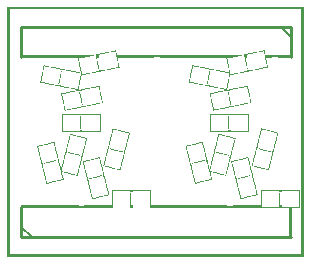
<source format=gto>
G04 MADE WITH FRITZING*
G04 WWW.FRITZING.ORG*
G04 DOUBLE SIDED*
G04 HOLES PLATED*
G04 CONTOUR ON CENTER OF CONTOUR VECTOR*
%ASAXBY*%
%FSLAX23Y23*%
%MOIN*%
%OFA0B0*%
%SFA1.0B1.0*%
%ADD10C,0.010000*%
%ADD11C,0.005000*%
%ADD12R,0.001000X0.001000*%
%LNSILK1*%
G90*
G70*
G54D10*
X45Y67D02*
X945Y67D01*
D02*
X45Y167D02*
X45Y67D01*
G54D11*
D02*
X80Y67D02*
X45Y102D01*
G54D10*
D02*
X945Y768D02*
X45Y768D01*
D02*
X45Y768D02*
X45Y668D01*
D02*
X945Y668D02*
X945Y768D01*
G54D11*
D02*
X910Y768D02*
X945Y733D01*
G54D12*
X0Y835D02*
X987Y835D01*
X0Y834D02*
X987Y834D01*
X0Y833D02*
X987Y833D01*
X0Y832D02*
X987Y832D01*
X0Y831D02*
X987Y831D01*
X0Y830D02*
X987Y830D01*
X0Y829D02*
X987Y829D01*
X0Y828D02*
X987Y828D01*
X0Y827D02*
X7Y827D01*
X980Y827D02*
X987Y827D01*
X0Y826D02*
X7Y826D01*
X980Y826D02*
X987Y826D01*
X0Y825D02*
X7Y825D01*
X980Y825D02*
X987Y825D01*
X0Y824D02*
X7Y824D01*
X980Y824D02*
X987Y824D01*
X0Y823D02*
X7Y823D01*
X980Y823D02*
X987Y823D01*
X0Y822D02*
X7Y822D01*
X980Y822D02*
X987Y822D01*
X0Y821D02*
X7Y821D01*
X980Y821D02*
X987Y821D01*
X0Y820D02*
X7Y820D01*
X980Y820D02*
X987Y820D01*
X0Y819D02*
X7Y819D01*
X980Y819D02*
X987Y819D01*
X0Y818D02*
X7Y818D01*
X980Y818D02*
X987Y818D01*
X0Y817D02*
X7Y817D01*
X980Y817D02*
X987Y817D01*
X0Y816D02*
X7Y816D01*
X980Y816D02*
X987Y816D01*
X0Y815D02*
X7Y815D01*
X980Y815D02*
X987Y815D01*
X0Y814D02*
X7Y814D01*
X980Y814D02*
X987Y814D01*
X0Y813D02*
X7Y813D01*
X980Y813D02*
X987Y813D01*
X0Y812D02*
X7Y812D01*
X980Y812D02*
X987Y812D01*
X0Y811D02*
X7Y811D01*
X980Y811D02*
X987Y811D01*
X0Y810D02*
X7Y810D01*
X980Y810D02*
X987Y810D01*
X0Y809D02*
X7Y809D01*
X980Y809D02*
X987Y809D01*
X0Y808D02*
X7Y808D01*
X980Y808D02*
X987Y808D01*
X0Y807D02*
X7Y807D01*
X980Y807D02*
X987Y807D01*
X0Y806D02*
X7Y806D01*
X980Y806D02*
X987Y806D01*
X0Y805D02*
X7Y805D01*
X980Y805D02*
X987Y805D01*
X0Y804D02*
X7Y804D01*
X980Y804D02*
X987Y804D01*
X0Y803D02*
X7Y803D01*
X980Y803D02*
X987Y803D01*
X0Y802D02*
X7Y802D01*
X980Y802D02*
X987Y802D01*
X0Y801D02*
X7Y801D01*
X980Y801D02*
X987Y801D01*
X0Y800D02*
X7Y800D01*
X980Y800D02*
X987Y800D01*
X0Y799D02*
X7Y799D01*
X980Y799D02*
X987Y799D01*
X0Y798D02*
X7Y798D01*
X980Y798D02*
X987Y798D01*
X0Y797D02*
X7Y797D01*
X980Y797D02*
X987Y797D01*
X0Y796D02*
X7Y796D01*
X980Y796D02*
X987Y796D01*
X0Y795D02*
X7Y795D01*
X980Y795D02*
X987Y795D01*
X0Y794D02*
X7Y794D01*
X980Y794D02*
X987Y794D01*
X0Y793D02*
X7Y793D01*
X980Y793D02*
X987Y793D01*
X0Y792D02*
X7Y792D01*
X980Y792D02*
X987Y792D01*
X0Y791D02*
X7Y791D01*
X980Y791D02*
X987Y791D01*
X0Y790D02*
X7Y790D01*
X980Y790D02*
X987Y790D01*
X0Y789D02*
X7Y789D01*
X980Y789D02*
X987Y789D01*
X0Y788D02*
X7Y788D01*
X980Y788D02*
X987Y788D01*
X0Y787D02*
X7Y787D01*
X980Y787D02*
X987Y787D01*
X0Y786D02*
X7Y786D01*
X980Y786D02*
X987Y786D01*
X0Y785D02*
X7Y785D01*
X980Y785D02*
X987Y785D01*
X0Y784D02*
X7Y784D01*
X980Y784D02*
X987Y784D01*
X0Y783D02*
X7Y783D01*
X980Y783D02*
X987Y783D01*
X0Y782D02*
X7Y782D01*
X980Y782D02*
X987Y782D01*
X0Y781D02*
X7Y781D01*
X980Y781D02*
X987Y781D01*
X0Y780D02*
X7Y780D01*
X980Y780D02*
X987Y780D01*
X0Y779D02*
X7Y779D01*
X980Y779D02*
X987Y779D01*
X0Y778D02*
X7Y778D01*
X980Y778D02*
X987Y778D01*
X0Y777D02*
X7Y777D01*
X980Y777D02*
X987Y777D01*
X0Y776D02*
X7Y776D01*
X980Y776D02*
X987Y776D01*
X0Y775D02*
X7Y775D01*
X980Y775D02*
X987Y775D01*
X0Y774D02*
X7Y774D01*
X980Y774D02*
X987Y774D01*
X0Y773D02*
X7Y773D01*
X980Y773D02*
X987Y773D01*
X0Y772D02*
X7Y772D01*
X980Y772D02*
X987Y772D01*
X0Y771D02*
X7Y771D01*
X980Y771D02*
X987Y771D01*
X0Y770D02*
X7Y770D01*
X980Y770D02*
X987Y770D01*
X0Y769D02*
X7Y769D01*
X980Y769D02*
X987Y769D01*
X0Y768D02*
X7Y768D01*
X980Y768D02*
X987Y768D01*
X0Y767D02*
X7Y767D01*
X980Y767D02*
X987Y767D01*
X0Y766D02*
X7Y766D01*
X980Y766D02*
X987Y766D01*
X0Y765D02*
X7Y765D01*
X980Y765D02*
X987Y765D01*
X0Y764D02*
X7Y764D01*
X980Y764D02*
X987Y764D01*
X0Y763D02*
X7Y763D01*
X980Y763D02*
X987Y763D01*
X0Y762D02*
X7Y762D01*
X980Y762D02*
X987Y762D01*
X0Y761D02*
X7Y761D01*
X980Y761D02*
X987Y761D01*
X0Y760D02*
X7Y760D01*
X980Y760D02*
X987Y760D01*
X0Y759D02*
X7Y759D01*
X980Y759D02*
X987Y759D01*
X0Y758D02*
X7Y758D01*
X980Y758D02*
X987Y758D01*
X0Y757D02*
X7Y757D01*
X980Y757D02*
X987Y757D01*
X0Y756D02*
X7Y756D01*
X980Y756D02*
X987Y756D01*
X0Y755D02*
X7Y755D01*
X980Y755D02*
X987Y755D01*
X0Y754D02*
X7Y754D01*
X980Y754D02*
X987Y754D01*
X0Y753D02*
X7Y753D01*
X980Y753D02*
X987Y753D01*
X0Y752D02*
X7Y752D01*
X980Y752D02*
X987Y752D01*
X0Y751D02*
X7Y751D01*
X980Y751D02*
X987Y751D01*
X0Y750D02*
X7Y750D01*
X980Y750D02*
X987Y750D01*
X0Y749D02*
X7Y749D01*
X980Y749D02*
X987Y749D01*
X0Y748D02*
X7Y748D01*
X980Y748D02*
X987Y748D01*
X0Y747D02*
X7Y747D01*
X980Y747D02*
X987Y747D01*
X0Y746D02*
X7Y746D01*
X980Y746D02*
X987Y746D01*
X0Y745D02*
X7Y745D01*
X980Y745D02*
X987Y745D01*
X0Y744D02*
X7Y744D01*
X980Y744D02*
X987Y744D01*
X0Y743D02*
X7Y743D01*
X980Y743D02*
X987Y743D01*
X0Y742D02*
X7Y742D01*
X980Y742D02*
X987Y742D01*
X0Y741D02*
X7Y741D01*
X980Y741D02*
X987Y741D01*
X0Y740D02*
X7Y740D01*
X980Y740D02*
X987Y740D01*
X0Y739D02*
X7Y739D01*
X980Y739D02*
X987Y739D01*
X0Y738D02*
X7Y738D01*
X980Y738D02*
X987Y738D01*
X0Y737D02*
X7Y737D01*
X980Y737D02*
X987Y737D01*
X0Y736D02*
X7Y736D01*
X980Y736D02*
X987Y736D01*
X0Y735D02*
X7Y735D01*
X980Y735D02*
X987Y735D01*
X0Y734D02*
X7Y734D01*
X980Y734D02*
X987Y734D01*
X0Y733D02*
X7Y733D01*
X980Y733D02*
X987Y733D01*
X0Y732D02*
X7Y732D01*
X980Y732D02*
X987Y732D01*
X0Y731D02*
X7Y731D01*
X980Y731D02*
X987Y731D01*
X0Y730D02*
X7Y730D01*
X980Y730D02*
X987Y730D01*
X0Y729D02*
X7Y729D01*
X980Y729D02*
X987Y729D01*
X0Y728D02*
X7Y728D01*
X980Y728D02*
X987Y728D01*
X0Y727D02*
X7Y727D01*
X980Y727D02*
X987Y727D01*
X0Y726D02*
X7Y726D01*
X980Y726D02*
X987Y726D01*
X0Y725D02*
X7Y725D01*
X980Y725D02*
X987Y725D01*
X0Y724D02*
X7Y724D01*
X980Y724D02*
X987Y724D01*
X0Y723D02*
X7Y723D01*
X980Y723D02*
X987Y723D01*
X0Y722D02*
X7Y722D01*
X980Y722D02*
X987Y722D01*
X0Y721D02*
X7Y721D01*
X980Y721D02*
X987Y721D01*
X0Y720D02*
X7Y720D01*
X980Y720D02*
X987Y720D01*
X0Y719D02*
X7Y719D01*
X980Y719D02*
X987Y719D01*
X0Y718D02*
X7Y718D01*
X980Y718D02*
X987Y718D01*
X0Y717D02*
X7Y717D01*
X980Y717D02*
X987Y717D01*
X0Y716D02*
X7Y716D01*
X980Y716D02*
X987Y716D01*
X0Y715D02*
X7Y715D01*
X980Y715D02*
X987Y715D01*
X0Y714D02*
X7Y714D01*
X980Y714D02*
X987Y714D01*
X0Y713D02*
X7Y713D01*
X980Y713D02*
X987Y713D01*
X0Y712D02*
X7Y712D01*
X980Y712D02*
X987Y712D01*
X0Y711D02*
X7Y711D01*
X980Y711D02*
X987Y711D01*
X0Y710D02*
X7Y710D01*
X980Y710D02*
X987Y710D01*
X0Y709D02*
X7Y709D01*
X980Y709D02*
X987Y709D01*
X0Y708D02*
X7Y708D01*
X980Y708D02*
X987Y708D01*
X0Y707D02*
X7Y707D01*
X980Y707D02*
X987Y707D01*
X0Y706D02*
X7Y706D01*
X980Y706D02*
X987Y706D01*
X0Y705D02*
X7Y705D01*
X980Y705D02*
X987Y705D01*
X0Y704D02*
X7Y704D01*
X980Y704D02*
X987Y704D01*
X0Y703D02*
X7Y703D01*
X980Y703D02*
X987Y703D01*
X0Y702D02*
X7Y702D01*
X980Y702D02*
X987Y702D01*
X0Y701D02*
X7Y701D01*
X980Y701D02*
X987Y701D01*
X0Y700D02*
X7Y700D01*
X980Y700D02*
X987Y700D01*
X0Y699D02*
X7Y699D01*
X980Y699D02*
X987Y699D01*
X0Y698D02*
X7Y698D01*
X980Y698D02*
X987Y698D01*
X0Y697D02*
X7Y697D01*
X980Y697D02*
X987Y697D01*
X0Y696D02*
X7Y696D01*
X980Y696D02*
X987Y696D01*
X0Y695D02*
X7Y695D01*
X980Y695D02*
X987Y695D01*
X0Y694D02*
X7Y694D01*
X980Y694D02*
X987Y694D01*
X0Y693D02*
X7Y693D01*
X980Y693D02*
X987Y693D01*
X0Y692D02*
X7Y692D01*
X980Y692D02*
X987Y692D01*
X0Y691D02*
X7Y691D01*
X980Y691D02*
X987Y691D01*
X0Y690D02*
X7Y690D01*
X980Y690D02*
X987Y690D01*
X0Y689D02*
X7Y689D01*
X359Y689D02*
X361Y689D01*
X852Y689D02*
X856Y689D01*
X980Y689D02*
X987Y689D01*
X0Y688D02*
X7Y688D01*
X354Y688D02*
X361Y688D01*
X847Y688D02*
X856Y688D01*
X980Y688D02*
X987Y688D01*
X0Y687D02*
X7Y687D01*
X349Y687D02*
X361Y687D01*
X842Y687D02*
X857Y687D01*
X980Y687D02*
X987Y687D01*
X0Y686D02*
X7Y686D01*
X344Y686D02*
X362Y686D01*
X837Y686D02*
X851Y686D01*
X855Y686D02*
X857Y686D01*
X980Y686D02*
X987Y686D01*
X0Y685D02*
X7Y685D01*
X339Y685D02*
X353Y685D01*
X360Y685D02*
X362Y685D01*
X832Y685D02*
X846Y685D01*
X855Y685D02*
X857Y685D01*
X980Y685D02*
X987Y685D01*
X0Y684D02*
X7Y684D01*
X334Y684D02*
X348Y684D01*
X360Y684D02*
X362Y684D01*
X827Y684D02*
X841Y684D01*
X855Y684D02*
X857Y684D01*
X980Y684D02*
X987Y684D01*
X0Y683D02*
X7Y683D01*
X330Y683D02*
X343Y683D01*
X360Y683D02*
X362Y683D01*
X822Y683D02*
X836Y683D01*
X855Y683D02*
X857Y683D01*
X980Y683D02*
X987Y683D01*
X0Y682D02*
X7Y682D01*
X325Y682D02*
X338Y682D01*
X361Y682D02*
X362Y682D01*
X817Y682D02*
X831Y682D01*
X856Y682D02*
X858Y682D01*
X980Y682D02*
X987Y682D01*
X0Y681D02*
X7Y681D01*
X320Y681D02*
X333Y681D01*
X361Y681D02*
X363Y681D01*
X813Y681D02*
X826Y681D01*
X856Y681D02*
X858Y681D01*
X980Y681D02*
X987Y681D01*
X0Y680D02*
X7Y680D01*
X315Y680D02*
X328Y680D01*
X361Y680D02*
X363Y680D01*
X808Y680D02*
X821Y680D01*
X856Y680D02*
X858Y680D01*
X980Y680D02*
X987Y680D01*
X0Y679D02*
X7Y679D01*
X310Y679D02*
X323Y679D01*
X361Y679D02*
X363Y679D01*
X803Y679D02*
X816Y679D01*
X856Y679D02*
X858Y679D01*
X980Y679D02*
X987Y679D01*
X0Y678D02*
X7Y678D01*
X305Y678D02*
X318Y678D01*
X361Y678D02*
X363Y678D01*
X798Y678D02*
X811Y678D01*
X856Y678D02*
X858Y678D01*
X980Y678D02*
X987Y678D01*
X0Y677D02*
X7Y677D01*
X300Y677D02*
X313Y677D01*
X362Y677D02*
X364Y677D01*
X793Y677D02*
X806Y677D01*
X857Y677D02*
X859Y677D01*
X980Y677D02*
X987Y677D01*
X0Y676D02*
X7Y676D01*
X295Y676D02*
X308Y676D01*
X362Y676D02*
X364Y676D01*
X788Y676D02*
X801Y676D01*
X857Y676D02*
X859Y676D01*
X980Y676D02*
X987Y676D01*
X0Y675D02*
X7Y675D01*
X290Y675D02*
X303Y675D01*
X362Y675D02*
X364Y675D01*
X783Y675D02*
X798Y675D01*
X857Y675D02*
X859Y675D01*
X980Y675D02*
X987Y675D01*
X0Y674D02*
X7Y674D01*
X45Y674D02*
X303Y674D01*
X362Y674D02*
X798Y674D01*
X857Y674D02*
X944Y674D01*
X980Y674D02*
X987Y674D01*
X0Y673D02*
X7Y673D01*
X45Y673D02*
X303Y673D01*
X362Y673D02*
X786Y673D01*
X789Y673D02*
X798Y673D01*
X857Y673D02*
X944Y673D01*
X980Y673D02*
X987Y673D01*
X0Y672D02*
X7Y672D01*
X45Y672D02*
X289Y672D01*
X294Y672D02*
X303Y672D01*
X363Y672D02*
X782Y672D01*
X789Y672D02*
X798Y672D01*
X858Y672D02*
X944Y672D01*
X980Y672D02*
X987Y672D01*
X0Y671D02*
X7Y671D01*
X45Y671D02*
X284Y671D01*
X295Y671D02*
X303Y671D01*
X363Y671D02*
X777Y671D01*
X790Y671D02*
X798Y671D01*
X858Y671D02*
X944Y671D01*
X980Y671D02*
X987Y671D01*
X0Y670D02*
X7Y670D01*
X45Y670D02*
X279Y670D01*
X295Y670D02*
X304Y670D01*
X363Y670D02*
X772Y670D01*
X790Y670D02*
X799Y670D01*
X858Y670D02*
X944Y670D01*
X980Y670D02*
X987Y670D01*
X0Y669D02*
X7Y669D01*
X45Y669D02*
X274Y669D01*
X295Y669D02*
X304Y669D01*
X363Y669D02*
X767Y669D01*
X790Y669D02*
X799Y669D01*
X858Y669D02*
X944Y669D01*
X980Y669D02*
X987Y669D01*
X0Y668D02*
X7Y668D01*
X45Y668D02*
X269Y668D01*
X295Y668D02*
X304Y668D01*
X363Y668D02*
X494Y668D01*
X503Y668D02*
X762Y668D01*
X790Y668D02*
X799Y668D01*
X858Y668D02*
X886Y668D01*
X895Y668D02*
X944Y668D01*
X980Y668D02*
X987Y668D01*
X0Y667D02*
X7Y667D01*
X45Y667D02*
X264Y667D01*
X295Y667D02*
X304Y667D01*
X364Y667D02*
X491Y667D01*
X506Y667D02*
X757Y667D01*
X790Y667D02*
X799Y667D01*
X859Y667D02*
X883Y667D01*
X898Y667D02*
X944Y667D01*
X980Y667D02*
X987Y667D01*
X0Y666D02*
X7Y666D01*
X45Y666D02*
X259Y666D01*
X296Y666D02*
X304Y666D01*
X364Y666D02*
X488Y666D01*
X509Y666D02*
X752Y666D01*
X791Y666D02*
X799Y666D01*
X859Y666D02*
X880Y666D01*
X901Y666D02*
X944Y666D01*
X980Y666D02*
X987Y666D01*
X0Y665D02*
X7Y665D01*
X45Y665D02*
X254Y665D01*
X296Y665D02*
X305Y665D01*
X364Y665D02*
X486Y665D01*
X511Y665D02*
X747Y665D01*
X791Y665D02*
X800Y665D01*
X859Y665D02*
X878Y665D01*
X903Y665D02*
X944Y665D01*
X980Y665D02*
X987Y665D01*
X0Y664D02*
X7Y664D01*
X236Y664D02*
X249Y664D01*
X296Y664D02*
X298Y664D01*
X364Y664D02*
X366Y664D01*
X730Y664D02*
X742Y664D01*
X791Y664D02*
X793Y664D01*
X859Y664D02*
X861Y664D01*
X980Y664D02*
X987Y664D01*
X0Y663D02*
X7Y663D01*
X235Y663D02*
X244Y663D01*
X296Y663D02*
X298Y663D01*
X364Y663D02*
X366Y663D01*
X730Y663D02*
X737Y663D01*
X791Y663D02*
X793Y663D01*
X859Y663D02*
X861Y663D01*
X980Y663D02*
X987Y663D01*
X0Y662D02*
X7Y662D01*
X235Y662D02*
X239Y662D01*
X296Y662D02*
X298Y662D01*
X365Y662D02*
X367Y662D01*
X730Y662D02*
X732Y662D01*
X791Y662D02*
X793Y662D01*
X860Y662D02*
X862Y662D01*
X980Y662D02*
X987Y662D01*
X0Y661D02*
X7Y661D01*
X235Y661D02*
X237Y661D01*
X297Y661D02*
X298Y661D01*
X365Y661D02*
X367Y661D01*
X730Y661D02*
X732Y661D01*
X792Y661D02*
X793Y661D01*
X860Y661D02*
X862Y661D01*
X980Y661D02*
X987Y661D01*
X0Y660D02*
X7Y660D01*
X235Y660D02*
X237Y660D01*
X297Y660D02*
X299Y660D01*
X365Y660D02*
X367Y660D01*
X730Y660D02*
X732Y660D01*
X792Y660D02*
X794Y660D01*
X860Y660D02*
X862Y660D01*
X980Y660D02*
X987Y660D01*
X0Y659D02*
X7Y659D01*
X236Y659D02*
X238Y659D01*
X297Y659D02*
X299Y659D01*
X365Y659D02*
X367Y659D01*
X731Y659D02*
X733Y659D01*
X792Y659D02*
X794Y659D01*
X860Y659D02*
X862Y659D01*
X980Y659D02*
X987Y659D01*
X0Y658D02*
X7Y658D01*
X236Y658D02*
X238Y658D01*
X297Y658D02*
X299Y658D01*
X365Y658D02*
X367Y658D01*
X731Y658D02*
X733Y658D01*
X792Y658D02*
X794Y658D01*
X860Y658D02*
X862Y658D01*
X980Y658D02*
X987Y658D01*
X0Y657D02*
X7Y657D01*
X236Y657D02*
X238Y657D01*
X297Y657D02*
X299Y657D01*
X366Y657D02*
X368Y657D01*
X731Y657D02*
X733Y657D01*
X792Y657D02*
X794Y657D01*
X861Y657D02*
X863Y657D01*
X980Y657D02*
X987Y657D01*
X0Y656D02*
X7Y656D01*
X236Y656D02*
X238Y656D01*
X298Y656D02*
X299Y656D01*
X366Y656D02*
X368Y656D01*
X731Y656D02*
X733Y656D01*
X793Y656D02*
X795Y656D01*
X861Y656D02*
X863Y656D01*
X980Y656D02*
X987Y656D01*
X0Y655D02*
X7Y655D01*
X236Y655D02*
X238Y655D01*
X298Y655D02*
X300Y655D01*
X366Y655D02*
X368Y655D01*
X731Y655D02*
X733Y655D01*
X793Y655D02*
X795Y655D01*
X861Y655D02*
X863Y655D01*
X980Y655D02*
X987Y655D01*
X0Y654D02*
X7Y654D01*
X237Y654D02*
X239Y654D01*
X298Y654D02*
X300Y654D01*
X366Y654D02*
X368Y654D01*
X732Y654D02*
X734Y654D01*
X793Y654D02*
X795Y654D01*
X861Y654D02*
X863Y654D01*
X980Y654D02*
X987Y654D01*
X0Y653D02*
X7Y653D01*
X237Y653D02*
X239Y653D01*
X298Y653D02*
X300Y653D01*
X366Y653D02*
X368Y653D01*
X732Y653D02*
X734Y653D01*
X793Y653D02*
X795Y653D01*
X861Y653D02*
X863Y653D01*
X980Y653D02*
X987Y653D01*
X0Y652D02*
X7Y652D01*
X237Y652D02*
X239Y652D01*
X298Y652D02*
X300Y652D01*
X367Y652D02*
X369Y652D01*
X732Y652D02*
X734Y652D01*
X793Y652D02*
X795Y652D01*
X862Y652D02*
X864Y652D01*
X980Y652D02*
X987Y652D01*
X0Y651D02*
X7Y651D01*
X237Y651D02*
X239Y651D01*
X299Y651D02*
X300Y651D01*
X367Y651D02*
X369Y651D01*
X732Y651D02*
X734Y651D01*
X794Y651D02*
X796Y651D01*
X862Y651D02*
X864Y651D01*
X980Y651D02*
X987Y651D01*
X0Y650D02*
X7Y650D01*
X237Y650D02*
X239Y650D01*
X299Y650D02*
X301Y650D01*
X367Y650D02*
X369Y650D01*
X732Y650D02*
X734Y650D01*
X794Y650D02*
X796Y650D01*
X862Y650D02*
X864Y650D01*
X980Y650D02*
X987Y650D01*
X0Y649D02*
X7Y649D01*
X238Y649D02*
X240Y649D01*
X299Y649D02*
X301Y649D01*
X367Y649D02*
X369Y649D01*
X733Y649D02*
X735Y649D01*
X794Y649D02*
X796Y649D01*
X862Y649D02*
X864Y649D01*
X980Y649D02*
X987Y649D01*
X0Y648D02*
X7Y648D01*
X238Y648D02*
X240Y648D01*
X299Y648D02*
X301Y648D01*
X367Y648D02*
X369Y648D01*
X733Y648D02*
X735Y648D01*
X794Y648D02*
X796Y648D01*
X862Y648D02*
X864Y648D01*
X980Y648D02*
X987Y648D01*
X0Y647D02*
X7Y647D01*
X238Y647D02*
X240Y647D01*
X299Y647D02*
X301Y647D01*
X368Y647D02*
X370Y647D01*
X733Y647D02*
X735Y647D01*
X794Y647D02*
X796Y647D01*
X863Y647D02*
X865Y647D01*
X980Y647D02*
X987Y647D01*
X0Y646D02*
X7Y646D01*
X238Y646D02*
X240Y646D01*
X300Y646D02*
X302Y646D01*
X368Y646D02*
X370Y646D01*
X733Y646D02*
X735Y646D01*
X795Y646D02*
X797Y646D01*
X863Y646D02*
X865Y646D01*
X980Y646D02*
X987Y646D01*
X0Y645D02*
X7Y645D01*
X238Y645D02*
X240Y645D01*
X300Y645D02*
X302Y645D01*
X368Y645D02*
X370Y645D01*
X733Y645D02*
X735Y645D01*
X795Y645D02*
X797Y645D01*
X863Y645D02*
X865Y645D01*
X980Y645D02*
X987Y645D01*
X0Y644D02*
X7Y644D01*
X239Y644D02*
X241Y644D01*
X300Y644D02*
X302Y644D01*
X368Y644D02*
X370Y644D01*
X734Y644D02*
X736Y644D01*
X795Y644D02*
X797Y644D01*
X863Y644D02*
X865Y644D01*
X980Y644D02*
X987Y644D01*
X0Y643D02*
X7Y643D01*
X239Y643D02*
X241Y643D01*
X300Y643D02*
X302Y643D01*
X368Y643D02*
X370Y643D01*
X734Y643D02*
X736Y643D01*
X795Y643D02*
X797Y643D01*
X863Y643D02*
X865Y643D01*
X980Y643D02*
X987Y643D01*
X0Y642D02*
X7Y642D01*
X239Y642D02*
X241Y642D01*
X300Y642D02*
X302Y642D01*
X369Y642D02*
X371Y642D01*
X734Y642D02*
X736Y642D01*
X795Y642D02*
X797Y642D01*
X864Y642D02*
X865Y642D01*
X980Y642D02*
X987Y642D01*
X0Y641D02*
X7Y641D01*
X239Y641D02*
X241Y641D01*
X301Y641D02*
X303Y641D01*
X369Y641D02*
X371Y641D01*
X734Y641D02*
X736Y641D01*
X796Y641D02*
X798Y641D01*
X864Y641D02*
X865Y641D01*
X980Y641D02*
X987Y641D01*
X0Y640D02*
X7Y640D01*
X239Y640D02*
X241Y640D01*
X301Y640D02*
X303Y640D01*
X369Y640D02*
X371Y640D01*
X616Y640D02*
X616Y640D01*
X734Y640D02*
X736Y640D01*
X796Y640D02*
X798Y640D01*
X864Y640D02*
X866Y640D01*
X980Y640D02*
X987Y640D01*
X0Y639D02*
X7Y639D01*
X121Y639D02*
X124Y639D01*
X240Y639D02*
X242Y639D01*
X301Y639D02*
X303Y639D01*
X369Y639D02*
X371Y639D01*
X616Y639D02*
X621Y639D01*
X735Y639D02*
X737Y639D01*
X796Y639D02*
X798Y639D01*
X864Y639D02*
X866Y639D01*
X980Y639D02*
X987Y639D01*
X0Y638D02*
X7Y638D01*
X121Y638D02*
X129Y638D01*
X240Y638D02*
X242Y638D01*
X301Y638D02*
X303Y638D01*
X369Y638D02*
X371Y638D01*
X615Y638D02*
X626Y638D01*
X735Y638D02*
X737Y638D01*
X796Y638D02*
X798Y638D01*
X864Y638D02*
X866Y638D01*
X980Y638D02*
X987Y638D01*
X0Y637D02*
X7Y637D01*
X120Y637D02*
X134Y637D01*
X240Y637D02*
X242Y637D01*
X301Y637D02*
X303Y637D01*
X370Y637D02*
X372Y637D01*
X615Y637D02*
X631Y637D01*
X735Y637D02*
X737Y637D01*
X796Y637D02*
X798Y637D01*
X865Y637D02*
X866Y637D01*
X980Y637D02*
X987Y637D01*
X0Y636D02*
X7Y636D01*
X120Y636D02*
X122Y636D01*
X126Y636D02*
X139Y636D01*
X240Y636D02*
X242Y636D01*
X302Y636D02*
X304Y636D01*
X370Y636D02*
X372Y636D01*
X615Y636D02*
X617Y636D01*
X623Y636D02*
X636Y636D01*
X735Y636D02*
X737Y636D01*
X797Y636D02*
X799Y636D01*
X865Y636D02*
X867Y636D01*
X980Y636D02*
X987Y636D01*
X0Y635D02*
X7Y635D01*
X120Y635D02*
X122Y635D01*
X131Y635D02*
X144Y635D01*
X240Y635D02*
X242Y635D01*
X302Y635D02*
X304Y635D01*
X370Y635D02*
X372Y635D01*
X615Y635D02*
X617Y635D01*
X628Y635D02*
X641Y635D01*
X736Y635D02*
X737Y635D01*
X797Y635D02*
X799Y635D01*
X865Y635D02*
X867Y635D01*
X980Y635D02*
X987Y635D01*
X0Y634D02*
X7Y634D01*
X120Y634D02*
X122Y634D01*
X136Y634D02*
X150Y634D01*
X241Y634D02*
X243Y634D01*
X302Y634D02*
X304Y634D01*
X370Y634D02*
X372Y634D01*
X615Y634D02*
X617Y634D01*
X633Y634D02*
X647Y634D01*
X736Y634D02*
X738Y634D01*
X797Y634D02*
X799Y634D01*
X863Y634D02*
X867Y634D01*
X980Y634D02*
X987Y634D01*
X0Y633D02*
X7Y633D01*
X120Y633D02*
X122Y633D01*
X141Y633D02*
X155Y633D01*
X241Y633D02*
X243Y633D01*
X302Y633D02*
X304Y633D01*
X366Y633D02*
X372Y633D01*
X614Y633D02*
X616Y633D01*
X638Y633D02*
X652Y633D01*
X736Y633D02*
X738Y633D01*
X797Y633D02*
X799Y633D01*
X858Y633D02*
X867Y633D01*
X980Y633D02*
X987Y633D01*
X0Y632D02*
X7Y632D01*
X119Y632D02*
X121Y632D01*
X146Y632D02*
X160Y632D01*
X241Y632D02*
X243Y632D01*
X302Y632D02*
X304Y632D01*
X361Y632D02*
X373Y632D01*
X614Y632D02*
X616Y632D01*
X643Y632D02*
X657Y632D01*
X736Y632D02*
X738Y632D01*
X797Y632D02*
X799Y632D01*
X853Y632D02*
X867Y632D01*
X980Y632D02*
X987Y632D01*
X0Y631D02*
X7Y631D01*
X119Y631D02*
X121Y631D01*
X151Y631D02*
X165Y631D01*
X241Y631D02*
X243Y631D01*
X303Y631D02*
X305Y631D01*
X356Y631D02*
X369Y631D01*
X614Y631D02*
X616Y631D01*
X648Y631D02*
X662Y631D01*
X736Y631D02*
X738Y631D01*
X798Y631D02*
X800Y631D01*
X849Y631D02*
X862Y631D01*
X980Y631D02*
X987Y631D01*
X0Y630D02*
X7Y630D01*
X119Y630D02*
X121Y630D01*
X156Y630D02*
X170Y630D01*
X241Y630D02*
X243Y630D01*
X303Y630D02*
X305Y630D01*
X351Y630D02*
X364Y630D01*
X614Y630D02*
X616Y630D01*
X653Y630D02*
X667Y630D01*
X737Y630D02*
X738Y630D01*
X798Y630D02*
X800Y630D01*
X844Y630D02*
X857Y630D01*
X980Y630D02*
X987Y630D01*
X0Y629D02*
X7Y629D01*
X119Y629D02*
X121Y629D01*
X161Y629D02*
X175Y629D01*
X242Y629D02*
X244Y629D01*
X303Y629D02*
X305Y629D01*
X346Y629D02*
X359Y629D01*
X614Y629D02*
X616Y629D01*
X658Y629D02*
X672Y629D01*
X737Y629D02*
X739Y629D01*
X798Y629D02*
X800Y629D01*
X839Y629D02*
X852Y629D01*
X980Y629D02*
X987Y629D01*
X0Y628D02*
X7Y628D01*
X119Y628D02*
X121Y628D01*
X166Y628D02*
X180Y628D01*
X242Y628D02*
X244Y628D01*
X303Y628D02*
X305Y628D01*
X341Y628D02*
X354Y628D01*
X613Y628D02*
X615Y628D01*
X663Y628D02*
X677Y628D01*
X737Y628D02*
X739Y628D01*
X798Y628D02*
X800Y628D01*
X834Y628D02*
X847Y628D01*
X980Y628D02*
X987Y628D01*
X0Y627D02*
X7Y627D01*
X118Y627D02*
X120Y627D01*
X171Y627D02*
X185Y627D01*
X242Y627D02*
X244Y627D01*
X303Y627D02*
X305Y627D01*
X336Y627D02*
X349Y627D01*
X613Y627D02*
X615Y627D01*
X668Y627D02*
X682Y627D01*
X737Y627D02*
X739Y627D01*
X798Y627D02*
X800Y627D01*
X829Y627D02*
X842Y627D01*
X980Y627D02*
X987Y627D01*
X0Y626D02*
X7Y626D01*
X118Y626D02*
X120Y626D01*
X176Y626D02*
X190Y626D01*
X242Y626D02*
X244Y626D01*
X304Y626D02*
X305Y626D01*
X331Y626D02*
X344Y626D01*
X613Y626D02*
X615Y626D01*
X673Y626D02*
X687Y626D01*
X737Y626D02*
X739Y626D01*
X824Y626D02*
X837Y626D01*
X980Y626D02*
X987Y626D01*
X0Y625D02*
X7Y625D01*
X118Y625D02*
X120Y625D01*
X179Y625D02*
X195Y625D01*
X243Y625D02*
X244Y625D01*
X326Y625D02*
X339Y625D01*
X613Y625D02*
X615Y625D01*
X674Y625D02*
X692Y625D01*
X738Y625D02*
X739Y625D01*
X819Y625D02*
X832Y625D01*
X980Y625D02*
X987Y625D01*
X0Y624D02*
X7Y624D01*
X118Y624D02*
X120Y624D01*
X181Y624D02*
X200Y624D01*
X243Y624D02*
X245Y624D01*
X321Y624D02*
X335Y624D01*
X613Y624D02*
X615Y624D01*
X678Y624D02*
X697Y624D01*
X738Y624D02*
X740Y624D01*
X808Y624D02*
X808Y624D01*
X814Y624D02*
X827Y624D01*
X980Y624D02*
X987Y624D01*
X0Y623D02*
X7Y623D01*
X118Y623D02*
X120Y623D01*
X186Y623D02*
X188Y623D01*
X191Y623D02*
X205Y623D01*
X243Y623D02*
X245Y623D01*
X311Y623D02*
X313Y623D01*
X316Y623D02*
X330Y623D01*
X612Y623D02*
X614Y623D01*
X683Y623D02*
X683Y623D01*
X688Y623D02*
X702Y623D01*
X738Y623D02*
X740Y623D01*
X804Y623D02*
X822Y623D01*
X980Y623D02*
X987Y623D01*
X0Y622D02*
X7Y622D01*
X117Y622D02*
X119Y622D01*
X196Y622D02*
X210Y622D01*
X243Y622D02*
X245Y622D01*
X306Y622D02*
X325Y622D01*
X612Y622D02*
X614Y622D01*
X694Y622D02*
X707Y622D01*
X738Y622D02*
X740Y622D01*
X799Y622D02*
X817Y622D01*
X980Y622D02*
X987Y622D01*
X0Y621D02*
X7Y621D01*
X117Y621D02*
X119Y621D01*
X202Y621D02*
X215Y621D01*
X243Y621D02*
X245Y621D01*
X305Y621D02*
X320Y621D01*
X612Y621D02*
X614Y621D01*
X699Y621D02*
X712Y621D01*
X738Y621D02*
X740Y621D01*
X799Y621D02*
X813Y621D01*
X980Y621D02*
X987Y621D01*
X0Y620D02*
X7Y620D01*
X117Y620D02*
X119Y620D01*
X178Y620D02*
X180Y620D01*
X207Y620D02*
X220Y620D01*
X244Y620D02*
X245Y620D01*
X301Y620D02*
X315Y620D01*
X612Y620D02*
X614Y620D01*
X673Y620D02*
X675Y620D01*
X704Y620D02*
X718Y620D01*
X739Y620D02*
X740Y620D01*
X794Y620D02*
X808Y620D01*
X980Y620D02*
X987Y620D01*
X0Y619D02*
X7Y619D01*
X117Y619D02*
X119Y619D01*
X178Y619D02*
X180Y619D01*
X212Y619D02*
X226Y619D01*
X244Y619D02*
X246Y619D01*
X296Y619D02*
X310Y619D01*
X612Y619D02*
X614Y619D01*
X673Y619D02*
X675Y619D01*
X709Y619D02*
X723Y619D01*
X739Y619D02*
X741Y619D01*
X789Y619D02*
X803Y619D01*
X980Y619D02*
X987Y619D01*
X0Y618D02*
X7Y618D01*
X117Y618D02*
X119Y618D01*
X178Y618D02*
X180Y618D01*
X217Y618D02*
X231Y618D01*
X244Y618D02*
X246Y618D01*
X291Y618D02*
X305Y618D01*
X611Y618D02*
X613Y618D01*
X673Y618D02*
X675Y618D01*
X714Y618D02*
X728Y618D01*
X739Y618D02*
X741Y618D01*
X784Y618D02*
X798Y618D01*
X980Y618D02*
X987Y618D01*
X0Y617D02*
X7Y617D01*
X116Y617D02*
X118Y617D01*
X178Y617D02*
X180Y617D01*
X222Y617D02*
X236Y617D01*
X244Y617D02*
X246Y617D01*
X286Y617D02*
X300Y617D01*
X611Y617D02*
X613Y617D01*
X673Y617D02*
X674Y617D01*
X719Y617D02*
X733Y617D01*
X739Y617D02*
X741Y617D01*
X779Y617D02*
X793Y617D01*
X980Y617D02*
X987Y617D01*
X0Y616D02*
X7Y616D01*
X116Y616D02*
X118Y616D01*
X178Y616D02*
X179Y616D01*
X227Y616D02*
X241Y616D01*
X244Y616D02*
X246Y616D01*
X281Y616D02*
X295Y616D01*
X611Y616D02*
X613Y616D01*
X672Y616D02*
X674Y616D01*
X724Y616D02*
X741Y616D01*
X774Y616D02*
X788Y616D01*
X980Y616D02*
X987Y616D01*
X0Y615D02*
X7Y615D01*
X116Y615D02*
X118Y615D01*
X177Y615D02*
X179Y615D01*
X232Y615D02*
X246Y615D01*
X277Y615D02*
X290Y615D01*
X611Y615D02*
X613Y615D01*
X672Y615D02*
X674Y615D01*
X729Y615D02*
X741Y615D01*
X769Y615D02*
X783Y615D01*
X980Y615D02*
X987Y615D01*
X0Y614D02*
X7Y614D01*
X116Y614D02*
X118Y614D01*
X177Y614D02*
X179Y614D01*
X237Y614D02*
X247Y614D01*
X272Y614D02*
X285Y614D01*
X611Y614D02*
X613Y614D01*
X672Y614D02*
X674Y614D01*
X734Y614D02*
X742Y614D01*
X764Y614D02*
X778Y614D01*
X980Y614D02*
X987Y614D01*
X0Y613D02*
X7Y613D01*
X116Y613D02*
X118Y613D01*
X177Y613D02*
X179Y613D01*
X242Y613D02*
X247Y613D01*
X267Y613D02*
X280Y613D01*
X610Y613D02*
X612Y613D01*
X672Y613D02*
X674Y613D01*
X739Y613D02*
X742Y613D01*
X760Y613D02*
X773Y613D01*
X980Y613D02*
X987Y613D01*
X0Y612D02*
X7Y612D01*
X115Y612D02*
X117Y612D01*
X177Y612D02*
X179Y612D01*
X245Y612D02*
X247Y612D01*
X262Y612D02*
X275Y612D01*
X610Y612D02*
X612Y612D01*
X672Y612D02*
X673Y612D01*
X740Y612D02*
X742Y612D01*
X755Y612D02*
X768Y612D01*
X980Y612D02*
X987Y612D01*
X0Y611D02*
X7Y611D01*
X115Y611D02*
X117Y611D01*
X177Y611D02*
X178Y611D01*
X245Y611D02*
X247Y611D01*
X257Y611D02*
X270Y611D01*
X610Y611D02*
X612Y611D01*
X671Y611D02*
X673Y611D01*
X740Y611D02*
X742Y611D01*
X750Y611D02*
X763Y611D01*
X980Y611D02*
X987Y611D01*
X0Y610D02*
X7Y610D01*
X115Y610D02*
X117Y610D01*
X176Y610D02*
X178Y610D01*
X245Y610D02*
X247Y610D01*
X252Y610D02*
X265Y610D01*
X610Y610D02*
X612Y610D01*
X671Y610D02*
X673Y610D01*
X739Y610D02*
X743Y610D01*
X745Y610D02*
X758Y610D01*
X980Y610D02*
X987Y610D01*
X0Y609D02*
X7Y609D01*
X115Y609D02*
X117Y609D01*
X176Y609D02*
X178Y609D01*
X244Y609D02*
X260Y609D01*
X610Y609D02*
X612Y609D01*
X671Y609D02*
X673Y609D01*
X739Y609D02*
X753Y609D01*
X980Y609D02*
X987Y609D01*
X0Y608D02*
X7Y608D01*
X115Y608D02*
X117Y608D01*
X176Y608D02*
X178Y608D01*
X244Y608D02*
X255Y608D01*
X609Y608D02*
X611Y608D01*
X671Y608D02*
X673Y608D01*
X739Y608D02*
X748Y608D01*
X980Y608D02*
X987Y608D01*
X0Y607D02*
X7Y607D01*
X114Y607D02*
X116Y607D01*
X176Y607D02*
X178Y607D01*
X244Y607D02*
X250Y607D01*
X609Y607D02*
X611Y607D01*
X671Y607D02*
X673Y607D01*
X739Y607D02*
X743Y607D01*
X980Y607D02*
X987Y607D01*
X0Y606D02*
X7Y606D01*
X114Y606D02*
X116Y606D01*
X176Y606D02*
X177Y606D01*
X244Y606D02*
X246Y606D01*
X609Y606D02*
X611Y606D01*
X670Y606D02*
X672Y606D01*
X739Y606D02*
X741Y606D01*
X980Y606D02*
X987Y606D01*
X0Y605D02*
X7Y605D01*
X114Y605D02*
X116Y605D01*
X175Y605D02*
X177Y605D01*
X244Y605D02*
X245Y605D01*
X609Y605D02*
X611Y605D01*
X670Y605D02*
X672Y605D01*
X738Y605D02*
X740Y605D01*
X980Y605D02*
X987Y605D01*
X0Y604D02*
X7Y604D01*
X114Y604D02*
X116Y604D01*
X175Y604D02*
X177Y604D01*
X243Y604D02*
X245Y604D01*
X609Y604D02*
X611Y604D01*
X670Y604D02*
X672Y604D01*
X738Y604D02*
X740Y604D01*
X980Y604D02*
X987Y604D01*
X0Y603D02*
X7Y603D01*
X114Y603D02*
X116Y603D01*
X175Y603D02*
X177Y603D01*
X243Y603D02*
X245Y603D01*
X609Y603D02*
X610Y603D01*
X670Y603D02*
X672Y603D01*
X738Y603D02*
X740Y603D01*
X980Y603D02*
X987Y603D01*
X0Y602D02*
X7Y602D01*
X113Y602D02*
X115Y602D01*
X175Y602D02*
X177Y602D01*
X243Y602D02*
X245Y602D01*
X608Y602D02*
X610Y602D01*
X670Y602D02*
X672Y602D01*
X738Y602D02*
X740Y602D01*
X980Y602D02*
X987Y602D01*
X0Y601D02*
X7Y601D01*
X113Y601D02*
X115Y601D01*
X175Y601D02*
X176Y601D01*
X243Y601D02*
X245Y601D01*
X608Y601D02*
X610Y601D01*
X669Y601D02*
X671Y601D01*
X738Y601D02*
X740Y601D01*
X980Y601D02*
X987Y601D01*
X0Y600D02*
X7Y600D01*
X113Y600D02*
X115Y600D01*
X174Y600D02*
X176Y600D01*
X243Y600D02*
X244Y600D01*
X608Y600D02*
X610Y600D01*
X669Y600D02*
X671Y600D01*
X737Y600D02*
X739Y600D01*
X980Y600D02*
X987Y600D01*
X0Y599D02*
X7Y599D01*
X113Y599D02*
X115Y599D01*
X174Y599D02*
X176Y599D01*
X242Y599D02*
X244Y599D01*
X608Y599D02*
X610Y599D01*
X669Y599D02*
X671Y599D01*
X737Y599D02*
X739Y599D01*
X980Y599D02*
X987Y599D01*
X0Y598D02*
X7Y598D01*
X113Y598D02*
X115Y598D01*
X174Y598D02*
X176Y598D01*
X242Y598D02*
X244Y598D01*
X608Y598D02*
X609Y598D01*
X669Y598D02*
X671Y598D01*
X737Y598D02*
X739Y598D01*
X980Y598D02*
X987Y598D01*
X0Y597D02*
X7Y597D01*
X112Y597D02*
X114Y597D01*
X174Y597D02*
X176Y597D01*
X242Y597D02*
X244Y597D01*
X607Y597D02*
X609Y597D01*
X669Y597D02*
X671Y597D01*
X737Y597D02*
X739Y597D01*
X980Y597D02*
X987Y597D01*
X0Y596D02*
X7Y596D01*
X112Y596D02*
X114Y596D01*
X174Y596D02*
X175Y596D01*
X242Y596D02*
X244Y596D01*
X607Y596D02*
X609Y596D01*
X668Y596D02*
X670Y596D01*
X737Y596D02*
X739Y596D01*
X980Y596D02*
X987Y596D01*
X0Y595D02*
X7Y595D01*
X112Y595D02*
X114Y595D01*
X173Y595D02*
X175Y595D01*
X242Y595D02*
X243Y595D01*
X607Y595D02*
X609Y595D01*
X668Y595D02*
X670Y595D01*
X736Y595D02*
X738Y595D01*
X980Y595D02*
X987Y595D01*
X0Y594D02*
X7Y594D01*
X112Y594D02*
X114Y594D01*
X173Y594D02*
X175Y594D01*
X241Y594D02*
X243Y594D01*
X607Y594D02*
X609Y594D01*
X668Y594D02*
X670Y594D01*
X736Y594D02*
X738Y594D01*
X980Y594D02*
X987Y594D01*
X0Y593D02*
X7Y593D01*
X112Y593D02*
X114Y593D01*
X173Y593D02*
X175Y593D01*
X241Y593D02*
X243Y593D01*
X607Y593D02*
X608Y593D01*
X668Y593D02*
X670Y593D01*
X736Y593D02*
X738Y593D01*
X980Y593D02*
X987Y593D01*
X0Y592D02*
X7Y592D01*
X111Y592D02*
X113Y592D01*
X173Y592D02*
X175Y592D01*
X241Y592D02*
X243Y592D01*
X606Y592D02*
X608Y592D01*
X668Y592D02*
X670Y592D01*
X736Y592D02*
X738Y592D01*
X980Y592D02*
X987Y592D01*
X0Y591D02*
X7Y591D01*
X111Y591D02*
X113Y591D01*
X173Y591D02*
X174Y591D01*
X241Y591D02*
X243Y591D01*
X606Y591D02*
X608Y591D01*
X667Y591D02*
X669Y591D01*
X736Y591D02*
X738Y591D01*
X980Y591D02*
X987Y591D01*
X0Y590D02*
X7Y590D01*
X111Y590D02*
X113Y590D01*
X172Y590D02*
X174Y590D01*
X241Y590D02*
X243Y590D01*
X606Y590D02*
X608Y590D01*
X667Y590D02*
X669Y590D01*
X735Y590D02*
X737Y590D01*
X980Y590D02*
X987Y590D01*
X0Y589D02*
X7Y589D01*
X111Y589D02*
X113Y589D01*
X172Y589D02*
X174Y589D01*
X240Y589D02*
X242Y589D01*
X606Y589D02*
X608Y589D01*
X667Y589D02*
X669Y589D01*
X735Y589D02*
X737Y589D01*
X980Y589D02*
X987Y589D01*
X0Y588D02*
X7Y588D01*
X111Y588D02*
X113Y588D01*
X172Y588D02*
X174Y588D01*
X240Y588D02*
X242Y588D01*
X606Y588D02*
X607Y588D01*
X667Y588D02*
X669Y588D01*
X735Y588D02*
X737Y588D01*
X980Y588D02*
X987Y588D01*
X0Y587D02*
X7Y587D01*
X111Y587D02*
X112Y587D01*
X172Y587D02*
X174Y587D01*
X240Y587D02*
X242Y587D01*
X605Y587D02*
X607Y587D01*
X667Y587D02*
X669Y587D01*
X735Y587D02*
X737Y587D01*
X980Y587D02*
X987Y587D01*
X0Y586D02*
X7Y586D01*
X110Y586D02*
X112Y586D01*
X172Y586D02*
X173Y586D01*
X240Y586D02*
X242Y586D01*
X605Y586D02*
X607Y586D01*
X666Y586D02*
X668Y586D01*
X735Y586D02*
X737Y586D01*
X980Y586D02*
X987Y586D01*
X0Y585D02*
X7Y585D01*
X110Y585D02*
X112Y585D01*
X171Y585D02*
X173Y585D01*
X240Y585D02*
X242Y585D01*
X605Y585D02*
X607Y585D01*
X666Y585D02*
X668Y585D01*
X734Y585D02*
X736Y585D01*
X980Y585D02*
X987Y585D01*
X0Y584D02*
X7Y584D01*
X110Y584D02*
X113Y584D01*
X171Y584D02*
X173Y584D01*
X239Y584D02*
X241Y584D01*
X605Y584D02*
X610Y584D01*
X666Y584D02*
X668Y584D01*
X734Y584D02*
X736Y584D01*
X980Y584D02*
X987Y584D01*
X0Y583D02*
X7Y583D01*
X110Y583D02*
X118Y583D01*
X171Y583D02*
X173Y583D01*
X239Y583D02*
X241Y583D01*
X605Y583D02*
X615Y583D01*
X666Y583D02*
X668Y583D01*
X734Y583D02*
X736Y583D01*
X980Y583D02*
X987Y583D01*
X0Y582D02*
X7Y582D01*
X110Y582D02*
X123Y582D01*
X171Y582D02*
X173Y582D01*
X239Y582D02*
X241Y582D01*
X606Y582D02*
X620Y582D01*
X666Y582D02*
X668Y582D01*
X734Y582D02*
X736Y582D01*
X980Y582D02*
X987Y582D01*
X0Y581D02*
X7Y581D01*
X114Y581D02*
X128Y581D01*
X171Y581D02*
X173Y581D01*
X239Y581D02*
X241Y581D01*
X611Y581D02*
X625Y581D01*
X665Y581D02*
X667Y581D01*
X734Y581D02*
X736Y581D01*
X980Y581D02*
X987Y581D01*
X0Y580D02*
X7Y580D01*
X119Y580D02*
X133Y580D01*
X170Y580D02*
X172Y580D01*
X239Y580D02*
X241Y580D01*
X616Y580D02*
X630Y580D01*
X665Y580D02*
X667Y580D01*
X733Y580D02*
X735Y580D01*
X980Y580D02*
X987Y580D01*
X0Y579D02*
X7Y579D01*
X124Y579D02*
X138Y579D01*
X170Y579D02*
X172Y579D01*
X238Y579D02*
X240Y579D01*
X621Y579D02*
X635Y579D01*
X665Y579D02*
X667Y579D01*
X733Y579D02*
X735Y579D01*
X980Y579D02*
X987Y579D01*
X0Y578D02*
X7Y578D01*
X129Y578D02*
X143Y578D01*
X170Y578D02*
X172Y578D01*
X238Y578D02*
X240Y578D01*
X626Y578D02*
X640Y578D01*
X733Y578D02*
X735Y578D01*
X980Y578D02*
X987Y578D01*
X0Y577D02*
X7Y577D01*
X135Y577D02*
X148Y577D01*
X238Y577D02*
X240Y577D01*
X632Y577D02*
X645Y577D01*
X733Y577D02*
X735Y577D01*
X980Y577D02*
X987Y577D01*
X0Y576D02*
X7Y576D01*
X140Y576D02*
X153Y576D01*
X238Y576D02*
X240Y576D01*
X637Y576D02*
X650Y576D01*
X733Y576D02*
X735Y576D01*
X980Y576D02*
X987Y576D01*
X0Y575D02*
X7Y575D01*
X145Y575D02*
X158Y575D01*
X238Y575D02*
X240Y575D01*
X642Y575D02*
X656Y575D01*
X732Y575D02*
X734Y575D01*
X980Y575D02*
X987Y575D01*
X0Y574D02*
X7Y574D01*
X150Y574D02*
X164Y574D01*
X169Y574D02*
X169Y574D01*
X237Y574D02*
X239Y574D01*
X647Y574D02*
X661Y574D01*
X664Y574D02*
X666Y574D01*
X732Y574D02*
X734Y574D01*
X980Y574D02*
X987Y574D01*
X0Y573D02*
X7Y573D01*
X155Y573D02*
X174Y573D01*
X237Y573D02*
X239Y573D01*
X652Y573D02*
X671Y573D01*
X732Y573D02*
X734Y573D01*
X980Y573D02*
X987Y573D01*
X0Y572D02*
X7Y572D01*
X160Y572D02*
X178Y572D01*
X237Y572D02*
X239Y572D01*
X657Y572D02*
X673Y572D01*
X732Y572D02*
X734Y572D01*
X980Y572D02*
X987Y572D01*
X0Y571D02*
X7Y571D01*
X165Y571D02*
X179Y571D01*
X237Y571D02*
X239Y571D01*
X304Y571D02*
X305Y571D01*
X662Y571D02*
X676Y571D01*
X732Y571D02*
X734Y571D01*
X797Y571D02*
X801Y571D01*
X980Y571D02*
X987Y571D01*
X0Y570D02*
X7Y570D01*
X170Y570D02*
X184Y570D01*
X237Y570D02*
X239Y570D01*
X299Y570D02*
X306Y570D01*
X667Y570D02*
X681Y570D01*
X731Y570D02*
X733Y570D01*
X792Y570D02*
X801Y570D01*
X980Y570D02*
X987Y570D01*
X0Y569D02*
X7Y569D01*
X175Y569D02*
X189Y569D01*
X236Y569D02*
X238Y569D01*
X294Y569D02*
X306Y569D01*
X672Y569D02*
X686Y569D01*
X731Y569D02*
X733Y569D01*
X787Y569D02*
X801Y569D01*
X980Y569D02*
X987Y569D01*
X0Y568D02*
X7Y568D01*
X180Y568D02*
X194Y568D01*
X236Y568D02*
X238Y568D01*
X289Y568D02*
X306Y568D01*
X677Y568D02*
X691Y568D01*
X731Y568D02*
X733Y568D01*
X782Y568D02*
X796Y568D01*
X799Y568D02*
X801Y568D01*
X980Y568D02*
X987Y568D01*
X0Y567D02*
X7Y567D01*
X185Y567D02*
X199Y567D01*
X236Y567D02*
X238Y567D01*
X284Y567D02*
X298Y567D01*
X304Y567D02*
X306Y567D01*
X682Y567D02*
X696Y567D01*
X731Y567D02*
X733Y567D01*
X777Y567D02*
X791Y567D01*
X799Y567D02*
X801Y567D01*
X980Y567D02*
X987Y567D01*
X0Y566D02*
X7Y566D01*
X190Y566D02*
X204Y566D01*
X236Y566D02*
X238Y566D01*
X279Y566D02*
X293Y566D01*
X305Y566D02*
X307Y566D01*
X687Y566D02*
X701Y566D01*
X731Y566D02*
X733Y566D01*
X772Y566D02*
X786Y566D01*
X800Y566D02*
X802Y566D01*
X980Y566D02*
X987Y566D01*
X0Y565D02*
X7Y565D01*
X195Y565D02*
X209Y565D01*
X236Y565D02*
X238Y565D01*
X274Y565D02*
X288Y565D01*
X305Y565D02*
X307Y565D01*
X692Y565D02*
X706Y565D01*
X730Y565D02*
X732Y565D01*
X767Y565D02*
X781Y565D01*
X800Y565D02*
X802Y565D01*
X980Y565D02*
X987Y565D01*
X0Y564D02*
X7Y564D01*
X200Y564D02*
X214Y564D01*
X235Y564D02*
X237Y564D01*
X269Y564D02*
X283Y564D01*
X305Y564D02*
X307Y564D01*
X697Y564D02*
X711Y564D01*
X730Y564D02*
X732Y564D01*
X762Y564D02*
X776Y564D01*
X800Y564D02*
X802Y564D01*
X980Y564D02*
X987Y564D01*
X0Y563D02*
X7Y563D01*
X205Y563D02*
X219Y563D01*
X235Y563D02*
X237Y563D01*
X265Y563D02*
X278Y563D01*
X305Y563D02*
X307Y563D01*
X703Y563D02*
X716Y563D01*
X730Y563D02*
X732Y563D01*
X757Y563D02*
X771Y563D01*
X800Y563D02*
X802Y563D01*
X980Y563D02*
X987Y563D01*
X0Y562D02*
X7Y562D01*
X211Y562D02*
X224Y562D01*
X235Y562D02*
X237Y562D01*
X260Y562D02*
X273Y562D01*
X305Y562D02*
X307Y562D01*
X708Y562D02*
X721Y562D01*
X730Y562D02*
X732Y562D01*
X752Y562D02*
X766Y562D01*
X800Y562D02*
X802Y562D01*
X980Y562D02*
X987Y562D01*
X0Y561D02*
X7Y561D01*
X216Y561D02*
X229Y561D01*
X235Y561D02*
X237Y561D01*
X255Y561D02*
X268Y561D01*
X306Y561D02*
X308Y561D01*
X713Y561D02*
X726Y561D01*
X730Y561D02*
X732Y561D01*
X747Y561D02*
X761Y561D01*
X801Y561D02*
X803Y561D01*
X980Y561D02*
X987Y561D01*
X0Y560D02*
X7Y560D01*
X221Y560D02*
X237Y560D01*
X250Y560D02*
X263Y560D01*
X306Y560D02*
X308Y560D01*
X718Y560D02*
X731Y560D01*
X743Y560D02*
X756Y560D01*
X801Y560D02*
X803Y560D01*
X980Y560D02*
X987Y560D01*
X0Y559D02*
X7Y559D01*
X226Y559D02*
X236Y559D01*
X245Y559D02*
X258Y559D01*
X306Y559D02*
X308Y559D01*
X723Y559D02*
X731Y559D01*
X738Y559D02*
X751Y559D01*
X801Y559D02*
X803Y559D01*
X980Y559D02*
X987Y559D01*
X0Y558D02*
X7Y558D01*
X231Y558D02*
X236Y558D01*
X240Y558D02*
X253Y558D01*
X306Y558D02*
X308Y558D01*
X728Y558D02*
X731Y558D01*
X733Y558D02*
X746Y558D01*
X801Y558D02*
X803Y558D01*
X980Y558D02*
X987Y558D01*
X0Y557D02*
X7Y557D01*
X235Y557D02*
X248Y557D01*
X306Y557D02*
X308Y557D01*
X728Y557D02*
X742Y557D01*
X801Y557D02*
X803Y557D01*
X980Y557D02*
X987Y557D01*
X0Y556D02*
X7Y556D01*
X230Y556D02*
X247Y556D01*
X307Y556D02*
X309Y556D01*
X723Y556D02*
X742Y556D01*
X802Y556D02*
X804Y556D01*
X980Y556D02*
X987Y556D01*
X0Y555D02*
X7Y555D01*
X225Y555D02*
X244Y555D01*
X307Y555D02*
X309Y555D01*
X718Y555D02*
X731Y555D01*
X733Y555D02*
X737Y555D01*
X802Y555D02*
X804Y555D01*
X980Y555D02*
X987Y555D01*
X0Y554D02*
X7Y554D01*
X220Y554D02*
X234Y554D01*
X239Y554D02*
X239Y554D01*
X307Y554D02*
X309Y554D01*
X713Y554D02*
X726Y554D01*
X802Y554D02*
X804Y554D01*
X980Y554D02*
X987Y554D01*
X0Y553D02*
X7Y553D01*
X215Y553D02*
X229Y553D01*
X307Y553D02*
X309Y553D01*
X708Y553D02*
X721Y553D01*
X802Y553D02*
X804Y553D01*
X980Y553D02*
X987Y553D01*
X0Y552D02*
X7Y552D01*
X210Y552D02*
X224Y552D01*
X307Y552D02*
X309Y552D01*
X703Y552D02*
X716Y552D01*
X802Y552D02*
X804Y552D01*
X980Y552D02*
X987Y552D01*
X0Y551D02*
X7Y551D01*
X205Y551D02*
X219Y551D01*
X308Y551D02*
X310Y551D01*
X698Y551D02*
X712Y551D01*
X803Y551D02*
X805Y551D01*
X980Y551D02*
X987Y551D01*
X0Y550D02*
X7Y550D01*
X200Y550D02*
X214Y550D01*
X240Y550D02*
X241Y550D01*
X308Y550D02*
X310Y550D01*
X693Y550D02*
X707Y550D01*
X735Y550D02*
X737Y550D01*
X803Y550D02*
X805Y550D01*
X980Y550D02*
X987Y550D01*
X0Y549D02*
X7Y549D01*
X195Y549D02*
X209Y549D01*
X240Y549D02*
X242Y549D01*
X308Y549D02*
X310Y549D01*
X688Y549D02*
X702Y549D01*
X735Y549D02*
X737Y549D01*
X803Y549D02*
X805Y549D01*
X980Y549D02*
X987Y549D01*
X0Y548D02*
X7Y548D01*
X190Y548D02*
X204Y548D01*
X240Y548D02*
X242Y548D01*
X308Y548D02*
X310Y548D01*
X683Y548D02*
X697Y548D01*
X735Y548D02*
X737Y548D01*
X803Y548D02*
X805Y548D01*
X980Y548D02*
X987Y548D01*
X0Y547D02*
X7Y547D01*
X185Y547D02*
X199Y547D01*
X240Y547D02*
X242Y547D01*
X308Y547D02*
X310Y547D01*
X678Y547D02*
X692Y547D01*
X735Y547D02*
X737Y547D01*
X803Y547D02*
X805Y547D01*
X980Y547D02*
X987Y547D01*
X0Y546D02*
X7Y546D01*
X180Y546D02*
X194Y546D01*
X240Y546D02*
X242Y546D01*
X309Y546D02*
X311Y546D01*
X674Y546D02*
X687Y546D01*
X735Y546D02*
X737Y546D01*
X804Y546D02*
X806Y546D01*
X980Y546D02*
X987Y546D01*
X0Y545D02*
X7Y545D01*
X179Y545D02*
X189Y545D01*
X241Y545D02*
X243Y545D01*
X309Y545D02*
X311Y545D01*
X674Y545D02*
X682Y545D01*
X736Y545D02*
X738Y545D01*
X804Y545D02*
X806Y545D01*
X980Y545D02*
X987Y545D01*
X0Y544D02*
X7Y544D01*
X179Y544D02*
X184Y544D01*
X241Y544D02*
X243Y544D01*
X309Y544D02*
X311Y544D01*
X674Y544D02*
X677Y544D01*
X736Y544D02*
X738Y544D01*
X804Y544D02*
X806Y544D01*
X980Y544D02*
X987Y544D01*
X0Y543D02*
X7Y543D01*
X180Y543D02*
X182Y543D01*
X241Y543D02*
X243Y543D01*
X309Y543D02*
X311Y543D01*
X675Y543D02*
X677Y543D01*
X736Y543D02*
X738Y543D01*
X804Y543D02*
X806Y543D01*
X980Y543D02*
X987Y543D01*
X0Y542D02*
X7Y542D01*
X180Y542D02*
X182Y542D01*
X241Y542D02*
X243Y542D01*
X309Y542D02*
X311Y542D01*
X675Y542D02*
X677Y542D01*
X736Y542D02*
X738Y542D01*
X804Y542D02*
X806Y542D01*
X980Y542D02*
X987Y542D01*
X0Y541D02*
X7Y541D01*
X180Y541D02*
X182Y541D01*
X241Y541D02*
X243Y541D01*
X310Y541D02*
X312Y541D01*
X675Y541D02*
X677Y541D01*
X736Y541D02*
X738Y541D01*
X805Y541D02*
X807Y541D01*
X980Y541D02*
X987Y541D01*
X0Y540D02*
X7Y540D01*
X180Y540D02*
X182Y540D01*
X242Y540D02*
X244Y540D01*
X310Y540D02*
X312Y540D01*
X675Y540D02*
X677Y540D01*
X737Y540D02*
X739Y540D01*
X805Y540D02*
X807Y540D01*
X980Y540D02*
X987Y540D01*
X0Y539D02*
X7Y539D01*
X180Y539D02*
X182Y539D01*
X242Y539D02*
X244Y539D01*
X310Y539D02*
X312Y539D01*
X675Y539D02*
X677Y539D01*
X737Y539D02*
X739Y539D01*
X805Y539D02*
X807Y539D01*
X980Y539D02*
X987Y539D01*
X0Y538D02*
X7Y538D01*
X181Y538D02*
X183Y538D01*
X242Y538D02*
X244Y538D01*
X310Y538D02*
X312Y538D01*
X676Y538D02*
X678Y538D01*
X737Y538D02*
X739Y538D01*
X805Y538D02*
X807Y538D01*
X980Y538D02*
X987Y538D01*
X0Y537D02*
X7Y537D01*
X181Y537D02*
X183Y537D01*
X242Y537D02*
X244Y537D01*
X310Y537D02*
X312Y537D01*
X676Y537D02*
X678Y537D01*
X737Y537D02*
X739Y537D01*
X805Y537D02*
X807Y537D01*
X980Y537D02*
X987Y537D01*
X0Y536D02*
X7Y536D01*
X181Y536D02*
X183Y536D01*
X242Y536D02*
X244Y536D01*
X311Y536D02*
X313Y536D01*
X676Y536D02*
X678Y536D01*
X737Y536D02*
X739Y536D01*
X806Y536D02*
X808Y536D01*
X980Y536D02*
X987Y536D01*
X0Y535D02*
X7Y535D01*
X181Y535D02*
X183Y535D01*
X243Y535D02*
X245Y535D01*
X311Y535D02*
X313Y535D01*
X676Y535D02*
X678Y535D01*
X738Y535D02*
X740Y535D01*
X806Y535D02*
X808Y535D01*
X980Y535D02*
X987Y535D01*
X0Y534D02*
X7Y534D01*
X181Y534D02*
X183Y534D01*
X243Y534D02*
X245Y534D01*
X311Y534D02*
X313Y534D01*
X676Y534D02*
X678Y534D01*
X738Y534D02*
X740Y534D01*
X806Y534D02*
X808Y534D01*
X980Y534D02*
X987Y534D01*
X0Y533D02*
X7Y533D01*
X182Y533D02*
X184Y533D01*
X243Y533D02*
X245Y533D01*
X311Y533D02*
X313Y533D01*
X677Y533D02*
X679Y533D01*
X738Y533D02*
X740Y533D01*
X806Y533D02*
X808Y533D01*
X980Y533D02*
X987Y533D01*
X0Y532D02*
X7Y532D01*
X182Y532D02*
X184Y532D01*
X243Y532D02*
X245Y532D01*
X311Y532D02*
X313Y532D01*
X677Y532D02*
X679Y532D01*
X738Y532D02*
X740Y532D01*
X807Y532D02*
X808Y532D01*
X980Y532D02*
X987Y532D01*
X0Y531D02*
X7Y531D01*
X182Y531D02*
X184Y531D01*
X243Y531D02*
X245Y531D01*
X312Y531D02*
X314Y531D01*
X677Y531D02*
X679Y531D01*
X738Y531D02*
X740Y531D01*
X807Y531D02*
X809Y531D01*
X980Y531D02*
X987Y531D01*
X0Y530D02*
X7Y530D01*
X182Y530D02*
X184Y530D01*
X244Y530D02*
X246Y530D01*
X312Y530D02*
X314Y530D01*
X677Y530D02*
X679Y530D01*
X739Y530D02*
X741Y530D01*
X807Y530D02*
X809Y530D01*
X980Y530D02*
X987Y530D01*
X0Y529D02*
X7Y529D01*
X182Y529D02*
X184Y529D01*
X244Y529D02*
X246Y529D01*
X312Y529D02*
X314Y529D01*
X678Y529D02*
X679Y529D01*
X739Y529D02*
X741Y529D01*
X807Y529D02*
X809Y529D01*
X980Y529D02*
X987Y529D01*
X0Y528D02*
X7Y528D01*
X183Y528D02*
X185Y528D01*
X244Y528D02*
X246Y528D01*
X312Y528D02*
X314Y528D01*
X678Y528D02*
X680Y528D01*
X739Y528D02*
X741Y528D01*
X807Y528D02*
X809Y528D01*
X980Y528D02*
X987Y528D01*
X0Y527D02*
X7Y527D01*
X183Y527D02*
X185Y527D01*
X244Y527D02*
X246Y527D01*
X312Y527D02*
X314Y527D01*
X678Y527D02*
X680Y527D01*
X739Y527D02*
X741Y527D01*
X808Y527D02*
X809Y527D01*
X980Y527D02*
X987Y527D01*
X0Y526D02*
X7Y526D01*
X183Y526D02*
X185Y526D01*
X244Y526D02*
X246Y526D01*
X313Y526D02*
X315Y526D01*
X678Y526D02*
X680Y526D01*
X739Y526D02*
X741Y526D01*
X808Y526D02*
X810Y526D01*
X980Y526D02*
X987Y526D01*
X0Y525D02*
X7Y525D01*
X183Y525D02*
X185Y525D01*
X245Y525D02*
X247Y525D01*
X313Y525D02*
X315Y525D01*
X678Y525D02*
X680Y525D01*
X740Y525D02*
X742Y525D01*
X808Y525D02*
X810Y525D01*
X980Y525D02*
X987Y525D01*
X0Y524D02*
X7Y524D01*
X184Y524D02*
X185Y524D01*
X245Y524D02*
X247Y524D01*
X313Y524D02*
X315Y524D01*
X679Y524D02*
X680Y524D01*
X740Y524D02*
X742Y524D01*
X808Y524D02*
X810Y524D01*
X980Y524D02*
X987Y524D01*
X0Y523D02*
X7Y523D01*
X184Y523D02*
X186Y523D01*
X245Y523D02*
X247Y523D01*
X313Y523D02*
X315Y523D01*
X679Y523D02*
X681Y523D01*
X740Y523D02*
X742Y523D01*
X808Y523D02*
X810Y523D01*
X980Y523D02*
X987Y523D01*
X0Y522D02*
X7Y522D01*
X184Y522D02*
X186Y522D01*
X245Y522D02*
X247Y522D01*
X314Y522D02*
X315Y522D01*
X679Y522D02*
X681Y522D01*
X740Y522D02*
X742Y522D01*
X809Y522D02*
X810Y522D01*
X980Y522D02*
X987Y522D01*
X0Y521D02*
X7Y521D01*
X184Y521D02*
X186Y521D01*
X245Y521D02*
X247Y521D01*
X314Y521D02*
X316Y521D01*
X679Y521D02*
X681Y521D01*
X740Y521D02*
X742Y521D01*
X809Y521D02*
X811Y521D01*
X980Y521D02*
X987Y521D01*
X0Y520D02*
X7Y520D01*
X184Y520D02*
X186Y520D01*
X246Y520D02*
X248Y520D01*
X314Y520D02*
X316Y520D01*
X679Y520D02*
X681Y520D01*
X741Y520D02*
X743Y520D01*
X809Y520D02*
X811Y520D01*
X980Y520D02*
X987Y520D01*
X0Y519D02*
X7Y519D01*
X185Y519D02*
X186Y519D01*
X246Y519D02*
X248Y519D01*
X314Y519D02*
X316Y519D01*
X680Y519D02*
X681Y519D01*
X741Y519D02*
X743Y519D01*
X809Y519D02*
X811Y519D01*
X980Y519D02*
X987Y519D01*
X0Y518D02*
X7Y518D01*
X185Y518D02*
X187Y518D01*
X246Y518D02*
X248Y518D01*
X314Y518D02*
X316Y518D01*
X680Y518D02*
X682Y518D01*
X741Y518D02*
X743Y518D01*
X809Y518D02*
X811Y518D01*
X980Y518D02*
X987Y518D01*
X0Y517D02*
X7Y517D01*
X185Y517D02*
X187Y517D01*
X246Y517D02*
X248Y517D01*
X315Y517D02*
X316Y517D01*
X680Y517D02*
X682Y517D01*
X741Y517D02*
X743Y517D01*
X810Y517D02*
X811Y517D01*
X980Y517D02*
X987Y517D01*
X0Y516D02*
X7Y516D01*
X185Y516D02*
X187Y516D01*
X246Y516D02*
X248Y516D01*
X314Y516D02*
X317Y516D01*
X680Y516D02*
X682Y516D01*
X741Y516D02*
X743Y516D01*
X808Y516D02*
X812Y516D01*
X980Y516D02*
X987Y516D01*
X0Y515D02*
X7Y515D01*
X185Y515D02*
X187Y515D01*
X247Y515D02*
X249Y515D01*
X310Y515D02*
X317Y515D01*
X680Y515D02*
X682Y515D01*
X742Y515D02*
X744Y515D01*
X803Y515D02*
X812Y515D01*
X980Y515D02*
X987Y515D01*
X0Y514D02*
X7Y514D01*
X186Y514D02*
X187Y514D01*
X247Y514D02*
X249Y514D01*
X305Y514D02*
X317Y514D01*
X681Y514D02*
X682Y514D01*
X742Y514D02*
X744Y514D01*
X798Y514D02*
X812Y514D01*
X980Y514D02*
X987Y514D01*
X0Y513D02*
X7Y513D01*
X186Y513D02*
X188Y513D01*
X247Y513D02*
X249Y513D01*
X301Y513D02*
X314Y513D01*
X681Y513D02*
X683Y513D01*
X742Y513D02*
X744Y513D01*
X793Y513D02*
X807Y513D01*
X980Y513D02*
X987Y513D01*
X0Y512D02*
X7Y512D01*
X186Y512D02*
X188Y512D01*
X247Y512D02*
X249Y512D01*
X296Y512D02*
X309Y512D01*
X681Y512D02*
X683Y512D01*
X742Y512D02*
X744Y512D01*
X788Y512D02*
X802Y512D01*
X980Y512D02*
X987Y512D01*
X0Y511D02*
X7Y511D01*
X186Y511D02*
X188Y511D01*
X247Y511D02*
X249Y511D01*
X291Y511D02*
X304Y511D01*
X681Y511D02*
X683Y511D01*
X742Y511D02*
X744Y511D01*
X784Y511D02*
X797Y511D01*
X980Y511D02*
X987Y511D01*
X0Y510D02*
X7Y510D01*
X186Y510D02*
X188Y510D01*
X248Y510D02*
X250Y510D01*
X286Y510D02*
X299Y510D01*
X681Y510D02*
X683Y510D01*
X743Y510D02*
X745Y510D01*
X779Y510D02*
X792Y510D01*
X980Y510D02*
X987Y510D01*
X0Y509D02*
X7Y509D01*
X187Y509D02*
X188Y509D01*
X248Y509D02*
X250Y509D01*
X281Y509D02*
X294Y509D01*
X682Y509D02*
X683Y509D01*
X743Y509D02*
X745Y509D01*
X774Y509D02*
X787Y509D01*
X980Y509D02*
X987Y509D01*
X0Y508D02*
X7Y508D01*
X187Y508D02*
X189Y508D01*
X248Y508D02*
X249Y508D01*
X276Y508D02*
X289Y508D01*
X682Y508D02*
X684Y508D01*
X769Y508D02*
X782Y508D01*
X980Y508D02*
X987Y508D01*
X0Y507D02*
X7Y507D01*
X187Y507D02*
X189Y507D01*
X271Y507D02*
X284Y507D01*
X682Y507D02*
X684Y507D01*
X764Y507D02*
X777Y507D01*
X980Y507D02*
X987Y507D01*
X0Y506D02*
X7Y506D01*
X187Y506D02*
X189Y506D01*
X266Y506D02*
X279Y506D01*
X682Y506D02*
X684Y506D01*
X759Y506D02*
X772Y506D01*
X980Y506D02*
X987Y506D01*
X0Y505D02*
X7Y505D01*
X187Y505D02*
X189Y505D01*
X256Y505D02*
X258Y505D01*
X261Y505D02*
X274Y505D01*
X682Y505D02*
X684Y505D01*
X748Y505D02*
X767Y505D01*
X980Y505D02*
X987Y505D01*
X0Y504D02*
X7Y504D01*
X188Y504D02*
X189Y504D01*
X251Y504D02*
X269Y504D01*
X683Y504D02*
X685Y504D01*
X744Y504D02*
X762Y504D01*
X980Y504D02*
X987Y504D01*
X0Y503D02*
X7Y503D01*
X188Y503D02*
X190Y503D01*
X249Y503D02*
X265Y503D01*
X683Y503D02*
X685Y503D01*
X744Y503D02*
X757Y503D01*
X980Y503D02*
X987Y503D01*
X0Y502D02*
X7Y502D01*
X188Y502D02*
X190Y502D01*
X246Y502D02*
X260Y502D01*
X683Y502D02*
X685Y502D01*
X739Y502D02*
X753Y502D01*
X980Y502D02*
X987Y502D01*
X0Y501D02*
X7Y501D01*
X188Y501D02*
X190Y501D01*
X241Y501D02*
X255Y501D01*
X683Y501D02*
X685Y501D01*
X734Y501D02*
X748Y501D01*
X980Y501D02*
X987Y501D01*
X0Y500D02*
X7Y500D01*
X188Y500D02*
X190Y500D01*
X236Y500D02*
X250Y500D01*
X683Y500D02*
X685Y500D01*
X729Y500D02*
X743Y500D01*
X980Y500D02*
X987Y500D01*
X0Y499D02*
X7Y499D01*
X189Y499D02*
X190Y499D01*
X231Y499D02*
X245Y499D01*
X684Y499D02*
X686Y499D01*
X724Y499D02*
X738Y499D01*
X980Y499D02*
X987Y499D01*
X0Y498D02*
X7Y498D01*
X189Y498D02*
X191Y498D01*
X226Y498D02*
X240Y498D01*
X684Y498D02*
X686Y498D01*
X719Y498D02*
X733Y498D01*
X980Y498D02*
X987Y498D01*
X0Y497D02*
X7Y497D01*
X189Y497D02*
X191Y497D01*
X221Y497D02*
X235Y497D01*
X684Y497D02*
X686Y497D01*
X714Y497D02*
X728Y497D01*
X980Y497D02*
X987Y497D01*
X0Y496D02*
X7Y496D01*
X189Y496D02*
X191Y496D01*
X216Y496D02*
X230Y496D01*
X684Y496D02*
X686Y496D01*
X709Y496D02*
X723Y496D01*
X980Y496D02*
X987Y496D01*
X0Y495D02*
X7Y495D01*
X189Y495D02*
X191Y495D01*
X211Y495D02*
X225Y495D01*
X684Y495D02*
X686Y495D01*
X704Y495D02*
X718Y495D01*
X980Y495D02*
X987Y495D01*
X0Y494D02*
X7Y494D01*
X190Y494D02*
X192Y494D01*
X207Y494D02*
X220Y494D01*
X685Y494D02*
X687Y494D01*
X699Y494D02*
X713Y494D01*
X980Y494D02*
X987Y494D01*
X0Y493D02*
X7Y493D01*
X190Y493D02*
X192Y493D01*
X202Y493D02*
X215Y493D01*
X685Y493D02*
X687Y493D01*
X695Y493D02*
X708Y493D01*
X980Y493D02*
X987Y493D01*
X0Y492D02*
X7Y492D01*
X190Y492D02*
X192Y492D01*
X197Y492D02*
X210Y492D01*
X685Y492D02*
X687Y492D01*
X690Y492D02*
X703Y492D01*
X980Y492D02*
X987Y492D01*
X0Y491D02*
X7Y491D01*
X190Y491D02*
X205Y491D01*
X685Y491D02*
X698Y491D01*
X980Y491D02*
X987Y491D01*
X0Y490D02*
X7Y490D01*
X190Y490D02*
X200Y490D01*
X685Y490D02*
X693Y490D01*
X980Y490D02*
X987Y490D01*
X0Y489D02*
X7Y489D01*
X191Y489D02*
X195Y489D01*
X686Y489D02*
X688Y489D01*
X980Y489D02*
X987Y489D01*
X0Y488D02*
X7Y488D01*
X980Y488D02*
X987Y488D01*
X0Y487D02*
X7Y487D01*
X980Y487D02*
X987Y487D01*
X0Y486D02*
X7Y486D01*
X980Y486D02*
X987Y486D01*
X0Y485D02*
X7Y485D01*
X980Y485D02*
X987Y485D01*
X0Y484D02*
X7Y484D01*
X980Y484D02*
X987Y484D01*
X0Y483D02*
X7Y483D01*
X980Y483D02*
X987Y483D01*
X0Y482D02*
X7Y482D01*
X980Y482D02*
X987Y482D01*
X0Y481D02*
X7Y481D01*
X980Y481D02*
X987Y481D01*
X0Y480D02*
X7Y480D01*
X980Y480D02*
X987Y480D01*
X0Y479D02*
X7Y479D01*
X980Y479D02*
X987Y479D01*
X0Y478D02*
X7Y478D01*
X980Y478D02*
X987Y478D01*
X0Y477D02*
X7Y477D01*
X181Y477D02*
X310Y477D01*
X676Y477D02*
X804Y477D01*
X980Y477D02*
X987Y477D01*
X0Y476D02*
X7Y476D01*
X181Y476D02*
X310Y476D01*
X676Y476D02*
X804Y476D01*
X980Y476D02*
X987Y476D01*
X0Y475D02*
X7Y475D01*
X181Y475D02*
X310Y475D01*
X676Y475D02*
X804Y475D01*
X980Y475D02*
X987Y475D01*
X0Y474D02*
X7Y474D01*
X181Y474D02*
X183Y474D01*
X241Y474D02*
X249Y474D01*
X308Y474D02*
X310Y474D01*
X676Y474D02*
X677Y474D01*
X736Y474D02*
X744Y474D01*
X803Y474D02*
X804Y474D01*
X980Y474D02*
X987Y474D01*
X0Y473D02*
X7Y473D01*
X181Y473D02*
X183Y473D01*
X308Y473D02*
X310Y473D01*
X676Y473D02*
X677Y473D01*
X803Y473D02*
X804Y473D01*
X980Y473D02*
X987Y473D01*
X0Y472D02*
X7Y472D01*
X181Y472D02*
X183Y472D01*
X308Y472D02*
X310Y472D01*
X676Y472D02*
X677Y472D01*
X803Y472D02*
X804Y472D01*
X980Y472D02*
X987Y472D01*
X0Y471D02*
X7Y471D01*
X181Y471D02*
X183Y471D01*
X308Y471D02*
X310Y471D01*
X676Y471D02*
X677Y471D01*
X803Y471D02*
X804Y471D01*
X980Y471D02*
X987Y471D01*
X0Y470D02*
X7Y470D01*
X181Y470D02*
X183Y470D01*
X308Y470D02*
X310Y470D01*
X676Y470D02*
X677Y470D01*
X803Y470D02*
X804Y470D01*
X980Y470D02*
X987Y470D01*
X0Y469D02*
X7Y469D01*
X181Y469D02*
X183Y469D01*
X241Y469D02*
X243Y469D01*
X308Y469D02*
X310Y469D01*
X676Y469D02*
X677Y469D01*
X736Y469D02*
X738Y469D01*
X803Y469D02*
X804Y469D01*
X980Y469D02*
X987Y469D01*
X0Y468D02*
X7Y468D01*
X181Y468D02*
X183Y468D01*
X241Y468D02*
X243Y468D01*
X308Y468D02*
X310Y468D01*
X676Y468D02*
X677Y468D01*
X736Y468D02*
X738Y468D01*
X803Y468D02*
X804Y468D01*
X980Y468D02*
X987Y468D01*
X0Y467D02*
X7Y467D01*
X181Y467D02*
X183Y467D01*
X241Y467D02*
X243Y467D01*
X308Y467D02*
X310Y467D01*
X676Y467D02*
X677Y467D01*
X736Y467D02*
X738Y467D01*
X803Y467D02*
X804Y467D01*
X980Y467D02*
X987Y467D01*
X0Y466D02*
X7Y466D01*
X181Y466D02*
X183Y466D01*
X241Y466D02*
X243Y466D01*
X308Y466D02*
X310Y466D01*
X676Y466D02*
X677Y466D01*
X736Y466D02*
X738Y466D01*
X803Y466D02*
X804Y466D01*
X980Y466D02*
X987Y466D01*
X0Y465D02*
X7Y465D01*
X181Y465D02*
X183Y465D01*
X241Y465D02*
X243Y465D01*
X308Y465D02*
X310Y465D01*
X676Y465D02*
X677Y465D01*
X736Y465D02*
X738Y465D01*
X803Y465D02*
X804Y465D01*
X980Y465D02*
X987Y465D01*
X0Y464D02*
X7Y464D01*
X181Y464D02*
X183Y464D01*
X241Y464D02*
X243Y464D01*
X308Y464D02*
X310Y464D01*
X676Y464D02*
X677Y464D01*
X736Y464D02*
X738Y464D01*
X803Y464D02*
X804Y464D01*
X980Y464D02*
X987Y464D01*
X0Y463D02*
X7Y463D01*
X181Y463D02*
X183Y463D01*
X241Y463D02*
X243Y463D01*
X308Y463D02*
X310Y463D01*
X676Y463D02*
X677Y463D01*
X736Y463D02*
X738Y463D01*
X803Y463D02*
X804Y463D01*
X980Y463D02*
X987Y463D01*
X0Y462D02*
X7Y462D01*
X181Y462D02*
X183Y462D01*
X241Y462D02*
X243Y462D01*
X308Y462D02*
X310Y462D01*
X676Y462D02*
X677Y462D01*
X736Y462D02*
X738Y462D01*
X803Y462D02*
X804Y462D01*
X980Y462D02*
X987Y462D01*
X0Y461D02*
X7Y461D01*
X181Y461D02*
X183Y461D01*
X241Y461D02*
X243Y461D01*
X308Y461D02*
X310Y461D01*
X676Y461D02*
X677Y461D01*
X736Y461D02*
X738Y461D01*
X803Y461D02*
X804Y461D01*
X980Y461D02*
X987Y461D01*
X0Y460D02*
X7Y460D01*
X181Y460D02*
X183Y460D01*
X241Y460D02*
X243Y460D01*
X308Y460D02*
X310Y460D01*
X676Y460D02*
X677Y460D01*
X736Y460D02*
X738Y460D01*
X803Y460D02*
X804Y460D01*
X980Y460D02*
X987Y460D01*
X0Y459D02*
X7Y459D01*
X181Y459D02*
X183Y459D01*
X241Y459D02*
X243Y459D01*
X308Y459D02*
X310Y459D01*
X676Y459D02*
X677Y459D01*
X736Y459D02*
X738Y459D01*
X803Y459D02*
X804Y459D01*
X980Y459D02*
X987Y459D01*
X0Y458D02*
X7Y458D01*
X181Y458D02*
X183Y458D01*
X241Y458D02*
X243Y458D01*
X308Y458D02*
X310Y458D01*
X676Y458D02*
X677Y458D01*
X736Y458D02*
X738Y458D01*
X803Y458D02*
X804Y458D01*
X980Y458D02*
X987Y458D01*
X0Y457D02*
X7Y457D01*
X181Y457D02*
X183Y457D01*
X241Y457D02*
X243Y457D01*
X308Y457D02*
X310Y457D01*
X676Y457D02*
X677Y457D01*
X736Y457D02*
X738Y457D01*
X803Y457D02*
X804Y457D01*
X980Y457D02*
X987Y457D01*
X0Y456D02*
X7Y456D01*
X181Y456D02*
X183Y456D01*
X241Y456D02*
X243Y456D01*
X308Y456D02*
X310Y456D01*
X676Y456D02*
X677Y456D01*
X736Y456D02*
X738Y456D01*
X803Y456D02*
X804Y456D01*
X980Y456D02*
X987Y456D01*
X0Y455D02*
X7Y455D01*
X181Y455D02*
X183Y455D01*
X241Y455D02*
X243Y455D01*
X308Y455D02*
X310Y455D01*
X676Y455D02*
X677Y455D01*
X736Y455D02*
X738Y455D01*
X803Y455D02*
X804Y455D01*
X980Y455D02*
X987Y455D01*
X0Y454D02*
X7Y454D01*
X181Y454D02*
X183Y454D01*
X241Y454D02*
X243Y454D01*
X308Y454D02*
X310Y454D01*
X676Y454D02*
X677Y454D01*
X736Y454D02*
X738Y454D01*
X803Y454D02*
X804Y454D01*
X980Y454D02*
X987Y454D01*
X0Y453D02*
X7Y453D01*
X181Y453D02*
X183Y453D01*
X241Y453D02*
X243Y453D01*
X308Y453D02*
X310Y453D01*
X676Y453D02*
X677Y453D01*
X736Y453D02*
X738Y453D01*
X803Y453D02*
X804Y453D01*
X980Y453D02*
X987Y453D01*
X0Y452D02*
X7Y452D01*
X181Y452D02*
X183Y452D01*
X241Y452D02*
X243Y452D01*
X308Y452D02*
X310Y452D01*
X676Y452D02*
X677Y452D01*
X736Y452D02*
X738Y452D01*
X803Y452D02*
X804Y452D01*
X980Y452D02*
X987Y452D01*
X0Y451D02*
X7Y451D01*
X181Y451D02*
X183Y451D01*
X241Y451D02*
X243Y451D01*
X308Y451D02*
X310Y451D01*
X676Y451D02*
X677Y451D01*
X736Y451D02*
X738Y451D01*
X803Y451D02*
X804Y451D01*
X980Y451D02*
X987Y451D01*
X0Y450D02*
X7Y450D01*
X181Y450D02*
X183Y450D01*
X241Y450D02*
X243Y450D01*
X308Y450D02*
X310Y450D01*
X676Y450D02*
X677Y450D01*
X736Y450D02*
X738Y450D01*
X803Y450D02*
X804Y450D01*
X980Y450D02*
X987Y450D01*
X0Y449D02*
X7Y449D01*
X181Y449D02*
X183Y449D01*
X241Y449D02*
X243Y449D01*
X308Y449D02*
X310Y449D01*
X676Y449D02*
X677Y449D01*
X736Y449D02*
X738Y449D01*
X803Y449D02*
X804Y449D01*
X980Y449D02*
X987Y449D01*
X0Y448D02*
X7Y448D01*
X181Y448D02*
X183Y448D01*
X241Y448D02*
X243Y448D01*
X308Y448D02*
X310Y448D01*
X676Y448D02*
X677Y448D01*
X736Y448D02*
X738Y448D01*
X803Y448D02*
X804Y448D01*
X980Y448D02*
X987Y448D01*
X0Y447D02*
X7Y447D01*
X181Y447D02*
X183Y447D01*
X241Y447D02*
X243Y447D01*
X308Y447D02*
X310Y447D01*
X676Y447D02*
X677Y447D01*
X736Y447D02*
X738Y447D01*
X803Y447D02*
X804Y447D01*
X980Y447D02*
X987Y447D01*
X0Y446D02*
X7Y446D01*
X181Y446D02*
X183Y446D01*
X241Y446D02*
X243Y446D01*
X308Y446D02*
X310Y446D01*
X676Y446D02*
X677Y446D01*
X736Y446D02*
X738Y446D01*
X803Y446D02*
X804Y446D01*
X980Y446D02*
X987Y446D01*
X0Y445D02*
X7Y445D01*
X181Y445D02*
X183Y445D01*
X241Y445D02*
X243Y445D01*
X308Y445D02*
X310Y445D01*
X676Y445D02*
X677Y445D01*
X736Y445D02*
X738Y445D01*
X803Y445D02*
X804Y445D01*
X980Y445D02*
X987Y445D01*
X0Y444D02*
X7Y444D01*
X181Y444D02*
X183Y444D01*
X241Y444D02*
X243Y444D01*
X308Y444D02*
X310Y444D01*
X676Y444D02*
X677Y444D01*
X736Y444D02*
X738Y444D01*
X803Y444D02*
X804Y444D01*
X980Y444D02*
X987Y444D01*
X0Y443D02*
X7Y443D01*
X181Y443D02*
X183Y443D01*
X241Y443D02*
X243Y443D01*
X308Y443D02*
X310Y443D01*
X676Y443D02*
X677Y443D01*
X736Y443D02*
X738Y443D01*
X803Y443D02*
X804Y443D01*
X980Y443D02*
X987Y443D01*
X0Y442D02*
X7Y442D01*
X181Y442D02*
X183Y442D01*
X241Y442D02*
X243Y442D01*
X308Y442D02*
X310Y442D01*
X676Y442D02*
X677Y442D01*
X736Y442D02*
X738Y442D01*
X803Y442D02*
X804Y442D01*
X980Y442D02*
X987Y442D01*
X0Y441D02*
X7Y441D01*
X181Y441D02*
X183Y441D01*
X241Y441D02*
X243Y441D01*
X308Y441D02*
X310Y441D01*
X676Y441D02*
X677Y441D01*
X736Y441D02*
X738Y441D01*
X803Y441D02*
X804Y441D01*
X980Y441D02*
X987Y441D01*
X0Y440D02*
X7Y440D01*
X181Y440D02*
X183Y440D01*
X241Y440D02*
X243Y440D01*
X308Y440D02*
X310Y440D01*
X676Y440D02*
X677Y440D01*
X736Y440D02*
X738Y440D01*
X803Y440D02*
X804Y440D01*
X980Y440D02*
X987Y440D01*
X0Y439D02*
X7Y439D01*
X181Y439D02*
X183Y439D01*
X241Y439D02*
X243Y439D01*
X308Y439D02*
X310Y439D01*
X676Y439D02*
X677Y439D01*
X736Y439D02*
X738Y439D01*
X803Y439D02*
X804Y439D01*
X980Y439D02*
X987Y439D01*
X0Y438D02*
X7Y438D01*
X181Y438D02*
X183Y438D01*
X241Y438D02*
X243Y438D01*
X308Y438D02*
X310Y438D01*
X676Y438D02*
X677Y438D01*
X736Y438D02*
X738Y438D01*
X803Y438D02*
X804Y438D01*
X980Y438D02*
X987Y438D01*
X0Y437D02*
X7Y437D01*
X181Y437D02*
X183Y437D01*
X241Y437D02*
X243Y437D01*
X308Y437D02*
X310Y437D01*
X676Y437D02*
X677Y437D01*
X736Y437D02*
X738Y437D01*
X803Y437D02*
X804Y437D01*
X980Y437D02*
X987Y437D01*
X0Y436D02*
X7Y436D01*
X181Y436D02*
X183Y436D01*
X241Y436D02*
X243Y436D01*
X308Y436D02*
X310Y436D01*
X676Y436D02*
X677Y436D01*
X736Y436D02*
X738Y436D01*
X803Y436D02*
X804Y436D01*
X980Y436D02*
X987Y436D01*
X0Y435D02*
X7Y435D01*
X181Y435D02*
X183Y435D01*
X241Y435D02*
X243Y435D01*
X308Y435D02*
X310Y435D01*
X676Y435D02*
X677Y435D01*
X736Y435D02*
X738Y435D01*
X803Y435D02*
X804Y435D01*
X980Y435D02*
X987Y435D01*
X0Y434D02*
X7Y434D01*
X181Y434D02*
X183Y434D01*
X241Y434D02*
X243Y434D01*
X308Y434D02*
X310Y434D01*
X676Y434D02*
X677Y434D01*
X736Y434D02*
X738Y434D01*
X803Y434D02*
X804Y434D01*
X980Y434D02*
X987Y434D01*
X0Y433D02*
X7Y433D01*
X181Y433D02*
X183Y433D01*
X241Y433D02*
X243Y433D01*
X308Y433D02*
X310Y433D01*
X676Y433D02*
X677Y433D01*
X736Y433D02*
X738Y433D01*
X803Y433D02*
X804Y433D01*
X980Y433D02*
X987Y433D01*
X0Y432D02*
X7Y432D01*
X181Y432D02*
X183Y432D01*
X241Y432D02*
X243Y432D01*
X308Y432D02*
X310Y432D01*
X676Y432D02*
X677Y432D01*
X736Y432D02*
X738Y432D01*
X803Y432D02*
X804Y432D01*
X980Y432D02*
X987Y432D01*
X0Y431D02*
X7Y431D01*
X181Y431D02*
X183Y431D01*
X241Y431D02*
X243Y431D01*
X308Y431D02*
X310Y431D01*
X676Y431D02*
X677Y431D01*
X736Y431D02*
X738Y431D01*
X803Y431D02*
X804Y431D01*
X980Y431D02*
X987Y431D01*
X0Y430D02*
X7Y430D01*
X181Y430D02*
X183Y430D01*
X241Y430D02*
X243Y430D01*
X308Y430D02*
X310Y430D01*
X676Y430D02*
X677Y430D01*
X736Y430D02*
X738Y430D01*
X803Y430D02*
X804Y430D01*
X980Y430D02*
X987Y430D01*
X0Y429D02*
X7Y429D01*
X181Y429D02*
X183Y429D01*
X241Y429D02*
X243Y429D01*
X308Y429D02*
X310Y429D01*
X351Y429D02*
X351Y429D01*
X676Y429D02*
X677Y429D01*
X736Y429D02*
X738Y429D01*
X803Y429D02*
X804Y429D01*
X846Y429D02*
X848Y429D01*
X980Y429D02*
X987Y429D01*
X0Y428D02*
X7Y428D01*
X181Y428D02*
X183Y428D01*
X241Y428D02*
X243Y428D01*
X308Y428D02*
X310Y428D01*
X351Y428D02*
X355Y428D01*
X676Y428D02*
X677Y428D01*
X736Y428D02*
X738Y428D01*
X803Y428D02*
X804Y428D01*
X846Y428D02*
X852Y428D01*
X980Y428D02*
X987Y428D01*
X0Y427D02*
X7Y427D01*
X181Y427D02*
X183Y427D01*
X241Y427D02*
X243Y427D01*
X308Y427D02*
X310Y427D01*
X351Y427D02*
X359Y427D01*
X676Y427D02*
X677Y427D01*
X736Y427D02*
X737Y427D01*
X803Y427D02*
X804Y427D01*
X845Y427D02*
X856Y427D01*
X980Y427D02*
X987Y427D01*
X0Y426D02*
X7Y426D01*
X181Y426D02*
X183Y426D01*
X308Y426D02*
X310Y426D01*
X350Y426D02*
X363Y426D01*
X676Y426D02*
X677Y426D01*
X803Y426D02*
X804Y426D01*
X845Y426D02*
X847Y426D01*
X849Y426D02*
X860Y426D01*
X980Y426D02*
X987Y426D01*
X0Y425D02*
X7Y425D01*
X181Y425D02*
X183Y425D01*
X308Y425D02*
X310Y425D01*
X350Y425D02*
X352Y425D01*
X356Y425D02*
X367Y425D01*
X676Y425D02*
X677Y425D01*
X803Y425D02*
X804Y425D01*
X845Y425D02*
X847Y425D01*
X853Y425D02*
X864Y425D01*
X980Y425D02*
X987Y425D01*
X0Y424D02*
X7Y424D01*
X181Y424D02*
X183Y424D01*
X308Y424D02*
X310Y424D01*
X350Y424D02*
X352Y424D01*
X360Y424D02*
X371Y424D01*
X676Y424D02*
X677Y424D01*
X803Y424D02*
X804Y424D01*
X845Y424D02*
X847Y424D01*
X857Y424D02*
X867Y424D01*
X980Y424D02*
X987Y424D01*
X0Y423D02*
X7Y423D01*
X181Y423D02*
X183Y423D01*
X308Y423D02*
X310Y423D01*
X349Y423D02*
X351Y423D01*
X364Y423D02*
X375Y423D01*
X676Y423D02*
X677Y423D01*
X803Y423D02*
X804Y423D01*
X844Y423D02*
X846Y423D01*
X861Y423D02*
X871Y423D01*
X980Y423D02*
X987Y423D01*
X0Y422D02*
X7Y422D01*
X181Y422D02*
X183Y422D01*
X241Y422D02*
X249Y422D01*
X308Y422D02*
X310Y422D01*
X349Y422D02*
X351Y422D01*
X368Y422D02*
X379Y422D01*
X676Y422D02*
X678Y422D01*
X736Y422D02*
X744Y422D01*
X802Y422D02*
X804Y422D01*
X844Y422D02*
X846Y422D01*
X865Y422D02*
X875Y422D01*
X980Y422D02*
X987Y422D01*
X0Y421D02*
X7Y421D01*
X181Y421D02*
X310Y421D01*
X349Y421D02*
X351Y421D01*
X372Y421D02*
X383Y421D01*
X676Y421D02*
X804Y421D01*
X844Y421D02*
X846Y421D01*
X869Y421D02*
X879Y421D01*
X980Y421D02*
X987Y421D01*
X0Y420D02*
X7Y420D01*
X181Y420D02*
X310Y420D01*
X349Y420D02*
X351Y420D01*
X376Y420D02*
X387Y420D01*
X676Y420D02*
X804Y420D01*
X844Y420D02*
X846Y420D01*
X873Y420D02*
X883Y420D01*
X980Y420D02*
X987Y420D01*
X0Y419D02*
X7Y419D01*
X181Y419D02*
X310Y419D01*
X348Y419D02*
X350Y419D01*
X380Y419D02*
X391Y419D01*
X676Y419D02*
X804Y419D01*
X843Y419D02*
X845Y419D01*
X877Y419D02*
X887Y419D01*
X980Y419D02*
X987Y419D01*
X0Y418D02*
X7Y418D01*
X348Y418D02*
X350Y418D01*
X384Y418D02*
X395Y418D01*
X843Y418D02*
X845Y418D01*
X881Y418D02*
X891Y418D01*
X980Y418D02*
X987Y418D01*
X0Y417D02*
X7Y417D01*
X348Y417D02*
X350Y417D01*
X388Y417D02*
X399Y417D01*
X843Y417D02*
X845Y417D01*
X884Y417D02*
X895Y417D01*
X980Y417D02*
X987Y417D01*
X0Y416D02*
X7Y416D01*
X348Y416D02*
X350Y416D01*
X392Y416D02*
X403Y416D01*
X843Y416D02*
X845Y416D01*
X888Y416D02*
X899Y416D01*
X980Y416D02*
X987Y416D01*
X0Y415D02*
X7Y415D01*
X347Y415D02*
X349Y415D01*
X396Y415D02*
X406Y415D01*
X842Y415D02*
X844Y415D01*
X892Y415D02*
X902Y415D01*
X980Y415D02*
X987Y415D01*
X0Y414D02*
X7Y414D01*
X347Y414D02*
X349Y414D01*
X400Y414D02*
X407Y414D01*
X842Y414D02*
X844Y414D01*
X896Y414D02*
X902Y414D01*
X980Y414D02*
X987Y414D01*
X0Y413D02*
X7Y413D01*
X347Y413D02*
X349Y413D01*
X404Y413D02*
X407Y413D01*
X842Y413D02*
X844Y413D01*
X899Y413D02*
X902Y413D01*
X980Y413D02*
X987Y413D01*
X0Y412D02*
X7Y412D01*
X347Y412D02*
X349Y412D01*
X405Y412D02*
X407Y412D01*
X842Y412D02*
X843Y412D01*
X899Y412D02*
X901Y412D01*
X980Y412D02*
X987Y412D01*
X0Y411D02*
X7Y411D01*
X346Y411D02*
X348Y411D01*
X404Y411D02*
X406Y411D01*
X703Y411D02*
X705Y411D01*
X841Y411D02*
X843Y411D01*
X899Y411D02*
X901Y411D01*
X980Y411D02*
X987Y411D01*
X0Y410D02*
X7Y410D01*
X208Y410D02*
X212Y410D01*
X346Y410D02*
X348Y410D01*
X404Y410D02*
X406Y410D01*
X703Y410D02*
X709Y410D01*
X841Y410D02*
X843Y410D01*
X899Y410D02*
X901Y410D01*
X980Y410D02*
X987Y410D01*
X0Y409D02*
X7Y409D01*
X208Y409D02*
X216Y409D01*
X346Y409D02*
X348Y409D01*
X404Y409D02*
X406Y409D01*
X703Y409D02*
X713Y409D01*
X841Y409D02*
X843Y409D01*
X899Y409D02*
X901Y409D01*
X980Y409D02*
X987Y409D01*
X0Y408D02*
X7Y408D01*
X208Y408D02*
X220Y408D01*
X346Y408D02*
X348Y408D01*
X404Y408D02*
X406Y408D01*
X703Y408D02*
X717Y408D01*
X841Y408D02*
X842Y408D01*
X898Y408D02*
X900Y408D01*
X980Y408D02*
X987Y408D01*
X0Y407D02*
X7Y407D01*
X208Y407D02*
X210Y407D01*
X213Y407D02*
X224Y407D01*
X345Y407D02*
X347Y407D01*
X403Y407D02*
X405Y407D01*
X702Y407D02*
X704Y407D01*
X710Y407D02*
X720Y407D01*
X840Y407D02*
X842Y407D01*
X898Y407D02*
X900Y407D01*
X980Y407D02*
X987Y407D01*
X0Y406D02*
X7Y406D01*
X207Y406D02*
X209Y406D01*
X217Y406D02*
X228Y406D01*
X345Y406D02*
X347Y406D01*
X403Y406D02*
X405Y406D01*
X702Y406D02*
X704Y406D01*
X714Y406D02*
X724Y406D01*
X840Y406D02*
X842Y406D01*
X898Y406D02*
X900Y406D01*
X980Y406D02*
X987Y406D01*
X0Y405D02*
X7Y405D01*
X207Y405D02*
X209Y405D01*
X221Y405D02*
X232Y405D01*
X345Y405D02*
X347Y405D01*
X403Y405D02*
X405Y405D01*
X702Y405D02*
X704Y405D01*
X718Y405D02*
X728Y405D01*
X840Y405D02*
X842Y405D01*
X898Y405D02*
X900Y405D01*
X980Y405D02*
X987Y405D01*
X0Y404D02*
X7Y404D01*
X207Y404D02*
X209Y404D01*
X225Y404D02*
X236Y404D01*
X345Y404D02*
X347Y404D01*
X403Y404D02*
X405Y404D01*
X702Y404D02*
X704Y404D01*
X722Y404D02*
X732Y404D01*
X839Y404D02*
X841Y404D01*
X897Y404D02*
X899Y404D01*
X980Y404D02*
X987Y404D01*
X0Y403D02*
X7Y403D01*
X207Y403D02*
X209Y403D01*
X229Y403D02*
X240Y403D01*
X344Y403D02*
X346Y403D01*
X402Y403D02*
X404Y403D01*
X701Y403D02*
X703Y403D01*
X726Y403D02*
X736Y403D01*
X839Y403D02*
X841Y403D01*
X897Y403D02*
X899Y403D01*
X980Y403D02*
X987Y403D01*
X0Y402D02*
X7Y402D01*
X206Y402D02*
X208Y402D01*
X233Y402D02*
X244Y402D01*
X344Y402D02*
X346Y402D01*
X402Y402D02*
X404Y402D01*
X701Y402D02*
X703Y402D01*
X730Y402D02*
X740Y402D01*
X839Y402D02*
X841Y402D01*
X897Y402D02*
X899Y402D01*
X980Y402D02*
X987Y402D01*
X0Y401D02*
X7Y401D01*
X206Y401D02*
X208Y401D01*
X237Y401D02*
X248Y401D01*
X344Y401D02*
X346Y401D01*
X402Y401D02*
X404Y401D01*
X701Y401D02*
X703Y401D01*
X733Y401D02*
X744Y401D01*
X839Y401D02*
X841Y401D01*
X897Y401D02*
X899Y401D01*
X980Y401D02*
X987Y401D01*
X0Y400D02*
X7Y400D01*
X206Y400D02*
X208Y400D01*
X241Y400D02*
X252Y400D01*
X344Y400D02*
X346Y400D01*
X402Y400D02*
X404Y400D01*
X701Y400D02*
X703Y400D01*
X737Y400D02*
X748Y400D01*
X838Y400D02*
X840Y400D01*
X896Y400D02*
X898Y400D01*
X980Y400D02*
X987Y400D01*
X0Y399D02*
X7Y399D01*
X206Y399D02*
X208Y399D01*
X245Y399D02*
X256Y399D01*
X343Y399D02*
X345Y399D01*
X401Y399D02*
X403Y399D01*
X700Y399D02*
X702Y399D01*
X741Y399D02*
X752Y399D01*
X838Y399D02*
X840Y399D01*
X896Y399D02*
X898Y399D01*
X980Y399D02*
X987Y399D01*
X0Y398D02*
X7Y398D01*
X205Y398D02*
X207Y398D01*
X249Y398D02*
X259Y398D01*
X343Y398D02*
X345Y398D01*
X401Y398D02*
X403Y398D01*
X700Y398D02*
X702Y398D01*
X745Y398D02*
X756Y398D01*
X838Y398D02*
X840Y398D01*
X896Y398D02*
X898Y398D01*
X980Y398D02*
X987Y398D01*
X0Y397D02*
X7Y397D01*
X205Y397D02*
X207Y397D01*
X253Y397D02*
X263Y397D01*
X343Y397D02*
X345Y397D01*
X401Y397D02*
X403Y397D01*
X700Y397D02*
X702Y397D01*
X749Y397D02*
X760Y397D01*
X838Y397D02*
X840Y397D01*
X896Y397D02*
X898Y397D01*
X980Y397D02*
X987Y397D01*
X0Y396D02*
X7Y396D01*
X205Y396D02*
X207Y396D01*
X257Y396D02*
X265Y396D01*
X343Y396D02*
X345Y396D01*
X401Y396D02*
X403Y396D01*
X700Y396D02*
X702Y396D01*
X753Y396D02*
X760Y396D01*
X837Y396D02*
X839Y396D01*
X895Y396D02*
X897Y396D01*
X980Y396D02*
X987Y396D01*
X0Y395D02*
X7Y395D01*
X205Y395D02*
X207Y395D01*
X261Y395D02*
X264Y395D01*
X342Y395D02*
X344Y395D01*
X400Y395D02*
X402Y395D01*
X699Y395D02*
X701Y395D01*
X757Y395D02*
X759Y395D01*
X837Y395D02*
X839Y395D01*
X895Y395D02*
X897Y395D01*
X980Y395D02*
X987Y395D01*
X0Y394D02*
X7Y394D01*
X204Y394D02*
X206Y394D01*
X262Y394D02*
X264Y394D01*
X342Y394D02*
X344Y394D01*
X400Y394D02*
X402Y394D01*
X699Y394D02*
X701Y394D01*
X757Y394D02*
X759Y394D01*
X837Y394D02*
X839Y394D01*
X895Y394D02*
X897Y394D01*
X980Y394D02*
X987Y394D01*
X0Y393D02*
X7Y393D01*
X204Y393D02*
X206Y393D01*
X262Y393D02*
X264Y393D01*
X342Y393D02*
X344Y393D01*
X400Y393D02*
X402Y393D01*
X699Y393D02*
X701Y393D01*
X757Y393D02*
X759Y393D01*
X837Y393D02*
X839Y393D01*
X895Y393D02*
X897Y393D01*
X980Y393D02*
X987Y393D01*
X0Y392D02*
X7Y392D01*
X204Y392D02*
X206Y392D01*
X262Y392D02*
X264Y392D01*
X342Y392D02*
X344Y392D01*
X400Y392D02*
X402Y392D01*
X699Y392D02*
X701Y392D01*
X757Y392D02*
X759Y392D01*
X836Y392D02*
X838Y392D01*
X894Y392D02*
X896Y392D01*
X980Y392D02*
X987Y392D01*
X0Y391D02*
X7Y391D01*
X204Y391D02*
X206Y391D01*
X262Y391D02*
X263Y391D01*
X341Y391D02*
X343Y391D01*
X399Y391D02*
X401Y391D01*
X698Y391D02*
X700Y391D01*
X756Y391D02*
X758Y391D01*
X836Y391D02*
X838Y391D01*
X894Y391D02*
X896Y391D01*
X980Y391D02*
X987Y391D01*
X0Y390D02*
X7Y390D01*
X203Y390D02*
X205Y390D01*
X261Y390D02*
X263Y390D01*
X341Y390D02*
X343Y390D01*
X399Y390D02*
X401Y390D01*
X698Y390D02*
X700Y390D01*
X756Y390D02*
X758Y390D01*
X836Y390D02*
X838Y390D01*
X894Y390D02*
X896Y390D01*
X980Y390D02*
X987Y390D01*
X0Y389D02*
X7Y389D01*
X203Y389D02*
X205Y389D01*
X261Y389D02*
X263Y389D01*
X341Y389D02*
X343Y389D01*
X399Y389D02*
X401Y389D01*
X698Y389D02*
X700Y389D01*
X756Y389D02*
X758Y389D01*
X836Y389D02*
X838Y389D01*
X894Y389D02*
X896Y389D01*
X980Y389D02*
X987Y389D01*
X0Y388D02*
X7Y388D01*
X203Y388D02*
X205Y388D01*
X261Y388D02*
X263Y388D01*
X341Y388D02*
X343Y388D01*
X399Y388D02*
X401Y388D01*
X698Y388D02*
X700Y388D01*
X756Y388D02*
X758Y388D01*
X835Y388D02*
X837Y388D01*
X893Y388D02*
X895Y388D01*
X980Y388D02*
X987Y388D01*
X0Y387D02*
X7Y387D01*
X203Y387D02*
X205Y387D01*
X261Y387D02*
X262Y387D01*
X340Y387D02*
X342Y387D01*
X398Y387D02*
X400Y387D01*
X697Y387D02*
X699Y387D01*
X755Y387D02*
X757Y387D01*
X835Y387D02*
X837Y387D01*
X893Y387D02*
X895Y387D01*
X980Y387D02*
X987Y387D01*
X0Y386D02*
X7Y386D01*
X202Y386D02*
X204Y386D01*
X260Y386D02*
X262Y386D01*
X340Y386D02*
X342Y386D01*
X398Y386D02*
X400Y386D01*
X697Y386D02*
X699Y386D01*
X755Y386D02*
X757Y386D01*
X835Y386D02*
X837Y386D01*
X893Y386D02*
X895Y386D01*
X980Y386D02*
X987Y386D01*
X0Y385D02*
X7Y385D01*
X202Y385D02*
X204Y385D01*
X260Y385D02*
X262Y385D01*
X340Y385D02*
X342Y385D01*
X398Y385D02*
X400Y385D01*
X697Y385D02*
X699Y385D01*
X755Y385D02*
X757Y385D01*
X835Y385D02*
X837Y385D01*
X893Y385D02*
X895Y385D01*
X980Y385D02*
X987Y385D01*
X0Y384D02*
X7Y384D01*
X154Y384D02*
X155Y384D01*
X202Y384D02*
X204Y384D01*
X260Y384D02*
X262Y384D01*
X340Y384D02*
X342Y384D01*
X398Y384D02*
X400Y384D01*
X648Y384D02*
X650Y384D01*
X697Y384D02*
X699Y384D01*
X755Y384D02*
X757Y384D01*
X834Y384D02*
X836Y384D01*
X892Y384D02*
X894Y384D01*
X980Y384D02*
X987Y384D01*
X0Y383D02*
X7Y383D01*
X150Y383D02*
X155Y383D01*
X202Y383D02*
X204Y383D01*
X259Y383D02*
X261Y383D01*
X339Y383D02*
X341Y383D01*
X397Y383D02*
X399Y383D01*
X644Y383D02*
X650Y383D01*
X696Y383D02*
X698Y383D01*
X754Y383D02*
X756Y383D01*
X834Y383D02*
X836Y383D01*
X892Y383D02*
X894Y383D01*
X980Y383D02*
X987Y383D01*
X0Y382D02*
X7Y382D01*
X146Y382D02*
X156Y382D01*
X201Y382D02*
X203Y382D01*
X259Y382D02*
X261Y382D01*
X339Y382D02*
X341Y382D01*
X397Y382D02*
X399Y382D01*
X640Y382D02*
X651Y382D01*
X696Y382D02*
X698Y382D01*
X754Y382D02*
X756Y382D01*
X834Y382D02*
X836Y382D01*
X892Y382D02*
X894Y382D01*
X980Y382D02*
X987Y382D01*
X0Y381D02*
X7Y381D01*
X142Y381D02*
X156Y381D01*
X201Y381D02*
X203Y381D01*
X259Y381D02*
X261Y381D01*
X339Y381D02*
X341Y381D01*
X397Y381D02*
X399Y381D01*
X636Y381D02*
X646Y381D01*
X649Y381D02*
X651Y381D01*
X696Y381D02*
X698Y381D01*
X754Y381D02*
X756Y381D01*
X834Y381D02*
X836Y381D01*
X892Y381D02*
X894Y381D01*
X980Y381D02*
X987Y381D01*
X0Y380D02*
X7Y380D01*
X138Y380D02*
X149Y380D01*
X154Y380D02*
X156Y380D01*
X201Y380D02*
X203Y380D01*
X259Y380D02*
X261Y380D01*
X339Y380D02*
X341Y380D01*
X397Y380D02*
X399Y380D01*
X632Y380D02*
X642Y380D01*
X649Y380D02*
X651Y380D01*
X696Y380D02*
X698Y380D01*
X754Y380D02*
X756Y380D01*
X833Y380D02*
X835Y380D01*
X891Y380D02*
X893Y380D01*
X980Y380D02*
X987Y380D01*
X0Y379D02*
X7Y379D01*
X134Y379D02*
X145Y379D01*
X154Y379D02*
X156Y379D01*
X201Y379D02*
X202Y379D01*
X258Y379D02*
X260Y379D01*
X338Y379D02*
X340Y379D01*
X396Y379D02*
X398Y379D01*
X628Y379D02*
X638Y379D01*
X649Y379D02*
X651Y379D01*
X695Y379D02*
X697Y379D01*
X753Y379D02*
X755Y379D01*
X833Y379D02*
X835Y379D01*
X891Y379D02*
X893Y379D01*
X980Y379D02*
X987Y379D01*
X0Y378D02*
X7Y378D01*
X130Y378D02*
X141Y378D01*
X155Y378D02*
X157Y378D01*
X200Y378D02*
X202Y378D01*
X258Y378D02*
X260Y378D01*
X338Y378D02*
X340Y378D01*
X396Y378D02*
X398Y378D01*
X624Y378D02*
X634Y378D01*
X650Y378D02*
X652Y378D01*
X695Y378D02*
X697Y378D01*
X753Y378D02*
X755Y378D01*
X833Y378D02*
X835Y378D01*
X891Y378D02*
X893Y378D01*
X980Y378D02*
X987Y378D01*
X0Y377D02*
X7Y377D01*
X126Y377D02*
X137Y377D01*
X155Y377D02*
X157Y377D01*
X200Y377D02*
X202Y377D01*
X258Y377D02*
X260Y377D01*
X338Y377D02*
X340Y377D01*
X396Y377D02*
X398Y377D01*
X620Y377D02*
X630Y377D01*
X650Y377D02*
X652Y377D01*
X695Y377D02*
X697Y377D01*
X753Y377D02*
X755Y377D01*
X833Y377D02*
X835Y377D01*
X891Y377D02*
X893Y377D01*
X980Y377D02*
X987Y377D01*
X0Y376D02*
X7Y376D01*
X122Y376D02*
X133Y376D01*
X155Y376D02*
X157Y376D01*
X200Y376D02*
X202Y376D01*
X258Y376D02*
X260Y376D01*
X338Y376D02*
X340Y376D01*
X396Y376D02*
X397Y376D01*
X616Y376D02*
X626Y376D01*
X650Y376D02*
X652Y376D01*
X695Y376D02*
X697Y376D01*
X753Y376D02*
X755Y376D01*
X832Y376D02*
X834Y376D01*
X890Y376D02*
X892Y376D01*
X980Y376D02*
X987Y376D01*
X0Y375D02*
X7Y375D01*
X118Y375D02*
X129Y375D01*
X155Y375D02*
X157Y375D01*
X200Y375D02*
X201Y375D01*
X257Y375D02*
X259Y375D01*
X337Y375D02*
X339Y375D01*
X395Y375D02*
X397Y375D01*
X612Y375D02*
X622Y375D01*
X650Y375D02*
X652Y375D01*
X694Y375D02*
X696Y375D01*
X752Y375D02*
X754Y375D01*
X832Y375D02*
X834Y375D01*
X890Y375D02*
X892Y375D01*
X980Y375D02*
X987Y375D01*
X0Y374D02*
X7Y374D01*
X114Y374D02*
X125Y374D01*
X156Y374D02*
X158Y374D01*
X199Y374D02*
X201Y374D01*
X257Y374D02*
X259Y374D01*
X337Y374D02*
X339Y374D01*
X395Y374D02*
X397Y374D01*
X608Y374D02*
X618Y374D01*
X651Y374D02*
X653Y374D01*
X694Y374D02*
X696Y374D01*
X752Y374D02*
X754Y374D01*
X832Y374D02*
X834Y374D01*
X890Y374D02*
X892Y374D01*
X980Y374D02*
X987Y374D01*
X0Y373D02*
X7Y373D01*
X110Y373D02*
X121Y373D01*
X156Y373D02*
X158Y373D01*
X199Y373D02*
X201Y373D01*
X257Y373D02*
X259Y373D01*
X337Y373D02*
X339Y373D01*
X395Y373D02*
X397Y373D01*
X604Y373D02*
X614Y373D01*
X651Y373D02*
X653Y373D01*
X694Y373D02*
X696Y373D01*
X752Y373D02*
X754Y373D01*
X832Y373D02*
X834Y373D01*
X890Y373D02*
X892Y373D01*
X980Y373D02*
X987Y373D01*
X0Y372D02*
X7Y372D01*
X106Y372D02*
X117Y372D01*
X156Y372D02*
X158Y372D01*
X199Y372D02*
X201Y372D01*
X257Y372D02*
X259Y372D01*
X337Y372D02*
X339Y372D01*
X395Y372D02*
X396Y372D01*
X600Y372D02*
X610Y372D01*
X651Y372D02*
X653Y372D01*
X694Y372D02*
X696Y372D01*
X752Y372D02*
X754Y372D01*
X831Y372D02*
X833Y372D01*
X889Y372D02*
X891Y372D01*
X980Y372D02*
X987Y372D01*
X0Y371D02*
X7Y371D01*
X102Y371D02*
X113Y371D01*
X156Y371D02*
X158Y371D01*
X199Y371D02*
X200Y371D01*
X256Y371D02*
X258Y371D01*
X336Y371D02*
X338Y371D01*
X394Y371D02*
X396Y371D01*
X596Y371D02*
X606Y371D01*
X651Y371D02*
X653Y371D01*
X693Y371D02*
X695Y371D01*
X751Y371D02*
X753Y371D01*
X831Y371D02*
X833Y371D01*
X889Y371D02*
X891Y371D01*
X980Y371D02*
X987Y371D01*
X0Y370D02*
X7Y370D01*
X99Y370D02*
X109Y370D01*
X157Y370D02*
X159Y370D01*
X198Y370D02*
X200Y370D01*
X256Y370D02*
X258Y370D01*
X336Y370D02*
X339Y370D01*
X394Y370D02*
X396Y370D01*
X594Y370D02*
X602Y370D01*
X652Y370D02*
X654Y370D01*
X693Y370D02*
X695Y370D01*
X751Y370D02*
X753Y370D01*
X831Y370D02*
X834Y370D01*
X889Y370D02*
X891Y370D01*
X980Y370D02*
X987Y370D01*
X0Y369D02*
X7Y369D01*
X99Y369D02*
X105Y369D01*
X157Y369D02*
X159Y369D01*
X198Y369D02*
X200Y369D01*
X256Y369D02*
X258Y369D01*
X336Y369D02*
X339Y369D01*
X394Y369D02*
X396Y369D01*
X594Y369D02*
X598Y369D01*
X652Y369D02*
X654Y369D01*
X693Y369D02*
X695Y369D01*
X751Y369D02*
X753Y369D01*
X831Y369D02*
X834Y369D01*
X889Y369D02*
X891Y369D01*
X980Y369D02*
X987Y369D01*
X0Y368D02*
X7Y368D01*
X99Y368D02*
X102Y368D01*
X157Y368D02*
X159Y368D01*
X198Y368D02*
X200Y368D01*
X256Y368D02*
X258Y368D01*
X336Y368D02*
X339Y368D01*
X394Y368D02*
X395Y368D01*
X594Y368D02*
X596Y368D01*
X652Y368D02*
X654Y368D01*
X693Y368D02*
X695Y368D01*
X751Y368D02*
X752Y368D01*
X830Y368D02*
X833Y368D01*
X888Y368D02*
X890Y368D01*
X980Y368D02*
X987Y368D01*
X0Y367D02*
X7Y367D01*
X99Y367D02*
X101Y367D01*
X157Y367D02*
X159Y367D01*
X197Y367D02*
X199Y367D01*
X255Y367D02*
X257Y367D01*
X335Y367D02*
X338Y367D01*
X393Y367D02*
X395Y367D01*
X594Y367D02*
X596Y367D01*
X652Y367D02*
X654Y367D01*
X692Y367D02*
X694Y367D01*
X750Y367D02*
X752Y367D01*
X830Y367D02*
X833Y367D01*
X888Y367D02*
X890Y367D01*
X980Y367D02*
X987Y367D01*
X0Y366D02*
X7Y366D01*
X100Y366D02*
X102Y366D01*
X158Y366D02*
X160Y366D01*
X197Y366D02*
X199Y366D01*
X255Y366D02*
X257Y366D01*
X335Y366D02*
X338Y366D01*
X393Y366D02*
X395Y366D01*
X595Y366D02*
X597Y366D01*
X653Y366D02*
X655Y366D01*
X692Y366D02*
X694Y366D01*
X750Y366D02*
X752Y366D01*
X830Y366D02*
X833Y366D01*
X888Y366D02*
X890Y366D01*
X980Y366D02*
X987Y366D01*
X0Y365D02*
X7Y365D01*
X100Y365D02*
X102Y365D01*
X158Y365D02*
X160Y365D01*
X197Y365D02*
X199Y365D01*
X255Y365D02*
X257Y365D01*
X335Y365D02*
X338Y365D01*
X393Y365D02*
X395Y365D01*
X595Y365D02*
X597Y365D01*
X653Y365D02*
X655Y365D01*
X692Y365D02*
X694Y365D01*
X750Y365D02*
X752Y365D01*
X830Y365D02*
X833Y365D01*
X888Y365D02*
X890Y365D01*
X980Y365D02*
X987Y365D01*
X0Y364D02*
X7Y364D01*
X100Y364D02*
X102Y364D01*
X158Y364D02*
X160Y364D01*
X197Y364D02*
X199Y364D01*
X255Y364D02*
X257Y364D01*
X335Y364D02*
X338Y364D01*
X392Y364D02*
X394Y364D01*
X595Y364D02*
X597Y364D01*
X653Y364D02*
X655Y364D01*
X692Y364D02*
X694Y364D01*
X750Y364D02*
X751Y364D01*
X829Y364D02*
X832Y364D01*
X887Y364D02*
X889Y364D01*
X980Y364D02*
X987Y364D01*
X0Y363D02*
X7Y363D01*
X100Y363D02*
X102Y363D01*
X158Y363D02*
X160Y363D01*
X196Y363D02*
X198Y363D01*
X254Y363D02*
X256Y363D01*
X334Y363D02*
X337Y363D01*
X392Y363D02*
X394Y363D01*
X595Y363D02*
X597Y363D01*
X653Y363D02*
X655Y363D01*
X691Y363D02*
X693Y363D01*
X749Y363D02*
X751Y363D01*
X829Y363D02*
X832Y363D01*
X887Y363D02*
X889Y363D01*
X980Y363D02*
X987Y363D01*
X0Y362D02*
X7Y362D01*
X101Y362D02*
X103Y362D01*
X159Y362D02*
X161Y362D01*
X196Y362D02*
X198Y362D01*
X254Y362D02*
X256Y362D01*
X334Y362D02*
X337Y362D01*
X342Y362D02*
X343Y362D01*
X392Y362D02*
X394Y362D01*
X596Y362D02*
X598Y362D01*
X654Y362D02*
X656Y362D01*
X691Y362D02*
X693Y362D01*
X749Y362D02*
X751Y362D01*
X829Y362D02*
X832Y362D01*
X837Y362D02*
X840Y362D01*
X887Y362D02*
X889Y362D01*
X980Y362D02*
X987Y362D01*
X0Y361D02*
X7Y361D01*
X101Y361D02*
X103Y361D01*
X159Y361D02*
X161Y361D01*
X196Y361D02*
X198Y361D01*
X254Y361D02*
X256Y361D01*
X334Y361D02*
X337Y361D01*
X342Y361D02*
X347Y361D01*
X392Y361D02*
X394Y361D01*
X596Y361D02*
X598Y361D01*
X654Y361D02*
X656Y361D01*
X691Y361D02*
X693Y361D01*
X749Y361D02*
X751Y361D01*
X829Y361D02*
X831Y361D01*
X837Y361D02*
X844Y361D01*
X887Y361D02*
X889Y361D01*
X980Y361D02*
X987Y361D01*
X0Y360D02*
X7Y360D01*
X101Y360D02*
X103Y360D01*
X159Y360D02*
X161Y360D01*
X196Y360D02*
X198Y360D01*
X254Y360D02*
X256Y360D01*
X334Y360D02*
X335Y360D01*
X342Y360D02*
X351Y360D01*
X391Y360D02*
X393Y360D01*
X596Y360D02*
X598Y360D01*
X654Y360D02*
X656Y360D01*
X691Y360D02*
X693Y360D01*
X748Y360D02*
X750Y360D01*
X828Y360D02*
X830Y360D01*
X837Y360D02*
X848Y360D01*
X886Y360D02*
X888Y360D01*
X980Y360D02*
X987Y360D01*
X0Y359D02*
X7Y359D01*
X101Y359D02*
X103Y359D01*
X159Y359D02*
X161Y359D01*
X195Y359D02*
X197Y359D01*
X253Y359D02*
X255Y359D01*
X333Y359D02*
X335Y359D01*
X344Y359D02*
X355Y359D01*
X391Y359D02*
X393Y359D01*
X596Y359D02*
X598Y359D01*
X654Y359D02*
X656Y359D01*
X690Y359D02*
X692Y359D01*
X748Y359D02*
X750Y359D01*
X828Y359D02*
X830Y359D01*
X841Y359D02*
X852Y359D01*
X886Y359D02*
X888Y359D01*
X980Y359D02*
X987Y359D01*
X0Y358D02*
X7Y358D01*
X102Y358D02*
X104Y358D01*
X160Y358D02*
X162Y358D01*
X195Y358D02*
X197Y358D01*
X253Y358D02*
X255Y358D01*
X333Y358D02*
X335Y358D01*
X348Y358D02*
X359Y358D01*
X391Y358D02*
X393Y358D01*
X597Y358D02*
X599Y358D01*
X655Y358D02*
X657Y358D01*
X690Y358D02*
X692Y358D01*
X748Y358D02*
X750Y358D01*
X828Y358D02*
X830Y358D01*
X845Y358D02*
X856Y358D01*
X886Y358D02*
X888Y358D01*
X980Y358D02*
X987Y358D01*
X0Y357D02*
X7Y357D01*
X102Y357D02*
X104Y357D01*
X160Y357D02*
X162Y357D01*
X195Y357D02*
X197Y357D01*
X253Y357D02*
X255Y357D01*
X333Y357D02*
X335Y357D01*
X352Y357D02*
X363Y357D01*
X390Y357D02*
X393Y357D01*
X597Y357D02*
X599Y357D01*
X655Y357D02*
X657Y357D01*
X690Y357D02*
X692Y357D01*
X748Y357D02*
X750Y357D01*
X828Y357D02*
X830Y357D01*
X849Y357D02*
X860Y357D01*
X884Y357D02*
X888Y357D01*
X980Y357D02*
X987Y357D01*
X0Y356D02*
X7Y356D01*
X102Y356D02*
X104Y356D01*
X160Y356D02*
X162Y356D01*
X195Y356D02*
X197Y356D01*
X253Y356D02*
X255Y356D01*
X333Y356D02*
X334Y356D01*
X356Y356D02*
X367Y356D01*
X389Y356D02*
X392Y356D01*
X597Y356D02*
X599Y356D01*
X655Y356D02*
X657Y356D01*
X690Y356D02*
X692Y356D01*
X747Y356D02*
X749Y356D01*
X827Y356D02*
X829Y356D01*
X853Y356D02*
X864Y356D01*
X884Y356D02*
X887Y356D01*
X980Y356D02*
X987Y356D01*
X0Y355D02*
X7Y355D01*
X102Y355D02*
X104Y355D01*
X160Y355D02*
X162Y355D01*
X194Y355D02*
X196Y355D01*
X252Y355D02*
X254Y355D01*
X332Y355D02*
X334Y355D01*
X360Y355D02*
X371Y355D01*
X389Y355D02*
X392Y355D01*
X597Y355D02*
X599Y355D01*
X655Y355D02*
X657Y355D01*
X689Y355D02*
X691Y355D01*
X747Y355D02*
X749Y355D01*
X827Y355D02*
X829Y355D01*
X857Y355D02*
X868Y355D01*
X884Y355D02*
X887Y355D01*
X980Y355D02*
X987Y355D01*
X0Y354D02*
X7Y354D01*
X103Y354D02*
X105Y354D01*
X161Y354D02*
X163Y354D01*
X194Y354D02*
X196Y354D01*
X252Y354D02*
X254Y354D01*
X332Y354D02*
X334Y354D01*
X364Y354D02*
X375Y354D01*
X389Y354D02*
X392Y354D01*
X598Y354D02*
X600Y354D01*
X656Y354D02*
X658Y354D01*
X689Y354D02*
X691Y354D01*
X747Y354D02*
X749Y354D01*
X827Y354D02*
X829Y354D01*
X861Y354D02*
X871Y354D01*
X884Y354D02*
X887Y354D01*
X980Y354D02*
X987Y354D01*
X0Y353D02*
X7Y353D01*
X103Y353D02*
X105Y353D01*
X161Y353D02*
X163Y353D01*
X194Y353D02*
X196Y353D01*
X252Y353D02*
X254Y353D01*
X332Y353D02*
X334Y353D01*
X368Y353D02*
X379Y353D01*
X389Y353D02*
X392Y353D01*
X598Y353D02*
X600Y353D01*
X656Y353D02*
X658Y353D01*
X689Y353D02*
X691Y353D01*
X747Y353D02*
X749Y353D01*
X827Y353D02*
X829Y353D01*
X865Y353D02*
X875Y353D01*
X883Y353D02*
X886Y353D01*
X980Y353D02*
X987Y353D01*
X0Y352D02*
X7Y352D01*
X103Y352D02*
X105Y352D01*
X161Y352D02*
X163Y352D01*
X194Y352D02*
X196Y352D01*
X252Y352D02*
X254Y352D01*
X331Y352D02*
X333Y352D01*
X372Y352D02*
X383Y352D01*
X388Y352D02*
X391Y352D01*
X598Y352D02*
X600Y352D01*
X656Y352D02*
X658Y352D01*
X689Y352D02*
X692Y352D01*
X746Y352D02*
X748Y352D01*
X826Y352D02*
X828Y352D01*
X869Y352D02*
X878Y352D01*
X883Y352D02*
X886Y352D01*
X980Y352D02*
X987Y352D01*
X0Y351D02*
X7Y351D01*
X103Y351D02*
X105Y351D01*
X161Y351D02*
X163Y351D01*
X193Y351D02*
X197Y351D01*
X251Y351D02*
X253Y351D01*
X331Y351D02*
X333Y351D01*
X376Y351D02*
X383Y351D01*
X388Y351D02*
X391Y351D01*
X598Y351D02*
X600Y351D01*
X656Y351D02*
X658Y351D01*
X688Y351D02*
X691Y351D01*
X696Y351D02*
X697Y351D01*
X746Y351D02*
X748Y351D01*
X826Y351D02*
X828Y351D01*
X873Y351D02*
X878Y351D01*
X883Y351D02*
X886Y351D01*
X980Y351D02*
X987Y351D01*
X0Y350D02*
X7Y350D01*
X104Y350D02*
X106Y350D01*
X162Y350D02*
X164Y350D01*
X193Y350D02*
X196Y350D01*
X201Y350D02*
X204Y350D01*
X251Y350D02*
X253Y350D01*
X331Y350D02*
X333Y350D01*
X380Y350D02*
X383Y350D01*
X388Y350D02*
X391Y350D01*
X599Y350D02*
X601Y350D01*
X657Y350D02*
X659Y350D01*
X688Y350D02*
X691Y350D01*
X696Y350D02*
X701Y350D01*
X746Y350D02*
X748Y350D01*
X826Y350D02*
X828Y350D01*
X877Y350D02*
X878Y350D01*
X883Y350D02*
X886Y350D01*
X980Y350D02*
X987Y350D01*
X0Y349D02*
X7Y349D01*
X104Y349D02*
X106Y349D01*
X162Y349D02*
X164Y349D01*
X193Y349D02*
X196Y349D01*
X201Y349D02*
X208Y349D01*
X251Y349D02*
X253Y349D01*
X331Y349D02*
X333Y349D01*
X388Y349D02*
X391Y349D01*
X599Y349D02*
X601Y349D01*
X657Y349D02*
X659Y349D01*
X688Y349D02*
X691Y349D01*
X696Y349D02*
X705Y349D01*
X746Y349D02*
X748Y349D01*
X826Y349D02*
X828Y349D01*
X882Y349D02*
X885Y349D01*
X980Y349D02*
X987Y349D01*
X0Y348D02*
X7Y348D01*
X104Y348D02*
X106Y348D01*
X162Y348D02*
X164Y348D01*
X193Y348D02*
X196Y348D01*
X201Y348D02*
X212Y348D01*
X251Y348D02*
X253Y348D01*
X330Y348D02*
X332Y348D01*
X388Y348D02*
X390Y348D01*
X599Y348D02*
X601Y348D01*
X657Y348D02*
X659Y348D01*
X688Y348D02*
X691Y348D01*
X698Y348D02*
X709Y348D01*
X745Y348D02*
X747Y348D01*
X825Y348D02*
X827Y348D01*
X883Y348D02*
X885Y348D01*
X980Y348D02*
X987Y348D01*
X0Y347D02*
X7Y347D01*
X104Y347D02*
X106Y347D01*
X162Y347D02*
X164Y347D01*
X192Y347D02*
X196Y347D01*
X205Y347D02*
X216Y347D01*
X250Y347D02*
X252Y347D01*
X330Y347D02*
X332Y347D01*
X388Y347D02*
X390Y347D01*
X599Y347D02*
X601Y347D01*
X657Y347D02*
X659Y347D01*
X687Y347D02*
X690Y347D01*
X702Y347D02*
X713Y347D01*
X745Y347D02*
X747Y347D01*
X825Y347D02*
X827Y347D01*
X883Y347D02*
X885Y347D01*
X980Y347D02*
X987Y347D01*
X0Y346D02*
X7Y346D01*
X105Y346D02*
X107Y346D01*
X163Y346D02*
X165Y346D01*
X192Y346D02*
X195Y346D01*
X209Y346D02*
X220Y346D01*
X250Y346D02*
X252Y346D01*
X330Y346D02*
X332Y346D01*
X388Y346D02*
X390Y346D01*
X600Y346D02*
X602Y346D01*
X658Y346D02*
X660Y346D01*
X687Y346D02*
X690Y346D01*
X706Y346D02*
X717Y346D01*
X745Y346D02*
X747Y346D01*
X825Y346D02*
X827Y346D01*
X883Y346D02*
X885Y346D01*
X980Y346D02*
X987Y346D01*
X0Y345D02*
X7Y345D01*
X105Y345D02*
X107Y345D01*
X163Y345D02*
X165Y345D01*
X192Y345D02*
X195Y345D01*
X213Y345D02*
X224Y345D01*
X250Y345D02*
X252Y345D01*
X330Y345D02*
X332Y345D01*
X388Y345D02*
X390Y345D01*
X600Y345D02*
X602Y345D01*
X658Y345D02*
X660Y345D01*
X687Y345D02*
X690Y345D01*
X710Y345D02*
X721Y345D01*
X745Y345D02*
X747Y345D01*
X825Y345D02*
X827Y345D01*
X883Y345D02*
X884Y345D01*
X980Y345D02*
X987Y345D01*
X0Y344D02*
X7Y344D01*
X105Y344D02*
X107Y344D01*
X163Y344D02*
X165Y344D01*
X192Y344D02*
X195Y344D01*
X217Y344D02*
X228Y344D01*
X250Y344D02*
X252Y344D01*
X329Y344D02*
X331Y344D01*
X387Y344D02*
X389Y344D01*
X600Y344D02*
X602Y344D01*
X658Y344D02*
X660Y344D01*
X687Y344D02*
X690Y344D01*
X714Y344D02*
X725Y344D01*
X744Y344D02*
X746Y344D01*
X824Y344D02*
X826Y344D01*
X882Y344D02*
X884Y344D01*
X980Y344D02*
X987Y344D01*
X0Y343D02*
X7Y343D01*
X105Y343D02*
X107Y343D01*
X163Y343D02*
X165Y343D01*
X191Y343D02*
X194Y343D01*
X221Y343D02*
X232Y343D01*
X249Y343D02*
X251Y343D01*
X329Y343D02*
X331Y343D01*
X387Y343D02*
X389Y343D01*
X600Y343D02*
X602Y343D01*
X658Y343D02*
X660Y343D01*
X686Y343D02*
X688Y343D01*
X718Y343D02*
X728Y343D01*
X744Y343D02*
X746Y343D01*
X824Y343D02*
X826Y343D01*
X882Y343D02*
X884Y343D01*
X980Y343D02*
X987Y343D01*
X0Y342D02*
X7Y342D01*
X106Y342D02*
X108Y342D01*
X164Y342D02*
X166Y342D01*
X191Y342D02*
X193Y342D01*
X225Y342D02*
X236Y342D01*
X249Y342D02*
X251Y342D01*
X329Y342D02*
X331Y342D01*
X387Y342D02*
X389Y342D01*
X601Y342D02*
X603Y342D01*
X659Y342D02*
X661Y342D01*
X686Y342D02*
X688Y342D01*
X722Y342D02*
X732Y342D01*
X744Y342D02*
X746Y342D01*
X824Y342D02*
X826Y342D01*
X882Y342D02*
X884Y342D01*
X980Y342D02*
X987Y342D01*
X0Y341D02*
X7Y341D01*
X106Y341D02*
X108Y341D01*
X164Y341D02*
X166Y341D01*
X191Y341D02*
X193Y341D01*
X229Y341D02*
X240Y341D01*
X249Y341D02*
X251Y341D01*
X329Y341D02*
X331Y341D01*
X387Y341D02*
X389Y341D01*
X601Y341D02*
X603Y341D01*
X659Y341D02*
X661Y341D01*
X686Y341D02*
X688Y341D01*
X726Y341D02*
X736Y341D01*
X744Y341D02*
X746Y341D01*
X824Y341D02*
X825Y341D01*
X881Y341D02*
X883Y341D01*
X980Y341D02*
X987Y341D01*
X0Y340D02*
X7Y340D01*
X106Y340D02*
X108Y340D01*
X164Y340D02*
X166Y340D01*
X191Y340D02*
X193Y340D01*
X233Y340D02*
X242Y340D01*
X249Y340D02*
X251Y340D01*
X328Y340D02*
X330Y340D01*
X386Y340D02*
X388Y340D01*
X601Y340D02*
X603Y340D01*
X659Y340D02*
X661Y340D01*
X685Y340D02*
X687Y340D01*
X730Y340D02*
X737Y340D01*
X743Y340D02*
X745Y340D01*
X823Y340D02*
X825Y340D01*
X881Y340D02*
X883Y340D01*
X980Y340D02*
X987Y340D01*
X0Y339D02*
X7Y339D01*
X106Y339D02*
X108Y339D01*
X164Y339D02*
X166Y339D01*
X190Y339D02*
X192Y339D01*
X237Y339D02*
X242Y339D01*
X247Y339D02*
X250Y339D01*
X328Y339D02*
X330Y339D01*
X386Y339D02*
X388Y339D01*
X601Y339D02*
X603Y339D01*
X659Y339D02*
X661Y339D01*
X685Y339D02*
X687Y339D01*
X734Y339D02*
X737Y339D01*
X742Y339D02*
X745Y339D01*
X823Y339D02*
X825Y339D01*
X881Y339D02*
X883Y339D01*
X980Y339D02*
X987Y339D01*
X0Y338D02*
X7Y338D01*
X107Y338D02*
X109Y338D01*
X165Y338D02*
X167Y338D01*
X190Y338D02*
X192Y338D01*
X241Y338D02*
X242Y338D01*
X247Y338D02*
X250Y338D01*
X328Y338D02*
X330Y338D01*
X386Y338D02*
X388Y338D01*
X602Y338D02*
X604Y338D01*
X660Y338D02*
X662Y338D01*
X685Y338D02*
X687Y338D01*
X742Y338D02*
X745Y338D01*
X823Y338D02*
X825Y338D01*
X881Y338D02*
X883Y338D01*
X980Y338D02*
X987Y338D01*
X0Y337D02*
X7Y337D01*
X107Y337D02*
X109Y337D01*
X165Y337D02*
X167Y337D01*
X190Y337D02*
X192Y337D01*
X247Y337D02*
X250Y337D01*
X328Y337D02*
X330Y337D01*
X386Y337D02*
X388Y337D01*
X602Y337D02*
X604Y337D01*
X660Y337D02*
X662Y337D01*
X685Y337D02*
X687Y337D01*
X742Y337D02*
X745Y337D01*
X823Y337D02*
X824Y337D01*
X880Y337D02*
X882Y337D01*
X980Y337D02*
X987Y337D01*
X0Y336D02*
X7Y336D01*
X107Y336D02*
X109Y336D01*
X165Y336D02*
X167Y336D01*
X190Y336D02*
X192Y336D01*
X246Y336D02*
X250Y336D01*
X327Y336D02*
X329Y336D01*
X385Y336D02*
X387Y336D01*
X602Y336D02*
X604Y336D01*
X660Y336D02*
X662Y336D01*
X684Y336D02*
X686Y336D01*
X741Y336D02*
X744Y336D01*
X822Y336D02*
X824Y336D01*
X880Y336D02*
X882Y336D01*
X980Y336D02*
X987Y336D01*
X0Y335D02*
X7Y335D01*
X107Y335D02*
X109Y335D01*
X165Y335D02*
X167Y335D01*
X189Y335D02*
X191Y335D01*
X246Y335D02*
X249Y335D01*
X327Y335D02*
X329Y335D01*
X385Y335D02*
X387Y335D01*
X602Y335D02*
X604Y335D01*
X660Y335D02*
X662Y335D01*
X684Y335D02*
X686Y335D01*
X741Y335D02*
X744Y335D01*
X822Y335D02*
X824Y335D01*
X880Y335D02*
X882Y335D01*
X980Y335D02*
X987Y335D01*
X0Y334D02*
X7Y334D01*
X108Y334D02*
X110Y334D01*
X166Y334D02*
X168Y334D01*
X189Y334D02*
X191Y334D01*
X246Y334D02*
X249Y334D01*
X327Y334D02*
X329Y334D01*
X385Y334D02*
X387Y334D01*
X603Y334D02*
X605Y334D01*
X661Y334D02*
X663Y334D01*
X684Y334D02*
X686Y334D01*
X741Y334D02*
X744Y334D01*
X822Y334D02*
X824Y334D01*
X880Y334D02*
X882Y334D01*
X980Y334D02*
X987Y334D01*
X0Y333D02*
X7Y333D01*
X108Y333D02*
X110Y333D01*
X166Y333D02*
X168Y333D01*
X189Y333D02*
X191Y333D01*
X246Y333D02*
X249Y333D01*
X307Y333D02*
X307Y333D01*
X327Y333D02*
X329Y333D01*
X385Y333D02*
X387Y333D01*
X603Y333D02*
X605Y333D01*
X661Y333D02*
X663Y333D01*
X684Y333D02*
X686Y333D01*
X741Y333D02*
X744Y333D01*
X800Y333D02*
X802Y333D01*
X821Y333D02*
X823Y333D01*
X879Y333D02*
X881Y333D01*
X980Y333D02*
X987Y333D01*
X0Y332D02*
X7Y332D01*
X108Y332D02*
X110Y332D01*
X166Y332D02*
X168Y332D01*
X189Y332D02*
X191Y332D01*
X245Y332D02*
X249Y332D01*
X303Y332D02*
X307Y332D01*
X326Y332D02*
X328Y332D01*
X384Y332D02*
X386Y332D01*
X603Y332D02*
X605Y332D01*
X661Y332D02*
X663Y332D01*
X683Y332D02*
X685Y332D01*
X740Y332D02*
X743Y332D01*
X796Y332D02*
X802Y332D01*
X821Y332D02*
X823Y332D01*
X879Y332D02*
X881Y332D01*
X980Y332D02*
X987Y332D01*
X0Y331D02*
X7Y331D01*
X108Y331D02*
X110Y331D01*
X166Y331D02*
X168Y331D01*
X188Y331D02*
X190Y331D01*
X245Y331D02*
X248Y331D01*
X299Y331D02*
X308Y331D01*
X326Y331D02*
X328Y331D01*
X384Y331D02*
X386Y331D01*
X603Y331D02*
X605Y331D01*
X661Y331D02*
X663Y331D01*
X683Y331D02*
X685Y331D01*
X740Y331D02*
X743Y331D01*
X792Y331D02*
X803Y331D01*
X821Y331D02*
X823Y331D01*
X879Y331D02*
X881Y331D01*
X980Y331D02*
X987Y331D01*
X0Y330D02*
X7Y330D01*
X109Y330D02*
X111Y330D01*
X167Y330D02*
X169Y330D01*
X188Y330D02*
X190Y330D01*
X245Y330D02*
X248Y330D01*
X295Y330D02*
X308Y330D01*
X326Y330D02*
X328Y330D01*
X384Y330D02*
X386Y330D01*
X604Y330D02*
X606Y330D01*
X662Y330D02*
X664Y330D01*
X683Y330D02*
X685Y330D01*
X741Y330D02*
X743Y330D01*
X788Y330D02*
X799Y330D01*
X801Y330D02*
X803Y330D01*
X821Y330D02*
X823Y330D01*
X879Y330D02*
X881Y330D01*
X980Y330D02*
X987Y330D01*
X0Y329D02*
X7Y329D01*
X109Y329D02*
X111Y329D01*
X167Y329D02*
X169Y329D01*
X188Y329D02*
X190Y329D01*
X246Y329D02*
X248Y329D01*
X291Y329D02*
X301Y329D01*
X306Y329D02*
X308Y329D01*
X326Y329D02*
X328Y329D01*
X384Y329D02*
X386Y329D01*
X604Y329D02*
X606Y329D01*
X662Y329D02*
X664Y329D01*
X683Y329D02*
X685Y329D01*
X741Y329D02*
X743Y329D01*
X784Y329D02*
X795Y329D01*
X801Y329D02*
X803Y329D01*
X820Y329D02*
X822Y329D01*
X878Y329D02*
X880Y329D01*
X980Y329D02*
X987Y329D01*
X0Y328D02*
X7Y328D01*
X109Y328D02*
X111Y328D01*
X167Y328D02*
X169Y328D01*
X188Y328D02*
X190Y328D01*
X246Y328D02*
X248Y328D01*
X287Y328D02*
X297Y328D01*
X306Y328D02*
X308Y328D01*
X325Y328D02*
X327Y328D01*
X383Y328D02*
X385Y328D01*
X604Y328D02*
X606Y328D01*
X662Y328D02*
X664Y328D01*
X682Y328D02*
X684Y328D01*
X740Y328D02*
X742Y328D01*
X780Y328D02*
X791Y328D01*
X801Y328D02*
X803Y328D01*
X820Y328D02*
X822Y328D01*
X878Y328D02*
X880Y328D01*
X980Y328D02*
X987Y328D01*
X0Y327D02*
X7Y327D01*
X109Y327D02*
X111Y327D01*
X167Y327D02*
X169Y327D01*
X187Y327D02*
X189Y327D01*
X245Y327D02*
X247Y327D01*
X283Y327D02*
X293Y327D01*
X307Y327D02*
X309Y327D01*
X325Y327D02*
X327Y327D01*
X383Y327D02*
X385Y327D01*
X604Y327D02*
X606Y327D01*
X662Y327D02*
X664Y327D01*
X682Y327D02*
X684Y327D01*
X740Y327D02*
X742Y327D01*
X776Y327D02*
X787Y327D01*
X802Y327D02*
X804Y327D01*
X820Y327D02*
X822Y327D01*
X878Y327D02*
X880Y327D01*
X980Y327D02*
X987Y327D01*
X0Y326D02*
X7Y326D01*
X110Y326D02*
X112Y326D01*
X168Y326D02*
X170Y326D01*
X187Y326D02*
X189Y326D01*
X245Y326D02*
X247Y326D01*
X279Y326D02*
X289Y326D01*
X307Y326D02*
X309Y326D01*
X325Y326D02*
X327Y326D01*
X383Y326D02*
X385Y326D01*
X605Y326D02*
X607Y326D01*
X662Y326D02*
X665Y326D01*
X682Y326D02*
X684Y326D01*
X740Y326D02*
X742Y326D01*
X772Y326D02*
X783Y326D01*
X802Y326D02*
X804Y326D01*
X820Y326D02*
X822Y326D01*
X878Y326D02*
X880Y326D01*
X980Y326D02*
X987Y326D01*
X0Y325D02*
X7Y325D01*
X110Y325D02*
X112Y325D01*
X167Y325D02*
X170Y325D01*
X187Y325D02*
X189Y325D01*
X245Y325D02*
X247Y325D01*
X275Y325D02*
X285Y325D01*
X307Y325D02*
X309Y325D01*
X325Y325D02*
X327Y325D01*
X383Y325D02*
X385Y325D01*
X605Y325D02*
X607Y325D01*
X662Y325D02*
X665Y325D01*
X682Y325D02*
X684Y325D01*
X740Y325D02*
X742Y325D01*
X768Y325D02*
X779Y325D01*
X802Y325D02*
X804Y325D01*
X819Y325D02*
X821Y325D01*
X877Y325D02*
X879Y325D01*
X980Y325D02*
X987Y325D01*
X0Y324D02*
X7Y324D01*
X110Y324D02*
X112Y324D01*
X162Y324D02*
X162Y324D01*
X167Y324D02*
X170Y324D01*
X187Y324D02*
X189Y324D01*
X245Y324D02*
X247Y324D01*
X271Y324D02*
X281Y324D01*
X307Y324D02*
X309Y324D01*
X324Y324D02*
X326Y324D01*
X382Y324D02*
X384Y324D01*
X605Y324D02*
X607Y324D01*
X655Y324D02*
X657Y324D01*
X662Y324D02*
X665Y324D01*
X681Y324D02*
X683Y324D01*
X739Y324D02*
X741Y324D01*
X764Y324D02*
X775Y324D01*
X802Y324D02*
X804Y324D01*
X819Y324D02*
X821Y324D01*
X877Y324D02*
X879Y324D01*
X980Y324D02*
X987Y324D01*
X0Y323D02*
X7Y323D01*
X110Y323D02*
X112Y323D01*
X158Y323D02*
X162Y323D01*
X167Y323D02*
X170Y323D01*
X186Y323D02*
X188Y323D01*
X244Y323D02*
X246Y323D01*
X267Y323D02*
X277Y323D01*
X308Y323D02*
X310Y323D01*
X324Y323D02*
X326Y323D01*
X382Y323D02*
X384Y323D01*
X605Y323D02*
X607Y323D01*
X651Y323D02*
X657Y323D01*
X662Y323D02*
X665Y323D01*
X681Y323D02*
X683Y323D01*
X739Y323D02*
X741Y323D01*
X760Y323D02*
X771Y323D01*
X803Y323D02*
X805Y323D01*
X819Y323D02*
X821Y323D01*
X877Y323D02*
X879Y323D01*
X980Y323D02*
X987Y323D01*
X0Y322D02*
X7Y322D01*
X111Y322D02*
X113Y322D01*
X154Y322D02*
X162Y322D01*
X168Y322D02*
X171Y322D01*
X186Y322D02*
X188Y322D01*
X244Y322D02*
X246Y322D01*
X263Y322D02*
X273Y322D01*
X308Y322D02*
X310Y322D01*
X324Y322D02*
X326Y322D01*
X382Y322D02*
X384Y322D01*
X606Y322D02*
X608Y322D01*
X647Y322D02*
X657Y322D01*
X663Y322D02*
X666Y322D01*
X681Y322D02*
X683Y322D01*
X739Y322D02*
X741Y322D01*
X756Y322D02*
X767Y322D01*
X803Y322D02*
X805Y322D01*
X819Y322D02*
X821Y322D01*
X877Y322D02*
X879Y322D01*
X980Y322D02*
X987Y322D01*
X0Y321D02*
X7Y321D01*
X111Y321D02*
X113Y321D01*
X150Y321D02*
X161Y321D01*
X168Y321D02*
X171Y321D01*
X186Y321D02*
X188Y321D01*
X244Y321D02*
X246Y321D01*
X259Y321D02*
X269Y321D01*
X308Y321D02*
X310Y321D01*
X324Y321D02*
X326Y321D01*
X382Y321D02*
X384Y321D01*
X606Y321D02*
X608Y321D01*
X643Y321D02*
X654Y321D01*
X663Y321D02*
X666Y321D01*
X681Y321D02*
X683Y321D01*
X739Y321D02*
X741Y321D01*
X752Y321D02*
X763Y321D01*
X803Y321D02*
X805Y321D01*
X818Y321D02*
X820Y321D01*
X876Y321D02*
X878Y321D01*
X980Y321D02*
X987Y321D01*
X0Y320D02*
X7Y320D01*
X111Y320D02*
X113Y320D01*
X146Y320D02*
X157Y320D01*
X168Y320D02*
X171Y320D01*
X186Y320D02*
X188Y320D01*
X244Y320D02*
X246Y320D01*
X255Y320D02*
X265Y320D01*
X308Y320D02*
X310Y320D01*
X323Y320D02*
X325Y320D01*
X381Y320D02*
X383Y320D01*
X606Y320D02*
X608Y320D01*
X639Y320D02*
X650Y320D01*
X663Y320D02*
X666Y320D01*
X680Y320D02*
X682Y320D01*
X738Y320D02*
X740Y320D01*
X748Y320D02*
X759Y320D01*
X803Y320D02*
X805Y320D01*
X818Y320D02*
X820Y320D01*
X876Y320D02*
X878Y320D01*
X980Y320D02*
X987Y320D01*
X0Y319D02*
X7Y319D01*
X111Y319D02*
X113Y319D01*
X142Y319D02*
X153Y319D01*
X168Y319D02*
X171Y319D01*
X185Y319D02*
X187Y319D01*
X243Y319D02*
X245Y319D01*
X251Y319D02*
X261Y319D01*
X309Y319D02*
X311Y319D01*
X323Y319D02*
X325Y319D01*
X381Y319D02*
X383Y319D01*
X606Y319D02*
X608Y319D01*
X635Y319D02*
X646Y319D01*
X663Y319D02*
X666Y319D01*
X680Y319D02*
X682Y319D01*
X738Y319D02*
X740Y319D01*
X746Y319D02*
X755Y319D01*
X804Y319D02*
X806Y319D01*
X818Y319D02*
X820Y319D01*
X876Y319D02*
X878Y319D01*
X980Y319D02*
X987Y319D01*
X0Y318D02*
X7Y318D01*
X112Y318D02*
X114Y318D01*
X138Y318D02*
X149Y318D01*
X169Y318D02*
X172Y318D01*
X185Y318D02*
X187Y318D01*
X243Y318D02*
X245Y318D01*
X251Y318D02*
X257Y318D01*
X309Y318D02*
X311Y318D01*
X323Y318D02*
X325Y318D01*
X381Y318D02*
X383Y318D01*
X607Y318D02*
X609Y318D01*
X631Y318D02*
X642Y318D01*
X664Y318D02*
X667Y318D01*
X680Y318D02*
X682Y318D01*
X738Y318D02*
X740Y318D01*
X746Y318D02*
X751Y318D01*
X804Y318D02*
X806Y318D01*
X818Y318D02*
X820Y318D01*
X876Y318D02*
X878Y318D01*
X980Y318D02*
X987Y318D01*
X0Y317D02*
X7Y317D01*
X112Y317D02*
X114Y317D01*
X134Y317D02*
X145Y317D01*
X169Y317D02*
X172Y317D01*
X185Y317D02*
X187Y317D01*
X243Y317D02*
X245Y317D01*
X251Y317D02*
X254Y317D01*
X309Y317D02*
X311Y317D01*
X323Y317D02*
X325Y317D01*
X381Y317D02*
X383Y317D01*
X607Y317D02*
X609Y317D01*
X627Y317D02*
X638Y317D01*
X664Y317D02*
X667Y317D01*
X680Y317D02*
X682Y317D01*
X738Y317D02*
X740Y317D01*
X746Y317D02*
X748Y317D01*
X804Y317D02*
X806Y317D01*
X817Y317D02*
X819Y317D01*
X875Y317D02*
X877Y317D01*
X980Y317D02*
X987Y317D01*
X0Y316D02*
X7Y316D01*
X112Y316D02*
X114Y316D01*
X130Y316D02*
X141Y316D01*
X169Y316D02*
X172Y316D01*
X185Y316D02*
X187Y316D01*
X243Y316D02*
X244Y316D01*
X251Y316D02*
X253Y316D01*
X309Y316D02*
X311Y316D01*
X322Y316D02*
X324Y316D01*
X380Y316D02*
X382Y316D01*
X607Y316D02*
X609Y316D01*
X623Y316D02*
X634Y316D01*
X665Y316D02*
X667Y316D01*
X679Y316D02*
X681Y316D01*
X737Y316D02*
X739Y316D01*
X746Y316D02*
X748Y316D01*
X804Y316D02*
X806Y316D01*
X817Y316D02*
X819Y316D01*
X875Y316D02*
X877Y316D01*
X980Y316D02*
X987Y316D01*
X0Y315D02*
X7Y315D01*
X112Y315D02*
X114Y315D01*
X126Y315D02*
X137Y315D01*
X170Y315D02*
X172Y315D01*
X184Y315D02*
X186Y315D01*
X242Y315D02*
X244Y315D01*
X252Y315D02*
X254Y315D01*
X310Y315D02*
X312Y315D01*
X322Y315D02*
X324Y315D01*
X380Y315D02*
X382Y315D01*
X607Y315D02*
X609Y315D01*
X619Y315D02*
X630Y315D01*
X665Y315D02*
X667Y315D01*
X679Y315D02*
X681Y315D01*
X737Y315D02*
X739Y315D01*
X747Y315D02*
X749Y315D01*
X805Y315D02*
X807Y315D01*
X817Y315D02*
X819Y315D01*
X875Y315D02*
X877Y315D01*
X980Y315D02*
X987Y315D01*
X0Y314D02*
X7Y314D01*
X113Y314D02*
X115Y314D01*
X122Y314D02*
X133Y314D01*
X171Y314D02*
X173Y314D01*
X184Y314D02*
X186Y314D01*
X242Y314D02*
X244Y314D01*
X252Y314D02*
X254Y314D01*
X310Y314D02*
X312Y314D01*
X322Y314D02*
X324Y314D01*
X380Y314D02*
X382Y314D01*
X608Y314D02*
X610Y314D01*
X616Y314D02*
X626Y314D01*
X666Y314D02*
X668Y314D01*
X679Y314D02*
X681Y314D01*
X737Y314D02*
X739Y314D01*
X747Y314D02*
X749Y314D01*
X805Y314D02*
X807Y314D01*
X817Y314D02*
X819Y314D01*
X875Y314D02*
X877Y314D01*
X980Y314D02*
X987Y314D01*
X0Y313D02*
X7Y313D01*
X113Y313D02*
X115Y313D01*
X121Y313D02*
X129Y313D01*
X171Y313D02*
X173Y313D01*
X184Y313D02*
X186Y313D01*
X242Y313D02*
X244Y313D01*
X252Y313D02*
X254Y313D01*
X310Y313D02*
X312Y313D01*
X322Y313D02*
X324Y313D01*
X380Y313D02*
X382Y313D01*
X608Y313D02*
X611Y313D01*
X616Y313D02*
X622Y313D01*
X666Y313D02*
X668Y313D01*
X679Y313D02*
X681Y313D01*
X737Y313D02*
X739Y313D01*
X747Y313D02*
X749Y313D01*
X805Y313D02*
X807Y313D01*
X816Y313D02*
X818Y313D01*
X874Y313D02*
X876Y313D01*
X980Y313D02*
X987Y313D01*
X0Y312D02*
X7Y312D01*
X113Y312D02*
X116Y312D01*
X121Y312D02*
X125Y312D01*
X171Y312D02*
X173Y312D01*
X184Y312D02*
X186Y312D01*
X242Y312D02*
X243Y312D01*
X252Y312D02*
X254Y312D01*
X310Y312D02*
X312Y312D01*
X321Y312D02*
X323Y312D01*
X379Y312D02*
X381Y312D01*
X608Y312D02*
X611Y312D01*
X616Y312D02*
X618Y312D01*
X666Y312D02*
X668Y312D01*
X678Y312D02*
X680Y312D01*
X736Y312D02*
X738Y312D01*
X747Y312D02*
X749Y312D01*
X805Y312D02*
X807Y312D01*
X816Y312D02*
X818Y312D01*
X874Y312D02*
X876Y312D01*
X980Y312D02*
X987Y312D01*
X0Y311D02*
X7Y311D01*
X113Y311D02*
X117Y311D01*
X171Y311D02*
X173Y311D01*
X183Y311D02*
X185Y311D01*
X241Y311D02*
X243Y311D01*
X253Y311D02*
X255Y311D01*
X311Y311D02*
X313Y311D01*
X321Y311D02*
X323Y311D01*
X379Y311D02*
X381Y311D01*
X608Y311D02*
X612Y311D01*
X666Y311D02*
X668Y311D01*
X678Y311D02*
X680Y311D01*
X736Y311D02*
X738Y311D01*
X748Y311D02*
X750Y311D01*
X806Y311D02*
X808Y311D01*
X816Y311D02*
X818Y311D01*
X874Y311D02*
X876Y311D01*
X980Y311D02*
X987Y311D01*
X0Y310D02*
X7Y310D01*
X114Y310D02*
X117Y310D01*
X172Y310D02*
X174Y310D01*
X183Y310D02*
X185Y310D01*
X241Y310D02*
X243Y310D01*
X253Y310D02*
X255Y310D01*
X311Y310D02*
X313Y310D01*
X321Y310D02*
X323Y310D01*
X379Y310D02*
X381Y310D01*
X609Y310D02*
X612Y310D01*
X667Y310D02*
X669Y310D01*
X678Y310D02*
X680Y310D01*
X736Y310D02*
X738Y310D01*
X748Y310D02*
X750Y310D01*
X806Y310D02*
X808Y310D01*
X816Y310D02*
X818Y310D01*
X874Y310D02*
X876Y310D01*
X980Y310D02*
X987Y310D01*
X0Y309D02*
X7Y309D01*
X114Y309D02*
X117Y309D01*
X172Y309D02*
X174Y309D01*
X183Y309D02*
X185Y309D01*
X241Y309D02*
X243Y309D01*
X253Y309D02*
X255Y309D01*
X311Y309D02*
X313Y309D01*
X321Y309D02*
X323Y309D01*
X379Y309D02*
X381Y309D01*
X609Y309D02*
X612Y309D01*
X667Y309D02*
X669Y309D01*
X678Y309D02*
X680Y309D01*
X736Y309D02*
X738Y309D01*
X748Y309D02*
X750Y309D01*
X806Y309D02*
X808Y309D01*
X815Y309D02*
X817Y309D01*
X873Y309D02*
X875Y309D01*
X980Y309D02*
X987Y309D01*
X0Y308D02*
X7Y308D01*
X114Y308D02*
X117Y308D01*
X172Y308D02*
X174Y308D01*
X183Y308D02*
X185Y308D01*
X241Y308D02*
X242Y308D01*
X253Y308D02*
X255Y308D01*
X311Y308D02*
X313Y308D01*
X320Y308D02*
X322Y308D01*
X378Y308D02*
X380Y308D01*
X609Y308D02*
X612Y308D01*
X667Y308D02*
X669Y308D01*
X677Y308D02*
X679Y308D01*
X735Y308D02*
X737Y308D01*
X748Y308D02*
X750Y308D01*
X806Y308D02*
X808Y308D01*
X815Y308D02*
X817Y308D01*
X873Y308D02*
X875Y308D01*
X980Y308D02*
X987Y308D01*
X0Y307D02*
X7Y307D01*
X114Y307D02*
X118Y307D01*
X172Y307D02*
X174Y307D01*
X182Y307D02*
X184Y307D01*
X240Y307D02*
X242Y307D01*
X254Y307D02*
X256Y307D01*
X312Y307D02*
X314Y307D01*
X320Y307D02*
X322Y307D01*
X378Y307D02*
X380Y307D01*
X609Y307D02*
X613Y307D01*
X667Y307D02*
X669Y307D01*
X677Y307D02*
X679Y307D01*
X735Y307D02*
X737Y307D01*
X749Y307D02*
X751Y307D01*
X807Y307D02*
X809Y307D01*
X815Y307D02*
X817Y307D01*
X873Y307D02*
X875Y307D01*
X980Y307D02*
X987Y307D01*
X0Y306D02*
X7Y306D01*
X115Y306D02*
X118Y306D01*
X173Y306D02*
X175Y306D01*
X182Y306D02*
X184Y306D01*
X240Y306D02*
X242Y306D01*
X254Y306D02*
X256Y306D01*
X312Y306D02*
X314Y306D01*
X320Y306D02*
X322Y306D01*
X378Y306D02*
X380Y306D01*
X610Y306D02*
X613Y306D01*
X668Y306D02*
X670Y306D01*
X677Y306D02*
X679Y306D01*
X735Y306D02*
X737Y306D01*
X749Y306D02*
X751Y306D01*
X807Y306D02*
X809Y306D01*
X815Y306D02*
X817Y306D01*
X873Y306D02*
X875Y306D01*
X980Y306D02*
X987Y306D01*
X0Y305D02*
X7Y305D01*
X115Y305D02*
X118Y305D01*
X173Y305D02*
X175Y305D01*
X182Y305D02*
X184Y305D01*
X240Y305D02*
X242Y305D01*
X254Y305D02*
X256Y305D01*
X312Y305D02*
X314Y305D01*
X320Y305D02*
X324Y305D01*
X378Y305D02*
X379Y305D01*
X610Y305D02*
X613Y305D01*
X668Y305D02*
X670Y305D01*
X677Y305D02*
X679Y305D01*
X735Y305D02*
X737Y305D01*
X749Y305D02*
X751Y305D01*
X807Y305D02*
X809Y305D01*
X814Y305D02*
X820Y305D01*
X872Y305D02*
X874Y305D01*
X980Y305D02*
X987Y305D01*
X0Y304D02*
X7Y304D01*
X115Y304D02*
X118Y304D01*
X173Y304D02*
X175Y304D01*
X182Y304D02*
X184Y304D01*
X239Y304D02*
X241Y304D01*
X254Y304D02*
X256Y304D01*
X312Y304D02*
X314Y304D01*
X319Y304D02*
X328Y304D01*
X377Y304D02*
X379Y304D01*
X610Y304D02*
X613Y304D01*
X668Y304D02*
X670Y304D01*
X676Y304D02*
X678Y304D01*
X734Y304D02*
X736Y304D01*
X749Y304D02*
X751Y304D01*
X807Y304D02*
X809Y304D01*
X814Y304D02*
X824Y304D01*
X872Y304D02*
X874Y304D01*
X980Y304D02*
X987Y304D01*
X0Y303D02*
X7Y303D01*
X115Y303D02*
X118Y303D01*
X173Y303D02*
X175Y303D01*
X181Y303D02*
X183Y303D01*
X239Y303D02*
X241Y303D01*
X255Y303D02*
X257Y303D01*
X313Y303D02*
X315Y303D01*
X321Y303D02*
X332Y303D01*
X377Y303D02*
X379Y303D01*
X610Y303D02*
X612Y303D01*
X668Y303D02*
X670Y303D01*
X676Y303D02*
X678Y303D01*
X734Y303D02*
X736Y303D01*
X750Y303D02*
X752Y303D01*
X808Y303D02*
X810Y303D01*
X817Y303D02*
X828Y303D01*
X872Y303D02*
X874Y303D01*
X980Y303D02*
X987Y303D01*
X0Y302D02*
X7Y302D01*
X116Y302D02*
X118Y302D01*
X174Y302D02*
X176Y302D01*
X181Y302D02*
X183Y302D01*
X239Y302D02*
X241Y302D01*
X255Y302D02*
X257Y302D01*
X313Y302D02*
X315Y302D01*
X325Y302D02*
X336Y302D01*
X377Y302D02*
X379Y302D01*
X611Y302D02*
X613Y302D01*
X669Y302D02*
X671Y302D01*
X676Y302D02*
X678Y302D01*
X734Y302D02*
X736Y302D01*
X750Y302D02*
X752Y302D01*
X808Y302D02*
X810Y302D01*
X821Y302D02*
X832Y302D01*
X872Y302D02*
X874Y302D01*
X980Y302D02*
X987Y302D01*
X0Y301D02*
X7Y301D01*
X116Y301D02*
X118Y301D01*
X174Y301D02*
X176Y301D01*
X181Y301D02*
X183Y301D01*
X239Y301D02*
X241Y301D01*
X255Y301D02*
X257Y301D01*
X313Y301D02*
X315Y301D01*
X329Y301D02*
X339Y301D01*
X377Y301D02*
X378Y301D01*
X611Y301D02*
X613Y301D01*
X669Y301D02*
X671Y301D01*
X676Y301D02*
X678Y301D01*
X734Y301D02*
X736Y301D01*
X750Y301D02*
X752Y301D01*
X808Y301D02*
X810Y301D01*
X825Y301D02*
X836Y301D01*
X871Y301D02*
X873Y301D01*
X980Y301D02*
X987Y301D01*
X0Y300D02*
X7Y300D01*
X116Y300D02*
X118Y300D01*
X174Y300D02*
X176Y300D01*
X181Y300D02*
X182Y300D01*
X238Y300D02*
X240Y300D01*
X255Y300D02*
X257Y300D01*
X313Y300D02*
X315Y300D01*
X333Y300D02*
X343Y300D01*
X376Y300D02*
X378Y300D01*
X611Y300D02*
X613Y300D01*
X669Y300D02*
X671Y300D01*
X675Y300D02*
X677Y300D01*
X733Y300D02*
X735Y300D01*
X750Y300D02*
X752Y300D01*
X808Y300D02*
X810Y300D01*
X829Y300D02*
X840Y300D01*
X871Y300D02*
X873Y300D01*
X980Y300D02*
X987Y300D01*
X0Y299D02*
X7Y299D01*
X116Y299D02*
X118Y299D01*
X174Y299D02*
X176Y299D01*
X180Y299D02*
X182Y299D01*
X238Y299D02*
X240Y299D01*
X256Y299D02*
X258Y299D01*
X314Y299D02*
X316Y299D01*
X337Y299D02*
X347Y299D01*
X376Y299D02*
X378Y299D01*
X611Y299D02*
X613Y299D01*
X669Y299D02*
X671Y299D01*
X675Y299D02*
X677Y299D01*
X733Y299D02*
X735Y299D01*
X751Y299D02*
X753Y299D01*
X809Y299D02*
X811Y299D01*
X833Y299D02*
X844Y299D01*
X871Y299D02*
X873Y299D01*
X980Y299D02*
X987Y299D01*
X0Y298D02*
X7Y298D01*
X117Y298D02*
X119Y298D01*
X175Y298D02*
X177Y298D01*
X180Y298D02*
X182Y298D01*
X238Y298D02*
X240Y298D01*
X256Y298D02*
X258Y298D01*
X314Y298D02*
X316Y298D01*
X341Y298D02*
X351Y298D01*
X376Y298D02*
X378Y298D01*
X612Y298D02*
X614Y298D01*
X670Y298D02*
X672Y298D01*
X675Y298D02*
X677Y298D01*
X733Y298D02*
X735Y298D01*
X751Y298D02*
X753Y298D01*
X809Y298D02*
X811Y298D01*
X837Y298D02*
X848Y298D01*
X871Y298D02*
X873Y298D01*
X980Y298D02*
X987Y298D01*
X0Y297D02*
X7Y297D01*
X117Y297D02*
X119Y297D01*
X175Y297D02*
X177Y297D01*
X180Y297D02*
X182Y297D01*
X238Y297D02*
X240Y297D01*
X256Y297D02*
X258Y297D01*
X314Y297D02*
X316Y297D01*
X345Y297D02*
X355Y297D01*
X375Y297D02*
X377Y297D01*
X612Y297D02*
X614Y297D01*
X670Y297D02*
X672Y297D01*
X675Y297D02*
X677Y297D01*
X733Y297D02*
X735Y297D01*
X751Y297D02*
X753Y297D01*
X809Y297D02*
X811Y297D01*
X841Y297D02*
X852Y297D01*
X870Y297D02*
X872Y297D01*
X980Y297D02*
X987Y297D01*
X0Y296D02*
X7Y296D01*
X117Y296D02*
X119Y296D01*
X175Y296D02*
X177Y296D01*
X180Y296D02*
X181Y296D01*
X237Y296D02*
X239Y296D01*
X256Y296D02*
X258Y296D01*
X314Y296D02*
X316Y296D01*
X349Y296D02*
X359Y296D01*
X375Y296D02*
X377Y296D01*
X612Y296D02*
X614Y296D01*
X670Y296D02*
X672Y296D01*
X674Y296D02*
X676Y296D01*
X732Y296D02*
X734Y296D01*
X751Y296D02*
X753Y296D01*
X809Y296D02*
X811Y296D01*
X845Y296D02*
X856Y296D01*
X870Y296D02*
X872Y296D01*
X980Y296D02*
X987Y296D01*
X0Y295D02*
X7Y295D01*
X117Y295D02*
X119Y295D01*
X175Y295D02*
X177Y295D01*
X179Y295D02*
X181Y295D01*
X237Y295D02*
X239Y295D01*
X257Y295D02*
X259Y295D01*
X315Y295D02*
X317Y295D01*
X352Y295D02*
X363Y295D01*
X375Y295D02*
X377Y295D01*
X612Y295D02*
X614Y295D01*
X670Y295D02*
X672Y295D01*
X674Y295D02*
X676Y295D01*
X732Y295D02*
X734Y295D01*
X752Y295D02*
X754Y295D01*
X810Y295D02*
X812Y295D01*
X849Y295D02*
X860Y295D01*
X870Y295D02*
X872Y295D01*
X980Y295D02*
X987Y295D01*
X0Y294D02*
X7Y294D01*
X118Y294D02*
X120Y294D01*
X176Y294D02*
X181Y294D01*
X237Y294D02*
X239Y294D01*
X257Y294D02*
X259Y294D01*
X315Y294D02*
X317Y294D01*
X356Y294D02*
X367Y294D01*
X375Y294D02*
X377Y294D01*
X613Y294D02*
X615Y294D01*
X671Y294D02*
X676Y294D01*
X732Y294D02*
X734Y294D01*
X752Y294D02*
X754Y294D01*
X810Y294D02*
X812Y294D01*
X853Y294D02*
X864Y294D01*
X870Y294D02*
X872Y294D01*
X980Y294D02*
X987Y294D01*
X0Y293D02*
X7Y293D01*
X118Y293D02*
X120Y293D01*
X176Y293D02*
X181Y293D01*
X237Y293D02*
X239Y293D01*
X257Y293D02*
X259Y293D01*
X315Y293D02*
X317Y293D01*
X360Y293D02*
X371Y293D01*
X374Y293D02*
X376Y293D01*
X613Y293D02*
X615Y293D01*
X671Y293D02*
X676Y293D01*
X732Y293D02*
X733Y293D01*
X752Y293D02*
X754Y293D01*
X810Y293D02*
X812Y293D01*
X857Y293D02*
X871Y293D01*
X980Y293D02*
X987Y293D01*
X0Y292D02*
X7Y292D01*
X118Y292D02*
X120Y292D01*
X176Y292D02*
X180Y292D01*
X236Y292D02*
X238Y292D01*
X257Y292D02*
X259Y292D01*
X315Y292D02*
X317Y292D01*
X364Y292D02*
X376Y292D01*
X613Y292D02*
X615Y292D01*
X671Y292D02*
X675Y292D01*
X731Y292D02*
X733Y292D01*
X752Y292D02*
X754Y292D01*
X810Y292D02*
X812Y292D01*
X861Y292D02*
X871Y292D01*
X980Y292D02*
X987Y292D01*
X0Y291D02*
X7Y291D01*
X118Y291D02*
X120Y291D01*
X176Y291D02*
X180Y291D01*
X236Y291D02*
X238Y291D01*
X258Y291D02*
X260Y291D01*
X316Y291D02*
X318Y291D01*
X368Y291D02*
X376Y291D01*
X613Y291D02*
X615Y291D01*
X671Y291D02*
X675Y291D01*
X731Y291D02*
X733Y291D01*
X753Y291D02*
X755Y291D01*
X811Y291D02*
X813Y291D01*
X865Y291D02*
X871Y291D01*
X980Y291D02*
X987Y291D01*
X0Y290D02*
X7Y290D01*
X119Y290D02*
X121Y290D01*
X177Y290D02*
X180Y290D01*
X236Y290D02*
X238Y290D01*
X258Y290D02*
X260Y290D01*
X316Y290D02*
X318Y290D01*
X372Y290D02*
X376Y290D01*
X614Y290D02*
X616Y290D01*
X672Y290D02*
X675Y290D01*
X731Y290D02*
X733Y290D01*
X753Y290D02*
X755Y290D01*
X811Y290D02*
X813Y290D01*
X869Y290D02*
X871Y290D01*
X980Y290D02*
X987Y290D01*
X0Y289D02*
X7Y289D01*
X119Y289D02*
X121Y289D01*
X177Y289D02*
X180Y289D01*
X236Y289D02*
X238Y289D01*
X258Y289D02*
X260Y289D01*
X316Y289D02*
X318Y289D01*
X614Y289D02*
X616Y289D01*
X672Y289D02*
X675Y289D01*
X731Y289D02*
X732Y289D01*
X753Y289D02*
X755Y289D01*
X811Y289D02*
X813Y289D01*
X980Y289D02*
X987Y289D01*
X0Y288D02*
X7Y288D01*
X119Y288D02*
X121Y288D01*
X177Y288D02*
X179Y288D01*
X235Y288D02*
X237Y288D01*
X258Y288D02*
X260Y288D01*
X316Y288D02*
X318Y288D01*
X614Y288D02*
X616Y288D01*
X672Y288D02*
X674Y288D01*
X730Y288D02*
X732Y288D01*
X753Y288D02*
X755Y288D01*
X811Y288D02*
X813Y288D01*
X980Y288D02*
X987Y288D01*
X0Y287D02*
X7Y287D01*
X119Y287D02*
X121Y287D01*
X177Y287D02*
X181Y287D01*
X235Y287D02*
X237Y287D01*
X259Y287D02*
X261Y287D01*
X317Y287D02*
X319Y287D01*
X614Y287D02*
X616Y287D01*
X672Y287D02*
X677Y287D01*
X730Y287D02*
X732Y287D01*
X754Y287D02*
X756Y287D01*
X812Y287D02*
X814Y287D01*
X980Y287D02*
X987Y287D01*
X0Y286D02*
X7Y286D01*
X120Y286D02*
X122Y286D01*
X178Y286D02*
X185Y286D01*
X235Y286D02*
X237Y286D01*
X259Y286D02*
X261Y286D01*
X317Y286D02*
X319Y286D01*
X615Y286D02*
X617Y286D01*
X673Y286D02*
X681Y286D01*
X730Y286D02*
X732Y286D01*
X754Y286D02*
X756Y286D01*
X812Y286D02*
X814Y286D01*
X980Y286D02*
X987Y286D01*
X0Y285D02*
X7Y285D01*
X120Y285D02*
X122Y285D01*
X178Y285D02*
X188Y285D01*
X235Y285D02*
X237Y285D01*
X259Y285D02*
X261Y285D01*
X317Y285D02*
X319Y285D01*
X615Y285D02*
X617Y285D01*
X673Y285D02*
X685Y285D01*
X730Y285D02*
X731Y285D01*
X754Y285D02*
X756Y285D01*
X812Y285D02*
X814Y285D01*
X980Y285D02*
X987Y285D01*
X0Y284D02*
X7Y284D01*
X120Y284D02*
X122Y284D01*
X178Y284D02*
X180Y284D01*
X182Y284D02*
X192Y284D01*
X234Y284D02*
X236Y284D01*
X259Y284D02*
X261Y284D01*
X317Y284D02*
X319Y284D01*
X615Y284D02*
X617Y284D01*
X673Y284D02*
X675Y284D01*
X678Y284D02*
X689Y284D01*
X729Y284D02*
X731Y284D01*
X754Y284D02*
X756Y284D01*
X812Y284D02*
X814Y284D01*
X980Y284D02*
X987Y284D01*
X0Y283D02*
X7Y283D01*
X120Y283D02*
X122Y283D01*
X178Y283D02*
X180Y283D01*
X186Y283D02*
X196Y283D01*
X234Y283D02*
X236Y283D01*
X260Y283D02*
X262Y283D01*
X318Y283D02*
X320Y283D01*
X615Y283D02*
X617Y283D01*
X673Y283D02*
X675Y283D01*
X682Y283D02*
X693Y283D01*
X729Y283D02*
X731Y283D01*
X755Y283D02*
X757Y283D01*
X813Y283D02*
X815Y283D01*
X980Y283D02*
X987Y283D01*
X0Y282D02*
X7Y282D01*
X121Y282D02*
X123Y282D01*
X179Y282D02*
X181Y282D01*
X190Y282D02*
X200Y282D01*
X234Y282D02*
X236Y282D01*
X260Y282D02*
X262Y282D01*
X318Y282D02*
X320Y282D01*
X616Y282D02*
X618Y282D01*
X674Y282D02*
X676Y282D01*
X686Y282D02*
X697Y282D01*
X729Y282D02*
X731Y282D01*
X755Y282D02*
X757Y282D01*
X813Y282D02*
X815Y282D01*
X980Y282D02*
X987Y282D01*
X0Y281D02*
X7Y281D01*
X121Y281D02*
X123Y281D01*
X179Y281D02*
X181Y281D01*
X194Y281D02*
X204Y281D01*
X234Y281D02*
X236Y281D01*
X260Y281D02*
X262Y281D01*
X318Y281D02*
X320Y281D01*
X616Y281D02*
X618Y281D01*
X674Y281D02*
X676Y281D01*
X690Y281D02*
X701Y281D01*
X729Y281D02*
X730Y281D01*
X755Y281D02*
X757Y281D01*
X813Y281D02*
X815Y281D01*
X980Y281D02*
X987Y281D01*
X0Y280D02*
X7Y280D01*
X121Y280D02*
X123Y280D01*
X179Y280D02*
X181Y280D01*
X198Y280D02*
X208Y280D01*
X233Y280D02*
X235Y280D01*
X260Y280D02*
X262Y280D01*
X318Y280D02*
X320Y280D01*
X616Y280D02*
X618Y280D01*
X674Y280D02*
X676Y280D01*
X694Y280D02*
X705Y280D01*
X728Y280D02*
X730Y280D01*
X755Y280D02*
X757Y280D01*
X813Y280D02*
X815Y280D01*
X980Y280D02*
X987Y280D01*
X0Y279D02*
X7Y279D01*
X121Y279D02*
X123Y279D01*
X179Y279D02*
X181Y279D01*
X201Y279D02*
X212Y279D01*
X233Y279D02*
X235Y279D01*
X261Y279D02*
X263Y279D01*
X319Y279D02*
X321Y279D01*
X616Y279D02*
X618Y279D01*
X674Y279D02*
X676Y279D01*
X698Y279D02*
X709Y279D01*
X728Y279D02*
X730Y279D01*
X756Y279D02*
X758Y279D01*
X814Y279D02*
X816Y279D01*
X980Y279D02*
X987Y279D01*
X0Y278D02*
X7Y278D01*
X122Y278D02*
X124Y278D01*
X180Y278D02*
X182Y278D01*
X205Y278D02*
X216Y278D01*
X233Y278D02*
X235Y278D01*
X261Y278D02*
X263Y278D01*
X319Y278D02*
X321Y278D01*
X617Y278D02*
X619Y278D01*
X675Y278D02*
X677Y278D01*
X702Y278D02*
X713Y278D01*
X728Y278D02*
X730Y278D01*
X756Y278D02*
X758Y278D01*
X814Y278D02*
X816Y278D01*
X980Y278D02*
X987Y278D01*
X0Y277D02*
X7Y277D01*
X122Y277D02*
X124Y277D01*
X180Y277D02*
X182Y277D01*
X209Y277D02*
X220Y277D01*
X233Y277D02*
X235Y277D01*
X261Y277D02*
X263Y277D01*
X319Y277D02*
X321Y277D01*
X617Y277D02*
X619Y277D01*
X675Y277D02*
X677Y277D01*
X706Y277D02*
X717Y277D01*
X727Y277D02*
X729Y277D01*
X756Y277D02*
X758Y277D01*
X814Y277D02*
X816Y277D01*
X980Y277D02*
X987Y277D01*
X0Y276D02*
X7Y276D01*
X122Y276D02*
X124Y276D01*
X180Y276D02*
X182Y276D01*
X213Y276D02*
X224Y276D01*
X232Y276D02*
X234Y276D01*
X261Y276D02*
X263Y276D01*
X319Y276D02*
X321Y276D01*
X617Y276D02*
X619Y276D01*
X675Y276D02*
X677Y276D01*
X710Y276D02*
X721Y276D01*
X727Y276D02*
X729Y276D01*
X756Y276D02*
X758Y276D01*
X814Y276D02*
X816Y276D01*
X980Y276D02*
X987Y276D01*
X0Y275D02*
X7Y275D01*
X122Y275D02*
X124Y275D01*
X180Y275D02*
X182Y275D01*
X217Y275D02*
X228Y275D01*
X232Y275D02*
X234Y275D01*
X262Y275D02*
X264Y275D01*
X320Y275D02*
X322Y275D01*
X617Y275D02*
X619Y275D01*
X675Y275D02*
X677Y275D01*
X714Y275D02*
X725Y275D01*
X727Y275D02*
X729Y275D01*
X757Y275D02*
X759Y275D01*
X814Y275D02*
X817Y275D01*
X980Y275D02*
X987Y275D01*
X0Y274D02*
X7Y274D01*
X123Y274D02*
X125Y274D01*
X181Y274D02*
X183Y274D01*
X221Y274D02*
X234Y274D01*
X262Y274D02*
X264Y274D01*
X319Y274D02*
X322Y274D01*
X618Y274D02*
X620Y274D01*
X676Y274D02*
X678Y274D01*
X718Y274D02*
X729Y274D01*
X757Y274D02*
X759Y274D01*
X814Y274D02*
X817Y274D01*
X980Y274D02*
X987Y274D01*
X0Y273D02*
X7Y273D01*
X123Y273D02*
X125Y273D01*
X181Y273D02*
X183Y273D01*
X225Y273D02*
X234Y273D01*
X262Y273D02*
X264Y273D01*
X314Y273D02*
X314Y273D01*
X319Y273D02*
X322Y273D01*
X618Y273D02*
X620Y273D01*
X676Y273D02*
X678Y273D01*
X722Y273D02*
X728Y273D01*
X757Y273D02*
X759Y273D01*
X808Y273D02*
X809Y273D01*
X814Y273D02*
X817Y273D01*
X980Y273D02*
X987Y273D01*
X0Y272D02*
X7Y272D01*
X123Y272D02*
X125Y272D01*
X181Y272D02*
X183Y272D01*
X229Y272D02*
X233Y272D01*
X262Y272D02*
X264Y272D01*
X310Y272D02*
X314Y272D01*
X319Y272D02*
X322Y272D01*
X618Y272D02*
X620Y272D01*
X676Y272D02*
X678Y272D01*
X726Y272D02*
X728Y272D01*
X757Y272D02*
X759Y272D01*
X804Y272D02*
X809Y272D01*
X814Y272D02*
X817Y272D01*
X980Y272D02*
X987Y272D01*
X0Y271D02*
X7Y271D01*
X123Y271D02*
X125Y271D01*
X181Y271D02*
X183Y271D01*
X233Y271D02*
X233Y271D01*
X263Y271D02*
X265Y271D01*
X306Y271D02*
X314Y271D01*
X319Y271D02*
X323Y271D01*
X618Y271D02*
X620Y271D01*
X676Y271D02*
X678Y271D01*
X758Y271D02*
X760Y271D01*
X800Y271D02*
X809Y271D01*
X815Y271D02*
X818Y271D01*
X980Y271D02*
X987Y271D01*
X0Y270D02*
X7Y270D01*
X124Y270D02*
X126Y270D01*
X182Y270D02*
X184Y270D01*
X263Y270D02*
X265Y270D01*
X302Y270D02*
X313Y270D01*
X320Y270D02*
X323Y270D01*
X619Y270D02*
X621Y270D01*
X677Y270D02*
X679Y270D01*
X758Y270D02*
X760Y270D01*
X796Y270D02*
X806Y270D01*
X815Y270D02*
X818Y270D01*
X980Y270D02*
X987Y270D01*
X0Y269D02*
X7Y269D01*
X124Y269D02*
X126Y269D01*
X182Y269D02*
X184Y269D01*
X263Y269D02*
X265Y269D01*
X298Y269D02*
X309Y269D01*
X320Y269D02*
X323Y269D01*
X619Y269D02*
X621Y269D01*
X677Y269D02*
X679Y269D01*
X758Y269D02*
X760Y269D01*
X792Y269D02*
X802Y269D01*
X815Y269D02*
X818Y269D01*
X980Y269D02*
X987Y269D01*
X0Y268D02*
X7Y268D01*
X124Y268D02*
X126Y268D01*
X182Y268D02*
X184Y268D01*
X263Y268D02*
X265Y268D01*
X294Y268D02*
X305Y268D01*
X320Y268D02*
X323Y268D01*
X619Y268D02*
X621Y268D01*
X677Y268D02*
X679Y268D01*
X758Y268D02*
X760Y268D01*
X788Y268D02*
X798Y268D01*
X815Y268D02*
X818Y268D01*
X980Y268D02*
X987Y268D01*
X0Y267D02*
X7Y267D01*
X124Y267D02*
X126Y267D01*
X182Y267D02*
X184Y267D01*
X264Y267D02*
X266Y267D01*
X290Y267D02*
X301Y267D01*
X320Y267D02*
X324Y267D01*
X619Y267D02*
X621Y267D01*
X677Y267D02*
X679Y267D01*
X759Y267D02*
X761Y267D01*
X784Y267D02*
X794Y267D01*
X816Y267D02*
X819Y267D01*
X980Y267D02*
X987Y267D01*
X0Y266D02*
X7Y266D01*
X125Y266D02*
X127Y266D01*
X183Y266D02*
X185Y266D01*
X264Y266D02*
X266Y266D01*
X286Y266D02*
X297Y266D01*
X321Y266D02*
X324Y266D01*
X620Y266D02*
X622Y266D01*
X678Y266D02*
X680Y266D01*
X759Y266D02*
X761Y266D01*
X780Y266D02*
X790Y266D01*
X816Y266D02*
X819Y266D01*
X980Y266D02*
X987Y266D01*
X0Y265D02*
X7Y265D01*
X125Y265D02*
X127Y265D01*
X183Y265D02*
X185Y265D01*
X264Y265D02*
X266Y265D01*
X282Y265D02*
X293Y265D01*
X321Y265D02*
X324Y265D01*
X620Y265D02*
X622Y265D01*
X678Y265D02*
X680Y265D01*
X759Y265D02*
X761Y265D01*
X776Y265D02*
X786Y265D01*
X817Y265D02*
X819Y265D01*
X980Y265D02*
X987Y265D01*
X0Y264D02*
X7Y264D01*
X125Y264D02*
X127Y264D01*
X183Y264D02*
X185Y264D01*
X264Y264D02*
X266Y264D01*
X278Y264D02*
X289Y264D01*
X322Y264D02*
X324Y264D01*
X620Y264D02*
X622Y264D01*
X678Y264D02*
X680Y264D01*
X759Y264D02*
X761Y264D01*
X772Y264D02*
X782Y264D01*
X817Y264D02*
X819Y264D01*
X980Y264D02*
X987Y264D01*
X0Y263D02*
X7Y263D01*
X125Y263D02*
X127Y263D01*
X183Y263D02*
X185Y263D01*
X265Y263D02*
X267Y263D01*
X274Y263D02*
X285Y263D01*
X323Y263D02*
X325Y263D01*
X620Y263D02*
X622Y263D01*
X678Y263D02*
X680Y263D01*
X760Y263D02*
X762Y263D01*
X768Y263D02*
X778Y263D01*
X818Y263D02*
X820Y263D01*
X980Y263D02*
X987Y263D01*
X0Y262D02*
X7Y262D01*
X126Y262D02*
X128Y262D01*
X184Y262D02*
X186Y262D01*
X265Y262D02*
X267Y262D01*
X273Y262D02*
X281Y262D01*
X323Y262D02*
X325Y262D01*
X621Y262D02*
X623Y262D01*
X679Y262D02*
X681Y262D01*
X760Y262D02*
X763Y262D01*
X768Y262D02*
X774Y262D01*
X818Y262D02*
X820Y262D01*
X980Y262D02*
X987Y262D01*
X0Y261D02*
X7Y261D01*
X126Y261D02*
X128Y261D01*
X184Y261D02*
X186Y261D01*
X265Y261D02*
X268Y261D01*
X273Y261D02*
X277Y261D01*
X323Y261D02*
X325Y261D01*
X621Y261D02*
X623Y261D01*
X679Y261D02*
X681Y261D01*
X760Y261D02*
X763Y261D01*
X768Y261D02*
X770Y261D01*
X818Y261D02*
X820Y261D01*
X980Y261D02*
X987Y261D01*
X0Y260D02*
X7Y260D01*
X126Y260D02*
X128Y260D01*
X182Y260D02*
X186Y260D01*
X265Y260D02*
X269Y260D01*
X323Y260D02*
X325Y260D01*
X621Y260D02*
X623Y260D01*
X675Y260D02*
X681Y260D01*
X760Y260D02*
X764Y260D01*
X818Y260D02*
X820Y260D01*
X980Y260D02*
X987Y260D01*
X0Y259D02*
X7Y259D01*
X126Y259D02*
X128Y259D01*
X178Y259D02*
X186Y259D01*
X266Y259D02*
X269Y259D01*
X324Y259D02*
X326Y259D01*
X621Y259D02*
X623Y259D01*
X671Y259D02*
X681Y259D01*
X761Y259D02*
X764Y259D01*
X819Y259D02*
X821Y259D01*
X980Y259D02*
X987Y259D01*
X0Y258D02*
X7Y258D01*
X127Y258D02*
X129Y258D01*
X174Y258D02*
X185Y258D01*
X266Y258D02*
X269Y258D01*
X324Y258D02*
X326Y258D01*
X622Y258D02*
X624Y258D01*
X667Y258D02*
X678Y258D01*
X761Y258D02*
X764Y258D01*
X819Y258D02*
X821Y258D01*
X980Y258D02*
X987Y258D01*
X0Y257D02*
X7Y257D01*
X127Y257D02*
X129Y257D01*
X170Y257D02*
X181Y257D01*
X266Y257D02*
X269Y257D01*
X324Y257D02*
X326Y257D01*
X622Y257D02*
X624Y257D01*
X663Y257D02*
X674Y257D01*
X761Y257D02*
X764Y257D01*
X819Y257D02*
X821Y257D01*
X980Y257D02*
X987Y257D01*
X0Y256D02*
X7Y256D01*
X127Y256D02*
X129Y256D01*
X166Y256D02*
X177Y256D01*
X266Y256D02*
X270Y256D01*
X324Y256D02*
X326Y256D01*
X622Y256D02*
X624Y256D01*
X659Y256D02*
X670Y256D01*
X761Y256D02*
X765Y256D01*
X819Y256D02*
X821Y256D01*
X980Y256D02*
X987Y256D01*
X0Y255D02*
X7Y255D01*
X127Y255D02*
X129Y255D01*
X162Y255D02*
X173Y255D01*
X267Y255D02*
X270Y255D01*
X325Y255D02*
X327Y255D01*
X622Y255D02*
X624Y255D01*
X655Y255D02*
X666Y255D01*
X762Y255D02*
X765Y255D01*
X820Y255D02*
X822Y255D01*
X980Y255D02*
X987Y255D01*
X0Y254D02*
X7Y254D01*
X128Y254D02*
X130Y254D01*
X158Y254D02*
X169Y254D01*
X267Y254D02*
X270Y254D01*
X325Y254D02*
X327Y254D01*
X623Y254D02*
X625Y254D01*
X651Y254D02*
X662Y254D01*
X762Y254D02*
X765Y254D01*
X820Y254D02*
X822Y254D01*
X980Y254D02*
X987Y254D01*
X0Y253D02*
X7Y253D01*
X128Y253D02*
X130Y253D01*
X154Y253D02*
X165Y253D01*
X267Y253D02*
X270Y253D01*
X325Y253D02*
X327Y253D01*
X623Y253D02*
X625Y253D01*
X647Y253D02*
X658Y253D01*
X762Y253D02*
X765Y253D01*
X820Y253D02*
X822Y253D01*
X980Y253D02*
X987Y253D01*
X0Y252D02*
X7Y252D01*
X128Y252D02*
X130Y252D01*
X150Y252D02*
X161Y252D01*
X267Y252D02*
X270Y252D01*
X325Y252D02*
X327Y252D01*
X623Y252D02*
X625Y252D01*
X643Y252D02*
X654Y252D01*
X762Y252D02*
X764Y252D01*
X820Y252D02*
X822Y252D01*
X980Y252D02*
X987Y252D01*
X0Y251D02*
X7Y251D01*
X128Y251D02*
X130Y251D01*
X146Y251D02*
X157Y251D01*
X268Y251D02*
X270Y251D01*
X326Y251D02*
X328Y251D01*
X623Y251D02*
X625Y251D01*
X639Y251D02*
X650Y251D01*
X763Y251D02*
X765Y251D01*
X821Y251D02*
X823Y251D01*
X980Y251D02*
X987Y251D01*
X0Y250D02*
X7Y250D01*
X129Y250D02*
X131Y250D01*
X142Y250D02*
X153Y250D01*
X268Y250D02*
X270Y250D01*
X326Y250D02*
X328Y250D01*
X624Y250D02*
X626Y250D01*
X635Y250D02*
X646Y250D01*
X763Y250D02*
X765Y250D01*
X821Y250D02*
X823Y250D01*
X980Y250D02*
X987Y250D01*
X0Y249D02*
X7Y249D01*
X129Y249D02*
X131Y249D01*
X138Y249D02*
X149Y249D01*
X268Y249D02*
X270Y249D01*
X326Y249D02*
X328Y249D01*
X624Y249D02*
X626Y249D01*
X631Y249D02*
X642Y249D01*
X763Y249D02*
X765Y249D01*
X821Y249D02*
X823Y249D01*
X980Y249D02*
X987Y249D01*
X0Y248D02*
X7Y248D01*
X129Y248D02*
X131Y248D01*
X134Y248D02*
X145Y248D01*
X268Y248D02*
X270Y248D01*
X326Y248D02*
X328Y248D01*
X624Y248D02*
X638Y248D01*
X763Y248D02*
X765Y248D01*
X821Y248D02*
X823Y248D01*
X980Y248D02*
X987Y248D01*
X0Y247D02*
X7Y247D01*
X129Y247D02*
X141Y247D01*
X269Y247D02*
X271Y247D01*
X327Y247D02*
X329Y247D01*
X624Y247D02*
X634Y247D01*
X764Y247D02*
X766Y247D01*
X822Y247D02*
X824Y247D01*
X980Y247D02*
X987Y247D01*
X0Y246D02*
X7Y246D01*
X130Y246D02*
X137Y246D01*
X269Y246D02*
X271Y246D01*
X327Y246D02*
X329Y246D01*
X625Y246D02*
X630Y246D01*
X764Y246D02*
X766Y246D01*
X822Y246D02*
X824Y246D01*
X980Y246D02*
X987Y246D01*
X0Y245D02*
X7Y245D01*
X130Y245D02*
X133Y245D01*
X269Y245D02*
X271Y245D01*
X327Y245D02*
X329Y245D01*
X625Y245D02*
X626Y245D01*
X764Y245D02*
X766Y245D01*
X822Y245D02*
X824Y245D01*
X980Y245D02*
X987Y245D01*
X0Y244D02*
X7Y244D01*
X269Y244D02*
X271Y244D01*
X327Y244D02*
X329Y244D01*
X764Y244D02*
X766Y244D01*
X822Y244D02*
X824Y244D01*
X980Y244D02*
X987Y244D01*
X0Y243D02*
X7Y243D01*
X270Y243D02*
X272Y243D01*
X328Y243D02*
X330Y243D01*
X765Y243D02*
X767Y243D01*
X823Y243D02*
X825Y243D01*
X980Y243D02*
X987Y243D01*
X0Y242D02*
X7Y242D01*
X270Y242D02*
X272Y242D01*
X328Y242D02*
X330Y242D01*
X765Y242D02*
X767Y242D01*
X823Y242D02*
X825Y242D01*
X980Y242D02*
X987Y242D01*
X0Y241D02*
X7Y241D01*
X270Y241D02*
X272Y241D01*
X328Y241D02*
X330Y241D01*
X765Y241D02*
X767Y241D01*
X823Y241D02*
X825Y241D01*
X980Y241D02*
X987Y241D01*
X0Y240D02*
X7Y240D01*
X270Y240D02*
X272Y240D01*
X328Y240D02*
X330Y240D01*
X765Y240D02*
X767Y240D01*
X823Y240D02*
X825Y240D01*
X980Y240D02*
X987Y240D01*
X0Y239D02*
X7Y239D01*
X271Y239D02*
X273Y239D01*
X329Y239D02*
X331Y239D01*
X766Y239D02*
X768Y239D01*
X824Y239D02*
X826Y239D01*
X980Y239D02*
X987Y239D01*
X0Y238D02*
X7Y238D01*
X271Y238D02*
X273Y238D01*
X329Y238D02*
X331Y238D01*
X766Y238D02*
X768Y238D01*
X824Y238D02*
X826Y238D01*
X980Y238D02*
X987Y238D01*
X0Y237D02*
X7Y237D01*
X271Y237D02*
X273Y237D01*
X329Y237D02*
X331Y237D01*
X766Y237D02*
X768Y237D01*
X824Y237D02*
X826Y237D01*
X980Y237D02*
X987Y237D01*
X0Y236D02*
X7Y236D01*
X271Y236D02*
X273Y236D01*
X329Y236D02*
X331Y236D01*
X766Y236D02*
X768Y236D01*
X824Y236D02*
X826Y236D01*
X980Y236D02*
X987Y236D01*
X0Y235D02*
X7Y235D01*
X272Y235D02*
X274Y235D01*
X330Y235D02*
X332Y235D01*
X767Y235D02*
X769Y235D01*
X825Y235D02*
X827Y235D01*
X980Y235D02*
X987Y235D01*
X0Y234D02*
X7Y234D01*
X272Y234D02*
X274Y234D01*
X330Y234D02*
X332Y234D01*
X767Y234D02*
X769Y234D01*
X825Y234D02*
X827Y234D01*
X980Y234D02*
X987Y234D01*
X0Y233D02*
X7Y233D01*
X272Y233D02*
X274Y233D01*
X330Y233D02*
X332Y233D01*
X767Y233D02*
X769Y233D01*
X825Y233D02*
X827Y233D01*
X980Y233D02*
X987Y233D01*
X0Y232D02*
X7Y232D01*
X272Y232D02*
X274Y232D01*
X330Y232D02*
X332Y232D01*
X767Y232D02*
X769Y232D01*
X825Y232D02*
X827Y232D01*
X980Y232D02*
X987Y232D01*
X0Y231D02*
X7Y231D01*
X273Y231D02*
X275Y231D01*
X331Y231D02*
X333Y231D01*
X768Y231D02*
X770Y231D01*
X826Y231D02*
X828Y231D01*
X980Y231D02*
X987Y231D01*
X0Y230D02*
X7Y230D01*
X273Y230D02*
X275Y230D01*
X331Y230D02*
X333Y230D01*
X768Y230D02*
X770Y230D01*
X826Y230D02*
X828Y230D01*
X980Y230D02*
X987Y230D01*
X0Y229D02*
X7Y229D01*
X273Y229D02*
X275Y229D01*
X331Y229D02*
X333Y229D01*
X768Y229D02*
X770Y229D01*
X826Y229D02*
X828Y229D01*
X980Y229D02*
X987Y229D01*
X0Y228D02*
X7Y228D01*
X273Y228D02*
X275Y228D01*
X331Y228D02*
X333Y228D01*
X768Y228D02*
X770Y228D01*
X826Y228D02*
X828Y228D01*
X980Y228D02*
X987Y228D01*
X0Y227D02*
X7Y227D01*
X274Y227D02*
X276Y227D01*
X332Y227D02*
X334Y227D01*
X769Y227D02*
X771Y227D01*
X827Y227D02*
X829Y227D01*
X980Y227D02*
X987Y227D01*
X0Y226D02*
X7Y226D01*
X274Y226D02*
X276Y226D01*
X332Y226D02*
X334Y226D01*
X769Y226D02*
X771Y226D01*
X827Y226D02*
X829Y226D01*
X980Y226D02*
X987Y226D01*
X0Y225D02*
X7Y225D01*
X274Y225D02*
X276Y225D01*
X332Y225D02*
X334Y225D01*
X769Y225D02*
X771Y225D01*
X827Y225D02*
X829Y225D01*
X980Y225D02*
X987Y225D01*
X0Y224D02*
X7Y224D01*
X274Y224D02*
X276Y224D01*
X332Y224D02*
X334Y224D01*
X769Y224D02*
X771Y224D01*
X827Y224D02*
X829Y224D01*
X980Y224D02*
X987Y224D01*
X0Y223D02*
X7Y223D01*
X275Y223D02*
X277Y223D01*
X333Y223D02*
X335Y223D01*
X770Y223D02*
X772Y223D01*
X828Y223D02*
X830Y223D01*
X980Y223D02*
X987Y223D01*
X0Y222D02*
X7Y222D01*
X275Y222D02*
X277Y222D01*
X333Y222D02*
X335Y222D01*
X350Y222D02*
X478Y222D01*
X770Y222D02*
X772Y222D01*
X828Y222D02*
X830Y222D01*
X844Y222D02*
X973Y222D01*
X980Y222D02*
X987Y222D01*
X0Y221D02*
X7Y221D01*
X275Y221D02*
X277Y221D01*
X333Y221D02*
X335Y221D01*
X349Y221D02*
X478Y221D01*
X770Y221D02*
X772Y221D01*
X828Y221D02*
X830Y221D01*
X844Y221D02*
X973Y221D01*
X980Y221D02*
X987Y221D01*
X0Y220D02*
X7Y220D01*
X275Y220D02*
X277Y220D01*
X333Y220D02*
X335Y220D01*
X349Y220D02*
X478Y220D01*
X770Y220D02*
X772Y220D01*
X828Y220D02*
X830Y220D01*
X844Y220D02*
X973Y220D01*
X980Y220D02*
X987Y220D01*
X0Y219D02*
X7Y219D01*
X276Y219D02*
X278Y219D01*
X334Y219D02*
X336Y219D01*
X349Y219D02*
X351Y219D01*
X409Y219D02*
X418Y219D01*
X476Y219D02*
X478Y219D01*
X771Y219D02*
X773Y219D01*
X829Y219D02*
X831Y219D01*
X844Y219D02*
X846Y219D01*
X904Y219D02*
X913Y219D01*
X971Y219D02*
X973Y219D01*
X980Y219D02*
X987Y219D01*
X0Y218D02*
X7Y218D01*
X276Y218D02*
X278Y218D01*
X334Y218D02*
X336Y218D01*
X349Y218D02*
X351Y218D01*
X476Y218D02*
X478Y218D01*
X771Y218D02*
X773Y218D01*
X829Y218D02*
X831Y218D01*
X844Y218D02*
X846Y218D01*
X971Y218D02*
X973Y218D01*
X980Y218D02*
X987Y218D01*
X0Y217D02*
X7Y217D01*
X276Y217D02*
X278Y217D01*
X334Y217D02*
X336Y217D01*
X349Y217D02*
X351Y217D01*
X476Y217D02*
X478Y217D01*
X771Y217D02*
X773Y217D01*
X829Y217D02*
X831Y217D01*
X844Y217D02*
X846Y217D01*
X971Y217D02*
X973Y217D01*
X980Y217D02*
X987Y217D01*
X0Y216D02*
X7Y216D01*
X276Y216D02*
X278Y216D01*
X334Y216D02*
X336Y216D01*
X349Y216D02*
X351Y216D01*
X476Y216D02*
X478Y216D01*
X771Y216D02*
X773Y216D01*
X829Y216D02*
X831Y216D01*
X844Y216D02*
X846Y216D01*
X971Y216D02*
X973Y216D01*
X980Y216D02*
X987Y216D01*
X0Y215D02*
X7Y215D01*
X277Y215D02*
X279Y215D01*
X335Y215D02*
X337Y215D01*
X349Y215D02*
X351Y215D01*
X476Y215D02*
X478Y215D01*
X772Y215D02*
X774Y215D01*
X830Y215D02*
X832Y215D01*
X844Y215D02*
X846Y215D01*
X971Y215D02*
X973Y215D01*
X980Y215D02*
X987Y215D01*
X0Y214D02*
X7Y214D01*
X277Y214D02*
X279Y214D01*
X335Y214D02*
X337Y214D01*
X349Y214D02*
X351Y214D01*
X409Y214D02*
X411Y214D01*
X476Y214D02*
X478Y214D01*
X772Y214D02*
X774Y214D01*
X830Y214D02*
X832Y214D01*
X844Y214D02*
X846Y214D01*
X904Y214D02*
X906Y214D01*
X971Y214D02*
X973Y214D01*
X980Y214D02*
X987Y214D01*
X0Y213D02*
X7Y213D01*
X277Y213D02*
X279Y213D01*
X335Y213D02*
X337Y213D01*
X349Y213D02*
X351Y213D01*
X409Y213D02*
X411Y213D01*
X476Y213D02*
X478Y213D01*
X772Y213D02*
X774Y213D01*
X830Y213D02*
X832Y213D01*
X844Y213D02*
X846Y213D01*
X904Y213D02*
X906Y213D01*
X971Y213D02*
X973Y213D01*
X980Y213D02*
X987Y213D01*
X0Y212D02*
X7Y212D01*
X277Y212D02*
X279Y212D01*
X335Y212D02*
X337Y212D01*
X349Y212D02*
X351Y212D01*
X409Y212D02*
X411Y212D01*
X476Y212D02*
X478Y212D01*
X772Y212D02*
X774Y212D01*
X830Y212D02*
X832Y212D01*
X844Y212D02*
X846Y212D01*
X904Y212D02*
X906Y212D01*
X971Y212D02*
X973Y212D01*
X980Y212D02*
X987Y212D01*
X0Y211D02*
X7Y211D01*
X278Y211D02*
X280Y211D01*
X336Y211D02*
X338Y211D01*
X349Y211D02*
X351Y211D01*
X409Y211D02*
X411Y211D01*
X476Y211D02*
X478Y211D01*
X773Y211D02*
X775Y211D01*
X831Y211D02*
X833Y211D01*
X844Y211D02*
X846Y211D01*
X904Y211D02*
X906Y211D01*
X971Y211D02*
X973Y211D01*
X980Y211D02*
X987Y211D01*
X0Y210D02*
X7Y210D01*
X278Y210D02*
X280Y210D01*
X336Y210D02*
X338Y210D01*
X349Y210D02*
X351Y210D01*
X409Y210D02*
X411Y210D01*
X476Y210D02*
X478Y210D01*
X773Y210D02*
X775Y210D01*
X831Y210D02*
X833Y210D01*
X844Y210D02*
X846Y210D01*
X904Y210D02*
X906Y210D01*
X971Y210D02*
X973Y210D01*
X980Y210D02*
X987Y210D01*
X0Y209D02*
X7Y209D01*
X278Y209D02*
X280Y209D01*
X334Y209D02*
X338Y209D01*
X349Y209D02*
X351Y209D01*
X409Y209D02*
X411Y209D01*
X476Y209D02*
X478Y209D01*
X773Y209D02*
X775Y209D01*
X827Y209D02*
X833Y209D01*
X844Y209D02*
X846Y209D01*
X904Y209D02*
X906Y209D01*
X971Y209D02*
X973Y209D01*
X980Y209D02*
X987Y209D01*
X0Y208D02*
X7Y208D01*
X278Y208D02*
X280Y208D01*
X330Y208D02*
X338Y208D01*
X349Y208D02*
X351Y208D01*
X409Y208D02*
X411Y208D01*
X476Y208D02*
X478Y208D01*
X773Y208D02*
X775Y208D01*
X823Y208D02*
X833Y208D01*
X844Y208D02*
X846Y208D01*
X904Y208D02*
X906Y208D01*
X971Y208D02*
X973Y208D01*
X980Y208D02*
X987Y208D01*
X0Y207D02*
X7Y207D01*
X279Y207D02*
X281Y207D01*
X326Y207D02*
X337Y207D01*
X349Y207D02*
X351Y207D01*
X409Y207D02*
X411Y207D01*
X476Y207D02*
X478Y207D01*
X774Y207D02*
X776Y207D01*
X819Y207D02*
X830Y207D01*
X844Y207D02*
X846Y207D01*
X904Y207D02*
X906Y207D01*
X971Y207D02*
X973Y207D01*
X980Y207D02*
X987Y207D01*
X0Y206D02*
X7Y206D01*
X279Y206D02*
X281Y206D01*
X322Y206D02*
X333Y206D01*
X349Y206D02*
X351Y206D01*
X409Y206D02*
X411Y206D01*
X476Y206D02*
X478Y206D01*
X774Y206D02*
X776Y206D01*
X815Y206D02*
X826Y206D01*
X844Y206D02*
X846Y206D01*
X904Y206D02*
X906Y206D01*
X971Y206D02*
X973Y206D01*
X980Y206D02*
X987Y206D01*
X0Y205D02*
X7Y205D01*
X279Y205D02*
X281Y205D01*
X318Y205D02*
X329Y205D01*
X349Y205D02*
X351Y205D01*
X409Y205D02*
X411Y205D01*
X476Y205D02*
X478Y205D01*
X774Y205D02*
X776Y205D01*
X811Y205D02*
X822Y205D01*
X844Y205D02*
X846Y205D01*
X904Y205D02*
X906Y205D01*
X971Y205D02*
X973Y205D01*
X980Y205D02*
X987Y205D01*
X0Y204D02*
X7Y204D01*
X279Y204D02*
X281Y204D01*
X314Y204D02*
X325Y204D01*
X349Y204D02*
X351Y204D01*
X409Y204D02*
X411Y204D01*
X476Y204D02*
X478Y204D01*
X774Y204D02*
X776Y204D01*
X807Y204D02*
X818Y204D01*
X844Y204D02*
X846Y204D01*
X904Y204D02*
X906Y204D01*
X971Y204D02*
X973Y204D01*
X980Y204D02*
X987Y204D01*
X0Y203D02*
X7Y203D01*
X280Y203D02*
X282Y203D01*
X310Y203D02*
X321Y203D01*
X349Y203D02*
X351Y203D01*
X409Y203D02*
X411Y203D01*
X476Y203D02*
X478Y203D01*
X775Y203D02*
X777Y203D01*
X803Y203D02*
X814Y203D01*
X844Y203D02*
X846Y203D01*
X904Y203D02*
X906Y203D01*
X971Y203D02*
X973Y203D01*
X980Y203D02*
X987Y203D01*
X0Y202D02*
X7Y202D01*
X280Y202D02*
X282Y202D01*
X306Y202D02*
X317Y202D01*
X349Y202D02*
X351Y202D01*
X409Y202D02*
X411Y202D01*
X476Y202D02*
X478Y202D01*
X775Y202D02*
X777Y202D01*
X799Y202D02*
X810Y202D01*
X844Y202D02*
X846Y202D01*
X904Y202D02*
X906Y202D01*
X971Y202D02*
X973Y202D01*
X980Y202D02*
X987Y202D01*
X0Y201D02*
X7Y201D01*
X280Y201D02*
X282Y201D01*
X302Y201D02*
X313Y201D01*
X349Y201D02*
X351Y201D01*
X409Y201D02*
X411Y201D01*
X476Y201D02*
X478Y201D01*
X775Y201D02*
X777Y201D01*
X795Y201D02*
X806Y201D01*
X844Y201D02*
X846Y201D01*
X904Y201D02*
X906Y201D01*
X971Y201D02*
X973Y201D01*
X980Y201D02*
X987Y201D01*
X0Y200D02*
X7Y200D01*
X280Y200D02*
X282Y200D01*
X298Y200D02*
X309Y200D01*
X349Y200D02*
X351Y200D01*
X409Y200D02*
X411Y200D01*
X476Y200D02*
X478Y200D01*
X775Y200D02*
X777Y200D01*
X791Y200D02*
X802Y200D01*
X844Y200D02*
X846Y200D01*
X904Y200D02*
X906Y200D01*
X971Y200D02*
X973Y200D01*
X980Y200D02*
X987Y200D01*
X0Y199D02*
X7Y199D01*
X281Y199D02*
X283Y199D01*
X294Y199D02*
X305Y199D01*
X349Y199D02*
X351Y199D01*
X409Y199D02*
X411Y199D01*
X476Y199D02*
X478Y199D01*
X776Y199D02*
X778Y199D01*
X787Y199D02*
X798Y199D01*
X844Y199D02*
X846Y199D01*
X904Y199D02*
X906Y199D01*
X971Y199D02*
X973Y199D01*
X980Y199D02*
X987Y199D01*
X0Y198D02*
X7Y198D01*
X281Y198D02*
X283Y198D01*
X290Y198D02*
X301Y198D01*
X349Y198D02*
X351Y198D01*
X409Y198D02*
X411Y198D01*
X476Y198D02*
X478Y198D01*
X776Y198D02*
X778Y198D01*
X783Y198D02*
X794Y198D01*
X844Y198D02*
X846Y198D01*
X904Y198D02*
X906Y198D01*
X971Y198D02*
X973Y198D01*
X980Y198D02*
X987Y198D01*
X0Y197D02*
X7Y197D01*
X281Y197D02*
X283Y197D01*
X286Y197D02*
X297Y197D01*
X349Y197D02*
X351Y197D01*
X409Y197D02*
X411Y197D01*
X476Y197D02*
X478Y197D01*
X776Y197D02*
X790Y197D01*
X844Y197D02*
X846Y197D01*
X904Y197D02*
X906Y197D01*
X971Y197D02*
X973Y197D01*
X980Y197D02*
X987Y197D01*
X0Y196D02*
X7Y196D01*
X281Y196D02*
X293Y196D01*
X349Y196D02*
X351Y196D01*
X409Y196D02*
X411Y196D01*
X476Y196D02*
X478Y196D01*
X776Y196D02*
X786Y196D01*
X844Y196D02*
X846Y196D01*
X904Y196D02*
X906Y196D01*
X971Y196D02*
X973Y196D01*
X980Y196D02*
X987Y196D01*
X0Y195D02*
X7Y195D01*
X282Y195D02*
X289Y195D01*
X349Y195D02*
X351Y195D01*
X409Y195D02*
X411Y195D01*
X476Y195D02*
X478Y195D01*
X777Y195D02*
X782Y195D01*
X844Y195D02*
X846Y195D01*
X904Y195D02*
X906Y195D01*
X971Y195D02*
X973Y195D01*
X980Y195D02*
X987Y195D01*
X0Y194D02*
X7Y194D01*
X282Y194D02*
X285Y194D01*
X349Y194D02*
X351Y194D01*
X409Y194D02*
X411Y194D01*
X476Y194D02*
X478Y194D01*
X777Y194D02*
X778Y194D01*
X844Y194D02*
X846Y194D01*
X904Y194D02*
X906Y194D01*
X971Y194D02*
X973Y194D01*
X980Y194D02*
X987Y194D01*
X0Y193D02*
X7Y193D01*
X349Y193D02*
X351Y193D01*
X409Y193D02*
X411Y193D01*
X476Y193D02*
X478Y193D01*
X844Y193D02*
X846Y193D01*
X904Y193D02*
X906Y193D01*
X971Y193D02*
X973Y193D01*
X980Y193D02*
X987Y193D01*
X0Y192D02*
X7Y192D01*
X349Y192D02*
X351Y192D01*
X409Y192D02*
X411Y192D01*
X476Y192D02*
X478Y192D01*
X844Y192D02*
X846Y192D01*
X904Y192D02*
X906Y192D01*
X971Y192D02*
X973Y192D01*
X980Y192D02*
X987Y192D01*
X0Y191D02*
X7Y191D01*
X349Y191D02*
X351Y191D01*
X409Y191D02*
X411Y191D01*
X476Y191D02*
X478Y191D01*
X844Y191D02*
X846Y191D01*
X904Y191D02*
X906Y191D01*
X971Y191D02*
X973Y191D01*
X980Y191D02*
X987Y191D01*
X0Y190D02*
X7Y190D01*
X349Y190D02*
X351Y190D01*
X409Y190D02*
X411Y190D01*
X476Y190D02*
X478Y190D01*
X844Y190D02*
X846Y190D01*
X904Y190D02*
X906Y190D01*
X971Y190D02*
X973Y190D01*
X980Y190D02*
X987Y190D01*
X0Y189D02*
X7Y189D01*
X349Y189D02*
X351Y189D01*
X409Y189D02*
X411Y189D01*
X476Y189D02*
X478Y189D01*
X844Y189D02*
X846Y189D01*
X904Y189D02*
X906Y189D01*
X971Y189D02*
X973Y189D01*
X980Y189D02*
X987Y189D01*
X0Y188D02*
X7Y188D01*
X349Y188D02*
X351Y188D01*
X409Y188D02*
X411Y188D01*
X476Y188D02*
X478Y188D01*
X844Y188D02*
X846Y188D01*
X904Y188D02*
X906Y188D01*
X971Y188D02*
X973Y188D01*
X980Y188D02*
X987Y188D01*
X0Y187D02*
X7Y187D01*
X349Y187D02*
X351Y187D01*
X409Y187D02*
X411Y187D01*
X476Y187D02*
X478Y187D01*
X844Y187D02*
X846Y187D01*
X904Y187D02*
X906Y187D01*
X971Y187D02*
X973Y187D01*
X980Y187D02*
X987Y187D01*
X0Y186D02*
X7Y186D01*
X349Y186D02*
X351Y186D01*
X409Y186D02*
X411Y186D01*
X476Y186D02*
X478Y186D01*
X844Y186D02*
X846Y186D01*
X904Y186D02*
X906Y186D01*
X971Y186D02*
X973Y186D01*
X980Y186D02*
X987Y186D01*
X0Y185D02*
X7Y185D01*
X349Y185D02*
X351Y185D01*
X409Y185D02*
X411Y185D01*
X476Y185D02*
X478Y185D01*
X844Y185D02*
X846Y185D01*
X904Y185D02*
X906Y185D01*
X971Y185D02*
X973Y185D01*
X980Y185D02*
X987Y185D01*
X0Y184D02*
X7Y184D01*
X349Y184D02*
X351Y184D01*
X409Y184D02*
X411Y184D01*
X476Y184D02*
X478Y184D01*
X844Y184D02*
X846Y184D01*
X904Y184D02*
X906Y184D01*
X971Y184D02*
X973Y184D01*
X980Y184D02*
X987Y184D01*
X0Y183D02*
X7Y183D01*
X349Y183D02*
X351Y183D01*
X409Y183D02*
X411Y183D01*
X476Y183D02*
X478Y183D01*
X844Y183D02*
X846Y183D01*
X904Y183D02*
X906Y183D01*
X971Y183D02*
X973Y183D01*
X980Y183D02*
X987Y183D01*
X0Y182D02*
X7Y182D01*
X349Y182D02*
X351Y182D01*
X409Y182D02*
X411Y182D01*
X476Y182D02*
X478Y182D01*
X844Y182D02*
X846Y182D01*
X904Y182D02*
X906Y182D01*
X971Y182D02*
X973Y182D01*
X980Y182D02*
X987Y182D01*
X0Y181D02*
X7Y181D01*
X349Y181D02*
X351Y181D01*
X409Y181D02*
X411Y181D01*
X476Y181D02*
X478Y181D01*
X844Y181D02*
X846Y181D01*
X904Y181D02*
X906Y181D01*
X971Y181D02*
X973Y181D01*
X980Y181D02*
X987Y181D01*
X0Y180D02*
X7Y180D01*
X349Y180D02*
X351Y180D01*
X409Y180D02*
X411Y180D01*
X476Y180D02*
X478Y180D01*
X844Y180D02*
X846Y180D01*
X904Y180D02*
X906Y180D01*
X971Y180D02*
X973Y180D01*
X980Y180D02*
X987Y180D01*
X0Y179D02*
X7Y179D01*
X349Y179D02*
X351Y179D01*
X409Y179D02*
X411Y179D01*
X476Y179D02*
X478Y179D01*
X844Y179D02*
X846Y179D01*
X904Y179D02*
X906Y179D01*
X971Y179D02*
X973Y179D01*
X980Y179D02*
X987Y179D01*
X0Y178D02*
X7Y178D01*
X349Y178D02*
X351Y178D01*
X409Y178D02*
X411Y178D01*
X476Y178D02*
X478Y178D01*
X844Y178D02*
X846Y178D01*
X904Y178D02*
X906Y178D01*
X971Y178D02*
X973Y178D01*
X980Y178D02*
X987Y178D01*
X0Y177D02*
X7Y177D01*
X349Y177D02*
X351Y177D01*
X409Y177D02*
X411Y177D01*
X476Y177D02*
X478Y177D01*
X844Y177D02*
X846Y177D01*
X904Y177D02*
X906Y177D01*
X971Y177D02*
X973Y177D01*
X980Y177D02*
X987Y177D01*
X0Y176D02*
X7Y176D01*
X349Y176D02*
X351Y176D01*
X409Y176D02*
X411Y176D01*
X476Y176D02*
X478Y176D01*
X844Y176D02*
X846Y176D01*
X904Y176D02*
X906Y176D01*
X971Y176D02*
X973Y176D01*
X980Y176D02*
X987Y176D01*
X0Y175D02*
X7Y175D01*
X349Y175D02*
X351Y175D01*
X409Y175D02*
X411Y175D01*
X476Y175D02*
X478Y175D01*
X844Y175D02*
X846Y175D01*
X904Y175D02*
X906Y175D01*
X971Y175D02*
X973Y175D01*
X980Y175D02*
X987Y175D01*
X0Y174D02*
X7Y174D01*
X349Y174D02*
X351Y174D01*
X409Y174D02*
X411Y174D01*
X476Y174D02*
X478Y174D01*
X844Y174D02*
X846Y174D01*
X904Y174D02*
X906Y174D01*
X971Y174D02*
X973Y174D01*
X980Y174D02*
X987Y174D01*
X0Y173D02*
X7Y173D01*
X45Y173D02*
X234Y173D01*
X258Y173D02*
X351Y173D01*
X409Y173D02*
X418Y173D01*
X476Y173D02*
X729Y173D01*
X753Y173D02*
X846Y173D01*
X904Y173D02*
X913Y173D01*
X971Y173D02*
X973Y173D01*
X980Y173D02*
X987Y173D01*
X0Y172D02*
X7Y172D01*
X45Y172D02*
X236Y172D01*
X256Y172D02*
X351Y172D01*
X409Y172D02*
X418Y172D01*
X476Y172D02*
X731Y172D01*
X751Y172D02*
X846Y172D01*
X904Y172D02*
X913Y172D01*
X971Y172D02*
X973Y172D01*
X980Y172D02*
X987Y172D01*
X0Y171D02*
X7Y171D01*
X45Y171D02*
X239Y171D01*
X253Y171D02*
X351Y171D01*
X409Y171D02*
X418Y171D01*
X476Y171D02*
X734Y171D01*
X748Y171D02*
X846Y171D01*
X904Y171D02*
X913Y171D01*
X971Y171D02*
X973Y171D01*
X980Y171D02*
X987Y171D01*
X0Y170D02*
X7Y170D01*
X45Y170D02*
X244Y170D01*
X248Y170D02*
X351Y170D01*
X409Y170D02*
X418Y170D01*
X476Y170D02*
X739Y170D01*
X743Y170D02*
X846Y170D01*
X904Y170D02*
X913Y170D01*
X971Y170D02*
X973Y170D01*
X980Y170D02*
X987Y170D01*
X0Y169D02*
X7Y169D01*
X45Y169D02*
X351Y169D01*
X409Y169D02*
X418Y169D01*
X476Y169D02*
X846Y169D01*
X904Y169D02*
X913Y169D01*
X971Y169D02*
X973Y169D01*
X980Y169D02*
X987Y169D01*
X0Y168D02*
X7Y168D01*
X45Y168D02*
X351Y168D01*
X409Y168D02*
X418Y168D01*
X476Y168D02*
X846Y168D01*
X904Y168D02*
X913Y168D01*
X971Y168D02*
X973Y168D01*
X980Y168D02*
X987Y168D01*
X0Y167D02*
X7Y167D01*
X45Y167D02*
X351Y167D01*
X409Y167D02*
X418Y167D01*
X476Y167D02*
X846Y167D01*
X904Y167D02*
X913Y167D01*
X971Y167D02*
X973Y167D01*
X980Y167D02*
X987Y167D01*
X0Y166D02*
X7Y166D01*
X45Y166D02*
X352Y166D01*
X409Y166D02*
X418Y166D01*
X476Y166D02*
X973Y166D01*
X980Y166D02*
X987Y166D01*
X0Y165D02*
X7Y165D01*
X45Y165D02*
X973Y165D01*
X980Y165D02*
X987Y165D01*
X0Y164D02*
X7Y164D01*
X45Y164D02*
X973Y164D01*
X980Y164D02*
X987Y164D01*
X0Y163D02*
X7Y163D01*
X940Y163D02*
X949Y163D01*
X980Y163D02*
X987Y163D01*
X0Y162D02*
X7Y162D01*
X940Y162D02*
X949Y162D01*
X980Y162D02*
X987Y162D01*
X0Y161D02*
X7Y161D01*
X940Y161D02*
X949Y161D01*
X980Y161D02*
X987Y161D01*
X0Y160D02*
X7Y160D01*
X940Y160D02*
X949Y160D01*
X980Y160D02*
X987Y160D01*
X0Y159D02*
X7Y159D01*
X940Y159D02*
X949Y159D01*
X980Y159D02*
X987Y159D01*
X0Y158D02*
X7Y158D01*
X940Y158D02*
X949Y158D01*
X980Y158D02*
X987Y158D01*
X0Y157D02*
X7Y157D01*
X940Y157D02*
X949Y157D01*
X980Y157D02*
X987Y157D01*
X0Y156D02*
X7Y156D01*
X940Y156D02*
X949Y156D01*
X980Y156D02*
X987Y156D01*
X0Y155D02*
X7Y155D01*
X940Y155D02*
X949Y155D01*
X980Y155D02*
X987Y155D01*
X0Y154D02*
X7Y154D01*
X940Y154D02*
X949Y154D01*
X980Y154D02*
X987Y154D01*
X0Y153D02*
X7Y153D01*
X940Y153D02*
X949Y153D01*
X980Y153D02*
X987Y153D01*
X0Y152D02*
X7Y152D01*
X940Y152D02*
X949Y152D01*
X980Y152D02*
X987Y152D01*
X0Y151D02*
X7Y151D01*
X940Y151D02*
X949Y151D01*
X980Y151D02*
X987Y151D01*
X0Y150D02*
X7Y150D01*
X940Y150D02*
X949Y150D01*
X980Y150D02*
X987Y150D01*
X0Y149D02*
X7Y149D01*
X940Y149D02*
X949Y149D01*
X980Y149D02*
X987Y149D01*
X0Y148D02*
X7Y148D01*
X940Y148D02*
X949Y148D01*
X980Y148D02*
X987Y148D01*
X0Y147D02*
X7Y147D01*
X940Y147D02*
X949Y147D01*
X980Y147D02*
X987Y147D01*
X0Y146D02*
X7Y146D01*
X940Y146D02*
X949Y146D01*
X980Y146D02*
X987Y146D01*
X0Y145D02*
X7Y145D01*
X940Y145D02*
X949Y145D01*
X980Y145D02*
X987Y145D01*
X0Y144D02*
X7Y144D01*
X940Y144D02*
X949Y144D01*
X980Y144D02*
X987Y144D01*
X0Y143D02*
X7Y143D01*
X940Y143D02*
X949Y143D01*
X980Y143D02*
X987Y143D01*
X0Y142D02*
X7Y142D01*
X940Y142D02*
X949Y142D01*
X980Y142D02*
X987Y142D01*
X0Y141D02*
X7Y141D01*
X940Y141D02*
X949Y141D01*
X980Y141D02*
X987Y141D01*
X0Y140D02*
X7Y140D01*
X940Y140D02*
X949Y140D01*
X980Y140D02*
X987Y140D01*
X0Y139D02*
X7Y139D01*
X940Y139D02*
X949Y139D01*
X980Y139D02*
X987Y139D01*
X0Y138D02*
X7Y138D01*
X940Y138D02*
X949Y138D01*
X980Y138D02*
X987Y138D01*
X0Y137D02*
X7Y137D01*
X940Y137D02*
X949Y137D01*
X980Y137D02*
X987Y137D01*
X0Y136D02*
X7Y136D01*
X940Y136D02*
X949Y136D01*
X980Y136D02*
X987Y136D01*
X0Y135D02*
X7Y135D01*
X940Y135D02*
X949Y135D01*
X980Y135D02*
X987Y135D01*
X0Y134D02*
X7Y134D01*
X940Y134D02*
X949Y134D01*
X980Y134D02*
X987Y134D01*
X0Y133D02*
X7Y133D01*
X940Y133D02*
X949Y133D01*
X980Y133D02*
X987Y133D01*
X0Y132D02*
X7Y132D01*
X940Y132D02*
X949Y132D01*
X980Y132D02*
X987Y132D01*
X0Y131D02*
X7Y131D01*
X940Y131D02*
X949Y131D01*
X980Y131D02*
X987Y131D01*
X0Y130D02*
X7Y130D01*
X940Y130D02*
X949Y130D01*
X980Y130D02*
X987Y130D01*
X0Y129D02*
X7Y129D01*
X940Y129D02*
X949Y129D01*
X980Y129D02*
X987Y129D01*
X0Y128D02*
X7Y128D01*
X940Y128D02*
X949Y128D01*
X980Y128D02*
X987Y128D01*
X0Y127D02*
X7Y127D01*
X940Y127D02*
X949Y127D01*
X980Y127D02*
X987Y127D01*
X0Y126D02*
X7Y126D01*
X940Y126D02*
X949Y126D01*
X980Y126D02*
X987Y126D01*
X0Y125D02*
X7Y125D01*
X940Y125D02*
X949Y125D01*
X980Y125D02*
X987Y125D01*
X0Y124D02*
X7Y124D01*
X940Y124D02*
X949Y124D01*
X980Y124D02*
X987Y124D01*
X0Y123D02*
X7Y123D01*
X940Y123D02*
X949Y123D01*
X980Y123D02*
X987Y123D01*
X0Y122D02*
X7Y122D01*
X940Y122D02*
X949Y122D01*
X980Y122D02*
X987Y122D01*
X0Y121D02*
X7Y121D01*
X940Y121D02*
X949Y121D01*
X980Y121D02*
X987Y121D01*
X0Y120D02*
X7Y120D01*
X940Y120D02*
X949Y120D01*
X980Y120D02*
X987Y120D01*
X0Y119D02*
X7Y119D01*
X940Y119D02*
X949Y119D01*
X980Y119D02*
X987Y119D01*
X0Y118D02*
X7Y118D01*
X940Y118D02*
X949Y118D01*
X980Y118D02*
X987Y118D01*
X0Y117D02*
X7Y117D01*
X940Y117D02*
X949Y117D01*
X980Y117D02*
X987Y117D01*
X0Y116D02*
X7Y116D01*
X940Y116D02*
X949Y116D01*
X980Y116D02*
X987Y116D01*
X0Y115D02*
X7Y115D01*
X940Y115D02*
X949Y115D01*
X980Y115D02*
X987Y115D01*
X0Y114D02*
X7Y114D01*
X940Y114D02*
X949Y114D01*
X980Y114D02*
X987Y114D01*
X0Y113D02*
X7Y113D01*
X940Y113D02*
X949Y113D01*
X980Y113D02*
X987Y113D01*
X0Y112D02*
X7Y112D01*
X940Y112D02*
X949Y112D01*
X980Y112D02*
X987Y112D01*
X0Y111D02*
X7Y111D01*
X940Y111D02*
X949Y111D01*
X980Y111D02*
X987Y111D01*
X0Y110D02*
X7Y110D01*
X940Y110D02*
X949Y110D01*
X980Y110D02*
X987Y110D01*
X0Y109D02*
X7Y109D01*
X940Y109D02*
X949Y109D01*
X980Y109D02*
X987Y109D01*
X0Y108D02*
X7Y108D01*
X940Y108D02*
X949Y108D01*
X980Y108D02*
X987Y108D01*
X0Y107D02*
X7Y107D01*
X940Y107D02*
X949Y107D01*
X980Y107D02*
X987Y107D01*
X0Y106D02*
X7Y106D01*
X940Y106D02*
X949Y106D01*
X980Y106D02*
X987Y106D01*
X0Y105D02*
X7Y105D01*
X940Y105D02*
X949Y105D01*
X980Y105D02*
X987Y105D01*
X0Y104D02*
X7Y104D01*
X940Y104D02*
X949Y104D01*
X980Y104D02*
X987Y104D01*
X0Y103D02*
X7Y103D01*
X940Y103D02*
X949Y103D01*
X980Y103D02*
X987Y103D01*
X0Y102D02*
X7Y102D01*
X940Y102D02*
X949Y102D01*
X980Y102D02*
X987Y102D01*
X0Y101D02*
X7Y101D01*
X940Y101D02*
X949Y101D01*
X980Y101D02*
X987Y101D01*
X0Y100D02*
X7Y100D01*
X940Y100D02*
X949Y100D01*
X980Y100D02*
X987Y100D01*
X0Y99D02*
X7Y99D01*
X940Y99D02*
X949Y99D01*
X980Y99D02*
X987Y99D01*
X0Y98D02*
X7Y98D01*
X940Y98D02*
X949Y98D01*
X980Y98D02*
X987Y98D01*
X0Y97D02*
X7Y97D01*
X940Y97D02*
X949Y97D01*
X980Y97D02*
X987Y97D01*
X0Y96D02*
X7Y96D01*
X940Y96D02*
X949Y96D01*
X980Y96D02*
X987Y96D01*
X0Y95D02*
X7Y95D01*
X940Y95D02*
X949Y95D01*
X980Y95D02*
X987Y95D01*
X0Y94D02*
X7Y94D01*
X940Y94D02*
X949Y94D01*
X980Y94D02*
X987Y94D01*
X0Y93D02*
X7Y93D01*
X940Y93D02*
X949Y93D01*
X980Y93D02*
X987Y93D01*
X0Y92D02*
X7Y92D01*
X940Y92D02*
X949Y92D01*
X980Y92D02*
X987Y92D01*
X0Y91D02*
X7Y91D01*
X940Y91D02*
X949Y91D01*
X980Y91D02*
X987Y91D01*
X0Y90D02*
X7Y90D01*
X940Y90D02*
X949Y90D01*
X980Y90D02*
X987Y90D01*
X0Y89D02*
X7Y89D01*
X940Y89D02*
X949Y89D01*
X980Y89D02*
X987Y89D01*
X0Y88D02*
X7Y88D01*
X940Y88D02*
X949Y88D01*
X980Y88D02*
X987Y88D01*
X0Y87D02*
X7Y87D01*
X940Y87D02*
X949Y87D01*
X980Y87D02*
X987Y87D01*
X0Y86D02*
X7Y86D01*
X940Y86D02*
X949Y86D01*
X980Y86D02*
X987Y86D01*
X0Y85D02*
X7Y85D01*
X940Y85D02*
X949Y85D01*
X980Y85D02*
X987Y85D01*
X0Y84D02*
X7Y84D01*
X940Y84D02*
X949Y84D01*
X980Y84D02*
X987Y84D01*
X0Y83D02*
X7Y83D01*
X940Y83D02*
X949Y83D01*
X980Y83D02*
X987Y83D01*
X0Y82D02*
X7Y82D01*
X940Y82D02*
X949Y82D01*
X980Y82D02*
X987Y82D01*
X0Y81D02*
X7Y81D01*
X940Y81D02*
X949Y81D01*
X980Y81D02*
X987Y81D01*
X0Y80D02*
X7Y80D01*
X940Y80D02*
X949Y80D01*
X980Y80D02*
X987Y80D01*
X0Y79D02*
X7Y79D01*
X940Y79D02*
X949Y79D01*
X980Y79D02*
X987Y79D01*
X0Y78D02*
X7Y78D01*
X940Y78D02*
X949Y78D01*
X980Y78D02*
X987Y78D01*
X0Y77D02*
X7Y77D01*
X940Y77D02*
X949Y77D01*
X980Y77D02*
X987Y77D01*
X0Y76D02*
X7Y76D01*
X940Y76D02*
X949Y76D01*
X980Y76D02*
X987Y76D01*
X0Y75D02*
X7Y75D01*
X940Y75D02*
X949Y75D01*
X980Y75D02*
X987Y75D01*
X0Y74D02*
X7Y74D01*
X940Y74D02*
X949Y74D01*
X980Y74D02*
X987Y74D01*
X0Y73D02*
X7Y73D01*
X940Y73D02*
X949Y73D01*
X980Y73D02*
X987Y73D01*
X0Y72D02*
X7Y72D01*
X940Y72D02*
X949Y72D01*
X980Y72D02*
X987Y72D01*
X0Y71D02*
X7Y71D01*
X940Y71D02*
X949Y71D01*
X980Y71D02*
X987Y71D01*
X0Y70D02*
X7Y70D01*
X940Y70D02*
X949Y70D01*
X980Y70D02*
X987Y70D01*
X0Y69D02*
X7Y69D01*
X940Y69D02*
X949Y69D01*
X980Y69D02*
X987Y69D01*
X0Y68D02*
X7Y68D01*
X980Y68D02*
X987Y68D01*
X0Y67D02*
X7Y67D01*
X980Y67D02*
X987Y67D01*
X0Y66D02*
X7Y66D01*
X980Y66D02*
X987Y66D01*
X0Y65D02*
X7Y65D01*
X980Y65D02*
X987Y65D01*
X0Y64D02*
X7Y64D01*
X980Y64D02*
X987Y64D01*
X0Y63D02*
X7Y63D01*
X980Y63D02*
X987Y63D01*
X0Y62D02*
X7Y62D01*
X980Y62D02*
X987Y62D01*
X0Y61D02*
X7Y61D01*
X980Y61D02*
X987Y61D01*
X0Y60D02*
X7Y60D01*
X980Y60D02*
X987Y60D01*
X0Y59D02*
X7Y59D01*
X980Y59D02*
X987Y59D01*
X0Y58D02*
X7Y58D01*
X980Y58D02*
X987Y58D01*
X0Y57D02*
X7Y57D01*
X980Y57D02*
X987Y57D01*
X0Y56D02*
X7Y56D01*
X980Y56D02*
X987Y56D01*
X0Y55D02*
X7Y55D01*
X980Y55D02*
X987Y55D01*
X0Y54D02*
X7Y54D01*
X980Y54D02*
X987Y54D01*
X0Y53D02*
X7Y53D01*
X980Y53D02*
X987Y53D01*
X0Y52D02*
X7Y52D01*
X980Y52D02*
X987Y52D01*
X0Y51D02*
X7Y51D01*
X980Y51D02*
X987Y51D01*
X0Y50D02*
X7Y50D01*
X980Y50D02*
X987Y50D01*
X0Y49D02*
X7Y49D01*
X980Y49D02*
X987Y49D01*
X0Y48D02*
X7Y48D01*
X980Y48D02*
X987Y48D01*
X0Y47D02*
X7Y47D01*
X980Y47D02*
X987Y47D01*
X0Y46D02*
X7Y46D01*
X980Y46D02*
X987Y46D01*
X0Y45D02*
X7Y45D01*
X980Y45D02*
X987Y45D01*
X0Y44D02*
X7Y44D01*
X980Y44D02*
X987Y44D01*
X0Y43D02*
X7Y43D01*
X980Y43D02*
X987Y43D01*
X0Y42D02*
X7Y42D01*
X980Y42D02*
X987Y42D01*
X0Y41D02*
X7Y41D01*
X980Y41D02*
X987Y41D01*
X0Y40D02*
X7Y40D01*
X980Y40D02*
X987Y40D01*
X0Y39D02*
X7Y39D01*
X980Y39D02*
X987Y39D01*
X0Y38D02*
X7Y38D01*
X980Y38D02*
X987Y38D01*
X0Y37D02*
X7Y37D01*
X980Y37D02*
X987Y37D01*
X0Y36D02*
X7Y36D01*
X980Y36D02*
X987Y36D01*
X0Y35D02*
X7Y35D01*
X980Y35D02*
X987Y35D01*
X0Y34D02*
X7Y34D01*
X980Y34D02*
X987Y34D01*
X0Y33D02*
X7Y33D01*
X980Y33D02*
X987Y33D01*
X0Y32D02*
X7Y32D01*
X980Y32D02*
X987Y32D01*
X0Y31D02*
X7Y31D01*
X980Y31D02*
X987Y31D01*
X0Y30D02*
X7Y30D01*
X980Y30D02*
X987Y30D01*
X0Y29D02*
X7Y29D01*
X980Y29D02*
X987Y29D01*
X0Y28D02*
X7Y28D01*
X980Y28D02*
X987Y28D01*
X0Y27D02*
X7Y27D01*
X980Y27D02*
X987Y27D01*
X0Y26D02*
X7Y26D01*
X980Y26D02*
X987Y26D01*
X0Y25D02*
X7Y25D01*
X980Y25D02*
X987Y25D01*
X0Y24D02*
X7Y24D01*
X980Y24D02*
X987Y24D01*
X0Y23D02*
X7Y23D01*
X980Y23D02*
X987Y23D01*
X0Y22D02*
X7Y22D01*
X980Y22D02*
X987Y22D01*
X0Y21D02*
X7Y21D01*
X980Y21D02*
X987Y21D01*
X0Y20D02*
X7Y20D01*
X980Y20D02*
X987Y20D01*
X0Y19D02*
X7Y19D01*
X980Y19D02*
X987Y19D01*
X0Y18D02*
X7Y18D01*
X980Y18D02*
X987Y18D01*
X0Y17D02*
X7Y17D01*
X980Y17D02*
X987Y17D01*
X0Y16D02*
X7Y16D01*
X980Y16D02*
X987Y16D01*
X0Y15D02*
X7Y15D01*
X980Y15D02*
X987Y15D01*
X0Y14D02*
X7Y14D01*
X980Y14D02*
X987Y14D01*
X0Y13D02*
X7Y13D01*
X980Y13D02*
X987Y13D01*
X0Y12D02*
X7Y12D01*
X980Y12D02*
X987Y12D01*
X0Y11D02*
X7Y11D01*
X980Y11D02*
X987Y11D01*
X0Y10D02*
X7Y10D01*
X980Y10D02*
X987Y10D01*
X0Y9D02*
X987Y9D01*
X0Y8D02*
X987Y8D01*
X0Y7D02*
X987Y7D01*
X0Y6D02*
X987Y6D01*
X0Y5D02*
X987Y5D01*
X0Y4D02*
X987Y4D01*
X0Y3D02*
X987Y3D01*
X0Y2D02*
X987Y2D01*
D02*
G04 End of Silk1*
M02*
</source>
